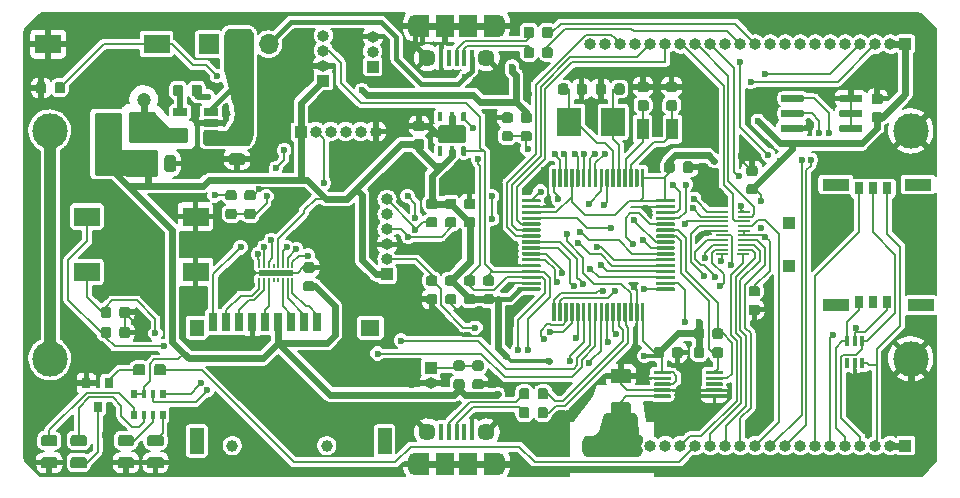
<source format=gbr>
G04 #@! TF.GenerationSoftware,KiCad,Pcbnew,5.99.0-unknown-df3fabf~86~ubuntu18.04.1*
G04 #@! TF.CreationDate,2019-10-30T18:29:10-04:00*
G04 #@! TF.ProjectId,node_base,6e6f6465-5f62-4617-9365-2e6b69636164,rev?*
G04 #@! TF.SameCoordinates,Original*
G04 #@! TF.FileFunction,Copper,L1,Top*
G04 #@! TF.FilePolarity,Positive*
%FSLAX46Y46*%
G04 Gerber Fmt 4.6, Leading zero omitted, Abs format (unit mm)*
G04 Created by KiCad (PCBNEW 5.99.0-unknown-df3fabf~86~ubuntu18.04.1) date 2019-10-30 18:29:10*
%MOMM*%
%LPD*%
G04 APERTURE LIST*
%ADD10R,0.250000X0.400000*%
%ADD11R,3.000000X0.500000*%
%ADD12C,1.200000*%
%ADD13R,1.300000X1.300000*%
%ADD14R,2.000000X2.400000*%
%ADD15C,3.000000*%
%ADD16O,1.700000X1.700000*%
%ADD17R,1.700000X1.700000*%
%ADD18O,1.000000X1.000000*%
%ADD19R,1.000000X1.000000*%
%ADD20R,0.500000X0.800000*%
%ADD21R,0.400000X0.800000*%
%ADD22R,1.000000X0.200000*%
%ADD23R,1.100000X0.200000*%
%ADD24R,2.180000X1.600000*%
%ADD25R,0.800000X0.900000*%
%ADD26R,1.200000X1.900000*%
%ADD27O,1.200000X1.900000*%
%ADD28R,1.500000X1.900000*%
%ADD29C,1.450000*%
%ADD30R,0.400000X1.350000*%
%ADD31R,0.700000X1.600000*%
%ADD32R,1.600000X1.400000*%
%ADD33R,1.200000X2.200000*%
%ADD34C,1.000000*%
%ADD35R,1.200000X1.400000*%
%ADD36R,1.000000X1.800000*%
%ADD37R,1.220000X0.650000*%
%ADD38R,0.400000X0.850000*%
%ADD39R,0.800000X1.000000*%
%ADD40R,1.000000X1.100000*%
%ADD41R,2.300000X1.000000*%
%ADD42C,0.600000*%
%ADD43C,0.200000*%
%ADD44C,0.600000*%
%ADD45C,0.300000*%
%ADD46C,0.400000*%
%ADD47C,0.500000*%
%ADD48C,0.800000*%
%ADD49C,1.000000*%
%ADD50C,0.254000*%
G04 APERTURE END LIST*
D10*
X101300000Y-91825000D03*
X101700000Y-91825000D03*
X102100000Y-91825000D03*
X102500000Y-91825000D03*
X102900000Y-91825000D03*
X103300000Y-91825000D03*
X103700000Y-91825000D03*
X104100000Y-91825000D03*
X104100000Y-92975000D03*
X103700000Y-92975000D03*
X103300000Y-92975000D03*
X102900000Y-92975000D03*
X102500000Y-92975000D03*
X102100000Y-92975000D03*
X101700000Y-92975000D03*
X101300000Y-92975000D03*
D11*
X102700000Y-92400000D03*
D12*
X88100000Y-83200000D03*
X91500000Y-77700000D03*
G04 #@! TA.AperFunction,SMDPad,CuDef*
G36*
X94714962Y-76441651D02*
G01*
X94785930Y-76489070D01*
X94833349Y-76560038D01*
X94850000Y-76643750D01*
X94850000Y-77156250D01*
X94833349Y-77239962D01*
X94785930Y-77310930D01*
X94714962Y-77358349D01*
X94631250Y-77375000D01*
X94193750Y-77375000D01*
X94110038Y-77358349D01*
X94039070Y-77310930D01*
X93991651Y-77239962D01*
X93975000Y-77156250D01*
X93975000Y-76643750D01*
X93991651Y-76560038D01*
X94039070Y-76489070D01*
X94110038Y-76441651D01*
X94193750Y-76425000D01*
X94631250Y-76425000D01*
X94714962Y-76441651D01*
G37*
G04 #@! TD.AperFunction*
G04 #@! TA.AperFunction,SMDPad,CuDef*
G36*
X96289962Y-76441651D02*
G01*
X96360930Y-76489070D01*
X96408349Y-76560038D01*
X96425000Y-76643750D01*
X96425000Y-77156250D01*
X96408349Y-77239962D01*
X96360930Y-77310930D01*
X96289962Y-77358349D01*
X96206250Y-77375000D01*
X95768750Y-77375000D01*
X95685038Y-77358349D01*
X95614070Y-77310930D01*
X95566651Y-77239962D01*
X95550000Y-77156250D01*
X95550000Y-76643750D01*
X95566651Y-76560038D01*
X95614070Y-76489070D01*
X95685038Y-76441651D01*
X95768750Y-76425000D01*
X96206250Y-76425000D01*
X96289962Y-76441651D01*
G37*
G04 #@! TD.AperFunction*
D13*
X91500000Y-80200000D03*
X88500000Y-80200000D03*
G04 #@! TA.AperFunction,SMDPad,CuDef*
G36*
X94074529Y-82418554D02*
G01*
X94153607Y-82471393D01*
X94206446Y-82550471D01*
X94225000Y-82643750D01*
X94225000Y-83556250D01*
X94206446Y-83649529D01*
X94153607Y-83728607D01*
X94074529Y-83781446D01*
X93981250Y-83800000D01*
X93493750Y-83800000D01*
X93400471Y-83781446D01*
X93321393Y-83728607D01*
X93268554Y-83649529D01*
X93250000Y-83556250D01*
X93250000Y-82643750D01*
X93268554Y-82550471D01*
X93321393Y-82471393D01*
X93400471Y-82418554D01*
X93493750Y-82400000D01*
X93981250Y-82400000D01*
X94074529Y-82418554D01*
G37*
G04 #@! TD.AperFunction*
G04 #@! TA.AperFunction,SMDPad,CuDef*
G36*
X92199529Y-82418554D02*
G01*
X92278607Y-82471393D01*
X92331446Y-82550471D01*
X92350000Y-82643750D01*
X92350000Y-83556250D01*
X92331446Y-83649529D01*
X92278607Y-83728607D01*
X92199529Y-83781446D01*
X92106250Y-83800000D01*
X91618750Y-83800000D01*
X91525471Y-83781446D01*
X91446393Y-83728607D01*
X91393554Y-83649529D01*
X91375000Y-83556250D01*
X91375000Y-82643750D01*
X91393554Y-82550471D01*
X91446393Y-82471393D01*
X91525471Y-82418554D01*
X91618750Y-82400000D01*
X92106250Y-82400000D01*
X92199529Y-82418554D01*
G37*
G04 #@! TD.AperFunction*
G04 #@! TA.AperFunction,SMDPad,CuDef*
G36*
X99949529Y-82268554D02*
G01*
X100028607Y-82321393D01*
X100081446Y-82400471D01*
X100100000Y-82493750D01*
X100100000Y-82981250D01*
X100081446Y-83074529D01*
X100028607Y-83153607D01*
X99949529Y-83206446D01*
X99856250Y-83225000D01*
X98943750Y-83225000D01*
X98850471Y-83206446D01*
X98771393Y-83153607D01*
X98718554Y-83074529D01*
X98700000Y-82981250D01*
X98700000Y-82493750D01*
X98718554Y-82400471D01*
X98771393Y-82321393D01*
X98850471Y-82268554D01*
X98943750Y-82250000D01*
X99856250Y-82250000D01*
X99949529Y-82268554D01*
G37*
G04 #@! TD.AperFunction*
G04 #@! TA.AperFunction,SMDPad,CuDef*
G36*
X99949529Y-80393554D02*
G01*
X100028607Y-80446393D01*
X100081446Y-80525471D01*
X100100000Y-80618750D01*
X100100000Y-81106250D01*
X100081446Y-81199529D01*
X100028607Y-81278607D01*
X99949529Y-81331446D01*
X99856250Y-81350000D01*
X98943750Y-81350000D01*
X98850471Y-81331446D01*
X98771393Y-81278607D01*
X98718554Y-81199529D01*
X98700000Y-81106250D01*
X98700000Y-80618750D01*
X98718554Y-80525471D01*
X98771393Y-80446393D01*
X98850471Y-80393554D01*
X98943750Y-80375000D01*
X99856250Y-80375000D01*
X99949529Y-80393554D01*
G37*
G04 #@! TD.AperFunction*
G04 #@! TA.AperFunction,SMDPad,CuDef*
G36*
X105839962Y-91479151D02*
G01*
X105910930Y-91526570D01*
X105958349Y-91597538D01*
X105975000Y-91681250D01*
X105975000Y-92118750D01*
X105958349Y-92202462D01*
X105910930Y-92273430D01*
X105839962Y-92320849D01*
X105756250Y-92337500D01*
X105243750Y-92337500D01*
X105160038Y-92320849D01*
X105089070Y-92273430D01*
X105041651Y-92202462D01*
X105025000Y-92118750D01*
X105025000Y-91681250D01*
X105041651Y-91597538D01*
X105089070Y-91526570D01*
X105160038Y-91479151D01*
X105243750Y-91462500D01*
X105756250Y-91462500D01*
X105839962Y-91479151D01*
G37*
G04 #@! TD.AperFunction*
G04 #@! TA.AperFunction,SMDPad,CuDef*
G36*
X105839962Y-93054151D02*
G01*
X105910930Y-93101570D01*
X105958349Y-93172538D01*
X105975000Y-93256250D01*
X105975000Y-93693750D01*
X105958349Y-93777462D01*
X105910930Y-93848430D01*
X105839962Y-93895849D01*
X105756250Y-93912500D01*
X105243750Y-93912500D01*
X105160038Y-93895849D01*
X105089070Y-93848430D01*
X105041651Y-93777462D01*
X105025000Y-93693750D01*
X105025000Y-93256250D01*
X105041651Y-93172538D01*
X105089070Y-93101570D01*
X105160038Y-93054151D01*
X105243750Y-93037500D01*
X105756250Y-93037500D01*
X105839962Y-93054151D01*
G37*
G04 #@! TD.AperFunction*
D14*
X131250000Y-79600000D03*
X127550000Y-79600000D03*
D15*
X156450000Y-80352000D03*
X156450000Y-99650000D03*
X83550000Y-99650000D03*
X83550000Y-80350000D03*
G04 #@! TA.AperFunction,SMDPad,CuDef*
G36*
X86549529Y-106093554D02*
G01*
X86628607Y-106146393D01*
X86681446Y-106225471D01*
X86700000Y-106318750D01*
X86700000Y-106806250D01*
X86681446Y-106899529D01*
X86628607Y-106978607D01*
X86549529Y-107031446D01*
X86456250Y-107050000D01*
X85543750Y-107050000D01*
X85450471Y-107031446D01*
X85371393Y-106978607D01*
X85318554Y-106899529D01*
X85300000Y-106806250D01*
X85300000Y-106318750D01*
X85318554Y-106225471D01*
X85371393Y-106146393D01*
X85450471Y-106093554D01*
X85543750Y-106075000D01*
X86456250Y-106075000D01*
X86549529Y-106093554D01*
G37*
G04 #@! TD.AperFunction*
G04 #@! TA.AperFunction,SMDPad,CuDef*
G36*
X86549529Y-107968554D02*
G01*
X86628607Y-108021393D01*
X86681446Y-108100471D01*
X86700000Y-108193750D01*
X86700000Y-108681250D01*
X86681446Y-108774529D01*
X86628607Y-108853607D01*
X86549529Y-108906446D01*
X86456250Y-108925000D01*
X85543750Y-108925000D01*
X85450471Y-108906446D01*
X85371393Y-108853607D01*
X85318554Y-108774529D01*
X85300000Y-108681250D01*
X85300000Y-108193750D01*
X85318554Y-108100471D01*
X85371393Y-108021393D01*
X85450471Y-107968554D01*
X85543750Y-107950000D01*
X86456250Y-107950000D01*
X86549529Y-107968554D01*
G37*
G04 #@! TD.AperFunction*
D16*
X102080000Y-73000000D03*
X99540000Y-73000000D03*
D17*
X97000000Y-73000000D03*
D18*
X106700000Y-72290000D03*
X106700000Y-73560000D03*
X106700000Y-74830000D03*
D19*
X106700000Y-76100000D03*
G04 #@! TA.AperFunction,SMDPad,CuDef*
G36*
X119439962Y-92591651D02*
G01*
X119510930Y-92639070D01*
X119558349Y-92710038D01*
X119575000Y-92793750D01*
X119575000Y-93231250D01*
X119558349Y-93314962D01*
X119510930Y-93385930D01*
X119439962Y-93433349D01*
X119356250Y-93450000D01*
X118843750Y-93450000D01*
X118760038Y-93433349D01*
X118689070Y-93385930D01*
X118641651Y-93314962D01*
X118625000Y-93231250D01*
X118625000Y-92793750D01*
X118641651Y-92710038D01*
X118689070Y-92639070D01*
X118760038Y-92591651D01*
X118843750Y-92575000D01*
X119356250Y-92575000D01*
X119439962Y-92591651D01*
G37*
G04 #@! TD.AperFunction*
G04 #@! TA.AperFunction,SMDPad,CuDef*
G36*
X119439962Y-94166651D02*
G01*
X119510930Y-94214070D01*
X119558349Y-94285038D01*
X119575000Y-94368750D01*
X119575000Y-94806250D01*
X119558349Y-94889962D01*
X119510930Y-94960930D01*
X119439962Y-95008349D01*
X119356250Y-95025000D01*
X118843750Y-95025000D01*
X118760038Y-95008349D01*
X118689070Y-94960930D01*
X118641651Y-94889962D01*
X118625000Y-94806250D01*
X118625000Y-94368750D01*
X118641651Y-94285038D01*
X118689070Y-94214070D01*
X118760038Y-94166651D01*
X118843750Y-94150000D01*
X119356250Y-94150000D01*
X119439962Y-94166651D01*
G37*
G04 #@! TD.AperFunction*
G04 #@! TA.AperFunction,SMDPad,CuDef*
G36*
X121039962Y-92591651D02*
G01*
X121110930Y-92639070D01*
X121158349Y-92710038D01*
X121175000Y-92793750D01*
X121175000Y-93231250D01*
X121158349Y-93314962D01*
X121110930Y-93385930D01*
X121039962Y-93433349D01*
X120956250Y-93450000D01*
X120443750Y-93450000D01*
X120360038Y-93433349D01*
X120289070Y-93385930D01*
X120241651Y-93314962D01*
X120225000Y-93231250D01*
X120225000Y-92793750D01*
X120241651Y-92710038D01*
X120289070Y-92639070D01*
X120360038Y-92591651D01*
X120443750Y-92575000D01*
X120956250Y-92575000D01*
X121039962Y-92591651D01*
G37*
G04 #@! TD.AperFunction*
G04 #@! TA.AperFunction,SMDPad,CuDef*
G36*
X121039962Y-94166651D02*
G01*
X121110930Y-94214070D01*
X121158349Y-94285038D01*
X121175000Y-94368750D01*
X121175000Y-94806250D01*
X121158349Y-94889962D01*
X121110930Y-94960930D01*
X121039962Y-95008349D01*
X120956250Y-95025000D01*
X120443750Y-95025000D01*
X120360038Y-95008349D01*
X120289070Y-94960930D01*
X120241651Y-94889962D01*
X120225000Y-94806250D01*
X120225000Y-94368750D01*
X120241651Y-94285038D01*
X120289070Y-94214070D01*
X120360038Y-94166651D01*
X120443750Y-94150000D01*
X120956250Y-94150000D01*
X121039962Y-94166651D01*
G37*
G04 #@! TD.AperFunction*
G04 #@! TA.AperFunction,SMDPad,CuDef*
G36*
X140389962Y-97041651D02*
G01*
X140460930Y-97089070D01*
X140508349Y-97160038D01*
X140525000Y-97243750D01*
X140525000Y-97756250D01*
X140508349Y-97839962D01*
X140460930Y-97910930D01*
X140389962Y-97958349D01*
X140306250Y-97975000D01*
X139868750Y-97975000D01*
X139785038Y-97958349D01*
X139714070Y-97910930D01*
X139666651Y-97839962D01*
X139650000Y-97756250D01*
X139650000Y-97243750D01*
X139666651Y-97160038D01*
X139714070Y-97089070D01*
X139785038Y-97041651D01*
X139868750Y-97025000D01*
X140306250Y-97025000D01*
X140389962Y-97041651D01*
G37*
G04 #@! TD.AperFunction*
G04 #@! TA.AperFunction,SMDPad,CuDef*
G36*
X138814962Y-97041651D02*
G01*
X138885930Y-97089070D01*
X138933349Y-97160038D01*
X138950000Y-97243750D01*
X138950000Y-97756250D01*
X138933349Y-97839962D01*
X138885930Y-97910930D01*
X138814962Y-97958349D01*
X138731250Y-97975000D01*
X138293750Y-97975000D01*
X138210038Y-97958349D01*
X138139070Y-97910930D01*
X138091651Y-97839962D01*
X138075000Y-97756250D01*
X138075000Y-97243750D01*
X138091651Y-97160038D01*
X138139070Y-97089070D01*
X138210038Y-97041651D01*
X138293750Y-97025000D01*
X138731250Y-97025000D01*
X138814962Y-97041651D01*
G37*
G04 #@! TD.AperFunction*
G04 #@! TA.AperFunction,SMDPad,CuDef*
G36*
X140389962Y-98641651D02*
G01*
X140460930Y-98689070D01*
X140508349Y-98760038D01*
X140525000Y-98843750D01*
X140525000Y-99356250D01*
X140508349Y-99439962D01*
X140460930Y-99510930D01*
X140389962Y-99558349D01*
X140306250Y-99575000D01*
X139868750Y-99575000D01*
X139785038Y-99558349D01*
X139714070Y-99510930D01*
X139666651Y-99439962D01*
X139650000Y-99356250D01*
X139650000Y-98843750D01*
X139666651Y-98760038D01*
X139714070Y-98689070D01*
X139785038Y-98641651D01*
X139868750Y-98625000D01*
X140306250Y-98625000D01*
X140389962Y-98641651D01*
G37*
G04 #@! TD.AperFunction*
G04 #@! TA.AperFunction,SMDPad,CuDef*
G36*
X138814962Y-98641651D02*
G01*
X138885930Y-98689070D01*
X138933349Y-98760038D01*
X138950000Y-98843750D01*
X138950000Y-99356250D01*
X138933349Y-99439962D01*
X138885930Y-99510930D01*
X138814962Y-99558349D01*
X138731250Y-99575000D01*
X138293750Y-99575000D01*
X138210038Y-99558349D01*
X138139070Y-99510930D01*
X138091651Y-99439962D01*
X138075000Y-99356250D01*
X138075000Y-98843750D01*
X138091651Y-98760038D01*
X138139070Y-98689070D01*
X138210038Y-98641651D01*
X138293750Y-98625000D01*
X138731250Y-98625000D01*
X138814962Y-98641651D01*
G37*
G04 #@! TD.AperFunction*
D20*
X90700000Y-104400000D03*
D21*
X91500000Y-104400000D03*
D20*
X93100000Y-104400000D03*
D21*
X92300000Y-104400000D03*
D20*
X90700000Y-102600000D03*
D21*
X92300000Y-102600000D03*
X91500000Y-102600000D03*
D20*
X93100000Y-102600000D03*
D22*
X140500000Y-90800000D03*
X140500000Y-90400000D03*
X140500000Y-90000000D03*
X140500000Y-89600000D03*
X140500000Y-89200000D03*
X140500000Y-88800000D03*
X140500000Y-88400000D03*
X140500000Y-88000000D03*
X140500000Y-87600000D03*
X140500000Y-87200000D03*
X142300000Y-87200000D03*
X142300000Y-87600000D03*
X142300000Y-88000000D03*
X142300000Y-88400000D03*
X142300000Y-88800000D03*
X142300000Y-89200000D03*
X142300000Y-89600000D03*
X142300000Y-90000000D03*
X142300000Y-90400000D03*
D23*
X142250000Y-90800000D03*
D24*
X86710000Y-92300000D03*
X95890000Y-92300000D03*
G04 #@! TA.AperFunction,SMDPad,CuDef*
G36*
X93253387Y-100118079D02*
G01*
X93330438Y-100169562D01*
X93381921Y-100246613D01*
X93400000Y-100337500D01*
X93400000Y-100812500D01*
X93381921Y-100903387D01*
X93330438Y-100980438D01*
X93253387Y-101031921D01*
X93162500Y-101050000D01*
X92587500Y-101050000D01*
X92496613Y-101031921D01*
X92419562Y-100980438D01*
X92368079Y-100903387D01*
X92350000Y-100812500D01*
X92350000Y-100337500D01*
X92368079Y-100246613D01*
X92419562Y-100169562D01*
X92496613Y-100118079D01*
X92587500Y-100100000D01*
X93162500Y-100100000D01*
X93253387Y-100118079D01*
G37*
G04 #@! TD.AperFunction*
G04 #@! TA.AperFunction,SMDPad,CuDef*
G36*
X91503387Y-100118079D02*
G01*
X91580438Y-100169562D01*
X91631921Y-100246613D01*
X91650000Y-100337500D01*
X91650000Y-100812500D01*
X91631921Y-100903387D01*
X91580438Y-100980438D01*
X91503387Y-101031921D01*
X91412500Y-101050000D01*
X90837500Y-101050000D01*
X90746613Y-101031921D01*
X90669562Y-100980438D01*
X90618079Y-100903387D01*
X90600000Y-100812500D01*
X90600000Y-100337500D01*
X90618079Y-100246613D01*
X90669562Y-100169562D01*
X90746613Y-100118079D01*
X90837500Y-100100000D01*
X91412500Y-100100000D01*
X91503387Y-100118079D01*
G37*
G04 #@! TD.AperFunction*
G04 #@! TA.AperFunction,SMDPad,CuDef*
G36*
X124027462Y-102141651D02*
G01*
X124098430Y-102189070D01*
X124145849Y-102260038D01*
X124162500Y-102343750D01*
X124162500Y-102856250D01*
X124145849Y-102939962D01*
X124098430Y-103010930D01*
X124027462Y-103058349D01*
X123943750Y-103075000D01*
X123506250Y-103075000D01*
X123422538Y-103058349D01*
X123351570Y-103010930D01*
X123304151Y-102939962D01*
X123287500Y-102856250D01*
X123287500Y-102343750D01*
X123304151Y-102260038D01*
X123351570Y-102189070D01*
X123422538Y-102141651D01*
X123506250Y-102125000D01*
X123943750Y-102125000D01*
X124027462Y-102141651D01*
G37*
G04 #@! TD.AperFunction*
G04 #@! TA.AperFunction,SMDPad,CuDef*
G36*
X125602462Y-102141651D02*
G01*
X125673430Y-102189070D01*
X125720849Y-102260038D01*
X125737500Y-102343750D01*
X125737500Y-102856250D01*
X125720849Y-102939962D01*
X125673430Y-103010930D01*
X125602462Y-103058349D01*
X125518750Y-103075000D01*
X125081250Y-103075000D01*
X124997538Y-103058349D01*
X124926570Y-103010930D01*
X124879151Y-102939962D01*
X124862500Y-102856250D01*
X124862500Y-102343750D01*
X124879151Y-102260038D01*
X124926570Y-102189070D01*
X124997538Y-102141651D01*
X125081250Y-102125000D01*
X125518750Y-102125000D01*
X125602462Y-102141651D01*
G37*
G04 #@! TD.AperFunction*
G04 #@! TA.AperFunction,SMDPad,CuDef*
G36*
X124027462Y-103741651D02*
G01*
X124098430Y-103789070D01*
X124145849Y-103860038D01*
X124162500Y-103943750D01*
X124162500Y-104456250D01*
X124145849Y-104539962D01*
X124098430Y-104610930D01*
X124027462Y-104658349D01*
X123943750Y-104675000D01*
X123506250Y-104675000D01*
X123422538Y-104658349D01*
X123351570Y-104610930D01*
X123304151Y-104539962D01*
X123287500Y-104456250D01*
X123287500Y-103943750D01*
X123304151Y-103860038D01*
X123351570Y-103789070D01*
X123422538Y-103741651D01*
X123506250Y-103725000D01*
X123943750Y-103725000D01*
X124027462Y-103741651D01*
G37*
G04 #@! TD.AperFunction*
G04 #@! TA.AperFunction,SMDPad,CuDef*
G36*
X125602462Y-103741651D02*
G01*
X125673430Y-103789070D01*
X125720849Y-103860038D01*
X125737500Y-103943750D01*
X125737500Y-104456250D01*
X125720849Y-104539962D01*
X125673430Y-104610930D01*
X125602462Y-104658349D01*
X125518750Y-104675000D01*
X125081250Y-104675000D01*
X124997538Y-104658349D01*
X124926570Y-104610930D01*
X124879151Y-104539962D01*
X124862500Y-104456250D01*
X124862500Y-103943750D01*
X124879151Y-103860038D01*
X124926570Y-103789070D01*
X124997538Y-103741651D01*
X125081250Y-103725000D01*
X125518750Y-103725000D01*
X125602462Y-103741651D01*
G37*
G04 #@! TD.AperFunction*
G04 #@! TA.AperFunction,SMDPad,CuDef*
G36*
X124414962Y-73241651D02*
G01*
X124485930Y-73289070D01*
X124533349Y-73360038D01*
X124550000Y-73443750D01*
X124550000Y-73956250D01*
X124533349Y-74039962D01*
X124485930Y-74110930D01*
X124414962Y-74158349D01*
X124331250Y-74175000D01*
X123893750Y-74175000D01*
X123810038Y-74158349D01*
X123739070Y-74110930D01*
X123691651Y-74039962D01*
X123675000Y-73956250D01*
X123675000Y-73443750D01*
X123691651Y-73360038D01*
X123739070Y-73289070D01*
X123810038Y-73241651D01*
X123893750Y-73225000D01*
X124331250Y-73225000D01*
X124414962Y-73241651D01*
G37*
G04 #@! TD.AperFunction*
G04 #@! TA.AperFunction,SMDPad,CuDef*
G36*
X125989962Y-73241651D02*
G01*
X126060930Y-73289070D01*
X126108349Y-73360038D01*
X126125000Y-73443750D01*
X126125000Y-73956250D01*
X126108349Y-74039962D01*
X126060930Y-74110930D01*
X125989962Y-74158349D01*
X125906250Y-74175000D01*
X125468750Y-74175000D01*
X125385038Y-74158349D01*
X125314070Y-74110930D01*
X125266651Y-74039962D01*
X125250000Y-73956250D01*
X125250000Y-73443750D01*
X125266651Y-73360038D01*
X125314070Y-73289070D01*
X125385038Y-73241651D01*
X125468750Y-73225000D01*
X125906250Y-73225000D01*
X125989962Y-73241651D01*
G37*
G04 #@! TD.AperFunction*
G04 #@! TA.AperFunction,SMDPad,CuDef*
G36*
X124414962Y-71541651D02*
G01*
X124485930Y-71589070D01*
X124533349Y-71660038D01*
X124550000Y-71743750D01*
X124550000Y-72256250D01*
X124533349Y-72339962D01*
X124485930Y-72410930D01*
X124414962Y-72458349D01*
X124331250Y-72475000D01*
X123893750Y-72475000D01*
X123810038Y-72458349D01*
X123739070Y-72410930D01*
X123691651Y-72339962D01*
X123675000Y-72256250D01*
X123675000Y-71743750D01*
X123691651Y-71660038D01*
X123739070Y-71589070D01*
X123810038Y-71541651D01*
X123893750Y-71525000D01*
X124331250Y-71525000D01*
X124414962Y-71541651D01*
G37*
G04 #@! TD.AperFunction*
G04 #@! TA.AperFunction,SMDPad,CuDef*
G36*
X125989962Y-71541651D02*
G01*
X126060930Y-71589070D01*
X126108349Y-71660038D01*
X126125000Y-71743750D01*
X126125000Y-72256250D01*
X126108349Y-72339962D01*
X126060930Y-72410930D01*
X125989962Y-72458349D01*
X125906250Y-72475000D01*
X125468750Y-72475000D01*
X125385038Y-72458349D01*
X125314070Y-72410930D01*
X125266651Y-72339962D01*
X125250000Y-72256250D01*
X125250000Y-71743750D01*
X125266651Y-71660038D01*
X125314070Y-71589070D01*
X125385038Y-71541651D01*
X125468750Y-71525000D01*
X125906250Y-71525000D01*
X125989962Y-71541651D01*
G37*
G04 #@! TD.AperFunction*
G04 #@! TA.AperFunction,SMDPad,CuDef*
G36*
X116239962Y-94166651D02*
G01*
X116310930Y-94214070D01*
X116358349Y-94285038D01*
X116375000Y-94368750D01*
X116375000Y-94806250D01*
X116358349Y-94889962D01*
X116310930Y-94960930D01*
X116239962Y-95008349D01*
X116156250Y-95025000D01*
X115643750Y-95025000D01*
X115560038Y-95008349D01*
X115489070Y-94960930D01*
X115441651Y-94889962D01*
X115425000Y-94806250D01*
X115425000Y-94368750D01*
X115441651Y-94285038D01*
X115489070Y-94214070D01*
X115560038Y-94166651D01*
X115643750Y-94150000D01*
X116156250Y-94150000D01*
X116239962Y-94166651D01*
G37*
G04 #@! TD.AperFunction*
G04 #@! TA.AperFunction,SMDPad,CuDef*
G36*
X116239962Y-92591651D02*
G01*
X116310930Y-92639070D01*
X116358349Y-92710038D01*
X116375000Y-92793750D01*
X116375000Y-93231250D01*
X116358349Y-93314962D01*
X116310930Y-93385930D01*
X116239962Y-93433349D01*
X116156250Y-93450000D01*
X115643750Y-93450000D01*
X115560038Y-93433349D01*
X115489070Y-93385930D01*
X115441651Y-93314962D01*
X115425000Y-93231250D01*
X115425000Y-92793750D01*
X115441651Y-92710038D01*
X115489070Y-92639070D01*
X115560038Y-92591651D01*
X115643750Y-92575000D01*
X116156250Y-92575000D01*
X116239962Y-92591651D01*
G37*
G04 #@! TD.AperFunction*
G04 #@! TA.AperFunction,SMDPad,CuDef*
G36*
X117839962Y-87666651D02*
G01*
X117910930Y-87714070D01*
X117958349Y-87785038D01*
X117975000Y-87868750D01*
X117975000Y-88306250D01*
X117958349Y-88389962D01*
X117910930Y-88460930D01*
X117839962Y-88508349D01*
X117756250Y-88525000D01*
X117243750Y-88525000D01*
X117160038Y-88508349D01*
X117089070Y-88460930D01*
X117041651Y-88389962D01*
X117025000Y-88306250D01*
X117025000Y-87868750D01*
X117041651Y-87785038D01*
X117089070Y-87714070D01*
X117160038Y-87666651D01*
X117243750Y-87650000D01*
X117756250Y-87650000D01*
X117839962Y-87666651D01*
G37*
G04 #@! TD.AperFunction*
G04 #@! TA.AperFunction,SMDPad,CuDef*
G36*
X117839962Y-86091651D02*
G01*
X117910930Y-86139070D01*
X117958349Y-86210038D01*
X117975000Y-86293750D01*
X117975000Y-86731250D01*
X117958349Y-86814962D01*
X117910930Y-86885930D01*
X117839962Y-86933349D01*
X117756250Y-86950000D01*
X117243750Y-86950000D01*
X117160038Y-86933349D01*
X117089070Y-86885930D01*
X117041651Y-86814962D01*
X117025000Y-86731250D01*
X117025000Y-86293750D01*
X117041651Y-86210038D01*
X117089070Y-86139070D01*
X117160038Y-86091651D01*
X117243750Y-86075000D01*
X117756250Y-86075000D01*
X117839962Y-86091651D01*
G37*
G04 #@! TD.AperFunction*
G04 #@! TA.AperFunction,SMDPad,CuDef*
G36*
X116239962Y-87666651D02*
G01*
X116310930Y-87714070D01*
X116358349Y-87785038D01*
X116375000Y-87868750D01*
X116375000Y-88306250D01*
X116358349Y-88389962D01*
X116310930Y-88460930D01*
X116239962Y-88508349D01*
X116156250Y-88525000D01*
X115643750Y-88525000D01*
X115560038Y-88508349D01*
X115489070Y-88460930D01*
X115441651Y-88389962D01*
X115425000Y-88306250D01*
X115425000Y-87868750D01*
X115441651Y-87785038D01*
X115489070Y-87714070D01*
X115560038Y-87666651D01*
X115643750Y-87650000D01*
X116156250Y-87650000D01*
X116239962Y-87666651D01*
G37*
G04 #@! TD.AperFunction*
G04 #@! TA.AperFunction,SMDPad,CuDef*
G36*
X116239962Y-86091651D02*
G01*
X116310930Y-86139070D01*
X116358349Y-86210038D01*
X116375000Y-86293750D01*
X116375000Y-86731250D01*
X116358349Y-86814962D01*
X116310930Y-86885930D01*
X116239962Y-86933349D01*
X116156250Y-86950000D01*
X115643750Y-86950000D01*
X115560038Y-86933349D01*
X115489070Y-86885930D01*
X115441651Y-86814962D01*
X115425000Y-86731250D01*
X115425000Y-86293750D01*
X115441651Y-86210038D01*
X115489070Y-86139070D01*
X115560038Y-86091651D01*
X115643750Y-86075000D01*
X116156250Y-86075000D01*
X116239962Y-86091651D01*
G37*
G04 #@! TD.AperFunction*
G04 #@! TA.AperFunction,SMDPad,CuDef*
G36*
X118539962Y-101366651D02*
G01*
X118610930Y-101414070D01*
X118658349Y-101485038D01*
X118675000Y-101568750D01*
X118675000Y-102006250D01*
X118658349Y-102089962D01*
X118610930Y-102160930D01*
X118539962Y-102208349D01*
X118456250Y-102225000D01*
X117943750Y-102225000D01*
X117860038Y-102208349D01*
X117789070Y-102160930D01*
X117741651Y-102089962D01*
X117725000Y-102006250D01*
X117725000Y-101568750D01*
X117741651Y-101485038D01*
X117789070Y-101414070D01*
X117860038Y-101366651D01*
X117943750Y-101350000D01*
X118456250Y-101350000D01*
X118539962Y-101366651D01*
G37*
G04 #@! TD.AperFunction*
G04 #@! TA.AperFunction,SMDPad,CuDef*
G36*
X118539962Y-99791651D02*
G01*
X118610930Y-99839070D01*
X118658349Y-99910038D01*
X118675000Y-99993750D01*
X118675000Y-100431250D01*
X118658349Y-100514962D01*
X118610930Y-100585930D01*
X118539962Y-100633349D01*
X118456250Y-100650000D01*
X117943750Y-100650000D01*
X117860038Y-100633349D01*
X117789070Y-100585930D01*
X117741651Y-100514962D01*
X117725000Y-100431250D01*
X117725000Y-99993750D01*
X117741651Y-99910038D01*
X117789070Y-99839070D01*
X117860038Y-99791651D01*
X117943750Y-99775000D01*
X118456250Y-99775000D01*
X118539962Y-99791651D01*
G37*
G04 #@! TD.AperFunction*
G04 #@! TA.AperFunction,SMDPad,CuDef*
G36*
X100839962Y-85379151D02*
G01*
X100910930Y-85426570D01*
X100958349Y-85497538D01*
X100975000Y-85581250D01*
X100975000Y-86018750D01*
X100958349Y-86102462D01*
X100910930Y-86173430D01*
X100839962Y-86220849D01*
X100756250Y-86237500D01*
X100243750Y-86237500D01*
X100160038Y-86220849D01*
X100089070Y-86173430D01*
X100041651Y-86102462D01*
X100025000Y-86018750D01*
X100025000Y-85581250D01*
X100041651Y-85497538D01*
X100089070Y-85426570D01*
X100160038Y-85379151D01*
X100243750Y-85362500D01*
X100756250Y-85362500D01*
X100839962Y-85379151D01*
G37*
G04 #@! TD.AperFunction*
G04 #@! TA.AperFunction,SMDPad,CuDef*
G36*
X100839962Y-86954151D02*
G01*
X100910930Y-87001570D01*
X100958349Y-87072538D01*
X100975000Y-87156250D01*
X100975000Y-87593750D01*
X100958349Y-87677462D01*
X100910930Y-87748430D01*
X100839962Y-87795849D01*
X100756250Y-87812500D01*
X100243750Y-87812500D01*
X100160038Y-87795849D01*
X100089070Y-87748430D01*
X100041651Y-87677462D01*
X100025000Y-87593750D01*
X100025000Y-87156250D01*
X100041651Y-87072538D01*
X100089070Y-87001570D01*
X100160038Y-86954151D01*
X100243750Y-86937500D01*
X100756250Y-86937500D01*
X100839962Y-86954151D01*
G37*
G04 #@! TD.AperFunction*
G04 #@! TA.AperFunction,SMDPad,CuDef*
G36*
X99239962Y-86954151D02*
G01*
X99310930Y-87001570D01*
X99358349Y-87072538D01*
X99375000Y-87156250D01*
X99375000Y-87593750D01*
X99358349Y-87677462D01*
X99310930Y-87748430D01*
X99239962Y-87795849D01*
X99156250Y-87812500D01*
X98643750Y-87812500D01*
X98560038Y-87795849D01*
X98489070Y-87748430D01*
X98441651Y-87677462D01*
X98425000Y-87593750D01*
X98425000Y-87156250D01*
X98441651Y-87072538D01*
X98489070Y-87001570D01*
X98560038Y-86954151D01*
X98643750Y-86937500D01*
X99156250Y-86937500D01*
X99239962Y-86954151D01*
G37*
G04 #@! TD.AperFunction*
G04 #@! TA.AperFunction,SMDPad,CuDef*
G36*
X99239962Y-85379151D02*
G01*
X99310930Y-85426570D01*
X99358349Y-85497538D01*
X99375000Y-85581250D01*
X99375000Y-86018750D01*
X99358349Y-86102462D01*
X99310930Y-86173430D01*
X99239962Y-86220849D01*
X99156250Y-86237500D01*
X98643750Y-86237500D01*
X98560038Y-86220849D01*
X98489070Y-86173430D01*
X98441651Y-86102462D01*
X98425000Y-86018750D01*
X98425000Y-85581250D01*
X98441651Y-85497538D01*
X98489070Y-85426570D01*
X98560038Y-85379151D01*
X98643750Y-85362500D01*
X99156250Y-85362500D01*
X99239962Y-85379151D01*
G37*
G04 #@! TD.AperFunction*
D25*
X87600000Y-103700000D03*
X86650000Y-101700000D03*
X88550000Y-101700000D03*
D26*
X115100000Y-108537500D03*
X120900000Y-108537500D03*
D27*
X121500000Y-108537500D03*
X114500000Y-108537500D03*
D28*
X117000000Y-108537500D03*
D29*
X120500000Y-105837500D03*
D30*
X118000000Y-105837500D03*
X118650000Y-105837500D03*
X119300000Y-105837500D03*
X116700000Y-105837500D03*
X117350000Y-105837500D03*
D29*
X115500000Y-105837500D03*
D28*
X119000000Y-108537500D03*
D18*
X110900000Y-72360000D03*
X110900000Y-73630000D03*
D19*
X110900000Y-74900000D03*
D18*
X111150000Y-80400000D03*
X109880000Y-80400000D03*
X108610000Y-80400000D03*
X107340000Y-80400000D03*
X106070000Y-80400000D03*
D19*
X104800000Y-80400000D03*
D18*
X112100000Y-86150000D03*
X112100000Y-87420000D03*
X112100000Y-88690000D03*
X112100000Y-89960000D03*
X112100000Y-91230000D03*
D19*
X112100000Y-92500000D03*
D31*
X97400000Y-96500000D03*
X98500000Y-96500000D03*
X99600000Y-96500000D03*
X100700000Y-96500000D03*
X101800000Y-96500000D03*
X102900000Y-96500000D03*
X104000000Y-96500000D03*
X105100000Y-96500000D03*
X106200000Y-96500000D03*
D32*
X110700000Y-97000000D03*
D33*
X96000000Y-106600000D03*
X111900000Y-106600000D03*
D34*
X107000000Y-107000000D03*
X99000000Y-107000000D03*
D35*
X96000000Y-97000000D03*
G04 #@! TA.AperFunction,SMDPad,CuDef*
G36*
X84049529Y-106093554D02*
G01*
X84128607Y-106146393D01*
X84181446Y-106225471D01*
X84200000Y-106318750D01*
X84200000Y-106806250D01*
X84181446Y-106899529D01*
X84128607Y-106978607D01*
X84049529Y-107031446D01*
X83956250Y-107050000D01*
X83043750Y-107050000D01*
X82950471Y-107031446D01*
X82871393Y-106978607D01*
X82818554Y-106899529D01*
X82800000Y-106806250D01*
X82800000Y-106318750D01*
X82818554Y-106225471D01*
X82871393Y-106146393D01*
X82950471Y-106093554D01*
X83043750Y-106075000D01*
X83956250Y-106075000D01*
X84049529Y-106093554D01*
G37*
G04 #@! TD.AperFunction*
G04 #@! TA.AperFunction,SMDPad,CuDef*
G36*
X84049529Y-107968554D02*
G01*
X84128607Y-108021393D01*
X84181446Y-108100471D01*
X84200000Y-108193750D01*
X84200000Y-108681250D01*
X84181446Y-108774529D01*
X84128607Y-108853607D01*
X84049529Y-108906446D01*
X83956250Y-108925000D01*
X83043750Y-108925000D01*
X82950471Y-108906446D01*
X82871393Y-108853607D01*
X82818554Y-108774529D01*
X82800000Y-108681250D01*
X82800000Y-108193750D01*
X82818554Y-108100471D01*
X82871393Y-108021393D01*
X82950471Y-107968554D01*
X83043750Y-107950000D01*
X83956250Y-107950000D01*
X84049529Y-107968554D01*
G37*
G04 #@! TD.AperFunction*
G04 #@! TA.AperFunction,SMDPad,CuDef*
G36*
X90549529Y-106093554D02*
G01*
X90628607Y-106146393D01*
X90681446Y-106225471D01*
X90700000Y-106318750D01*
X90700000Y-106806250D01*
X90681446Y-106899529D01*
X90628607Y-106978607D01*
X90549529Y-107031446D01*
X90456250Y-107050000D01*
X89543750Y-107050000D01*
X89450471Y-107031446D01*
X89371393Y-106978607D01*
X89318554Y-106899529D01*
X89300000Y-106806250D01*
X89300000Y-106318750D01*
X89318554Y-106225471D01*
X89371393Y-106146393D01*
X89450471Y-106093554D01*
X89543750Y-106075000D01*
X90456250Y-106075000D01*
X90549529Y-106093554D01*
G37*
G04 #@! TD.AperFunction*
G04 #@! TA.AperFunction,SMDPad,CuDef*
G36*
X90549529Y-107968554D02*
G01*
X90628607Y-108021393D01*
X90681446Y-108100471D01*
X90700000Y-108193750D01*
X90700000Y-108681250D01*
X90681446Y-108774529D01*
X90628607Y-108853607D01*
X90549529Y-108906446D01*
X90456250Y-108925000D01*
X89543750Y-108925000D01*
X89450471Y-108906446D01*
X89371393Y-108853607D01*
X89318554Y-108774529D01*
X89300000Y-108681250D01*
X89300000Y-108193750D01*
X89318554Y-108100471D01*
X89371393Y-108021393D01*
X89450471Y-107968554D01*
X89543750Y-107950000D01*
X90456250Y-107950000D01*
X90549529Y-107968554D01*
G37*
G04 #@! TD.AperFunction*
G04 #@! TA.AperFunction,SMDPad,CuDef*
G36*
X93049529Y-106093554D02*
G01*
X93128607Y-106146393D01*
X93181446Y-106225471D01*
X93200000Y-106318750D01*
X93200000Y-106806250D01*
X93181446Y-106899529D01*
X93128607Y-106978607D01*
X93049529Y-107031446D01*
X92956250Y-107050000D01*
X92043750Y-107050000D01*
X91950471Y-107031446D01*
X91871393Y-106978607D01*
X91818554Y-106899529D01*
X91800000Y-106806250D01*
X91800000Y-106318750D01*
X91818554Y-106225471D01*
X91871393Y-106146393D01*
X91950471Y-106093554D01*
X92043750Y-106075000D01*
X92956250Y-106075000D01*
X93049529Y-106093554D01*
G37*
G04 #@! TD.AperFunction*
G04 #@! TA.AperFunction,SMDPad,CuDef*
G36*
X93049529Y-107968554D02*
G01*
X93128607Y-108021393D01*
X93181446Y-108100471D01*
X93200000Y-108193750D01*
X93200000Y-108681250D01*
X93181446Y-108774529D01*
X93128607Y-108853607D01*
X93049529Y-108906446D01*
X92956250Y-108925000D01*
X92043750Y-108925000D01*
X91950471Y-108906446D01*
X91871393Y-108853607D01*
X91818554Y-108774529D01*
X91800000Y-108681250D01*
X91800000Y-108193750D01*
X91818554Y-108100471D01*
X91871393Y-108021393D01*
X91950471Y-107968554D01*
X92043750Y-107950000D01*
X92956250Y-107950000D01*
X93049529Y-107968554D01*
G37*
G04 #@! TD.AperFunction*
G04 #@! TA.AperFunction,SMDPad,CuDef*
G36*
X143339962Y-84866651D02*
G01*
X143410930Y-84914070D01*
X143458349Y-84985038D01*
X143475000Y-85068750D01*
X143475000Y-85506250D01*
X143458349Y-85589962D01*
X143410930Y-85660930D01*
X143339962Y-85708349D01*
X143256250Y-85725000D01*
X142743750Y-85725000D01*
X142660038Y-85708349D01*
X142589070Y-85660930D01*
X142541651Y-85589962D01*
X142525000Y-85506250D01*
X142525000Y-85068750D01*
X142541651Y-84985038D01*
X142589070Y-84914070D01*
X142660038Y-84866651D01*
X142743750Y-84850000D01*
X143256250Y-84850000D01*
X143339962Y-84866651D01*
G37*
G04 #@! TD.AperFunction*
G04 #@! TA.AperFunction,SMDPad,CuDef*
G36*
X143339962Y-83291651D02*
G01*
X143410930Y-83339070D01*
X143458349Y-83410038D01*
X143475000Y-83493750D01*
X143475000Y-83931250D01*
X143458349Y-84014962D01*
X143410930Y-84085930D01*
X143339962Y-84133349D01*
X143256250Y-84150000D01*
X142743750Y-84150000D01*
X142660038Y-84133349D01*
X142589070Y-84085930D01*
X142541651Y-84014962D01*
X142525000Y-83931250D01*
X142525000Y-83493750D01*
X142541651Y-83410038D01*
X142589070Y-83339070D01*
X142660038Y-83291651D01*
X142743750Y-83275000D01*
X143256250Y-83275000D01*
X143339962Y-83291651D01*
G37*
G04 #@! TD.AperFunction*
G04 #@! TA.AperFunction,SMDPad,CuDef*
G36*
X143539962Y-95066651D02*
G01*
X143610930Y-95114070D01*
X143658349Y-95185038D01*
X143675000Y-95268750D01*
X143675000Y-95706250D01*
X143658349Y-95789962D01*
X143610930Y-95860930D01*
X143539962Y-95908349D01*
X143456250Y-95925000D01*
X142943750Y-95925000D01*
X142860038Y-95908349D01*
X142789070Y-95860930D01*
X142741651Y-95789962D01*
X142725000Y-95706250D01*
X142725000Y-95268750D01*
X142741651Y-95185038D01*
X142789070Y-95114070D01*
X142860038Y-95066651D01*
X142943750Y-95050000D01*
X143456250Y-95050000D01*
X143539962Y-95066651D01*
G37*
G04 #@! TD.AperFunction*
G04 #@! TA.AperFunction,SMDPad,CuDef*
G36*
X143539962Y-93491651D02*
G01*
X143610930Y-93539070D01*
X143658349Y-93610038D01*
X143675000Y-93693750D01*
X143675000Y-94131250D01*
X143658349Y-94214962D01*
X143610930Y-94285930D01*
X143539962Y-94333349D01*
X143456250Y-94350000D01*
X142943750Y-94350000D01*
X142860038Y-94333349D01*
X142789070Y-94285930D01*
X142741651Y-94214962D01*
X142725000Y-94131250D01*
X142725000Y-93693750D01*
X142741651Y-93610038D01*
X142789070Y-93539070D01*
X142860038Y-93491651D01*
X142943750Y-93475000D01*
X143456250Y-93475000D01*
X143539962Y-93491651D01*
G37*
G04 #@! TD.AperFunction*
G04 #@! TA.AperFunction,SMDPad,CuDef*
G36*
X153939962Y-78766651D02*
G01*
X154010930Y-78814070D01*
X154058349Y-78885038D01*
X154075000Y-78968750D01*
X154075000Y-79406250D01*
X154058349Y-79489962D01*
X154010930Y-79560930D01*
X153939962Y-79608349D01*
X153856250Y-79625000D01*
X153343750Y-79625000D01*
X153260038Y-79608349D01*
X153189070Y-79560930D01*
X153141651Y-79489962D01*
X153125000Y-79406250D01*
X153125000Y-78968750D01*
X153141651Y-78885038D01*
X153189070Y-78814070D01*
X153260038Y-78766651D01*
X153343750Y-78750000D01*
X153856250Y-78750000D01*
X153939962Y-78766651D01*
G37*
G04 #@! TD.AperFunction*
G04 #@! TA.AperFunction,SMDPad,CuDef*
G36*
X153939962Y-77191651D02*
G01*
X154010930Y-77239070D01*
X154058349Y-77310038D01*
X154075000Y-77393750D01*
X154075000Y-77831250D01*
X154058349Y-77914962D01*
X154010930Y-77985930D01*
X153939962Y-78033349D01*
X153856250Y-78050000D01*
X153343750Y-78050000D01*
X153260038Y-78033349D01*
X153189070Y-77985930D01*
X153141651Y-77914962D01*
X153125000Y-77831250D01*
X153125000Y-77393750D01*
X153141651Y-77310038D01*
X153189070Y-77239070D01*
X153260038Y-77191651D01*
X153343750Y-77175000D01*
X153856250Y-77175000D01*
X153939962Y-77191651D01*
G37*
G04 #@! TD.AperFunction*
G04 #@! TA.AperFunction,SMDPad,CuDef*
G36*
X136989962Y-98641651D02*
G01*
X137060930Y-98689070D01*
X137108349Y-98760038D01*
X137125000Y-98843750D01*
X137125000Y-99356250D01*
X137108349Y-99439962D01*
X137060930Y-99510930D01*
X136989962Y-99558349D01*
X136906250Y-99575000D01*
X136468750Y-99575000D01*
X136385038Y-99558349D01*
X136314070Y-99510930D01*
X136266651Y-99439962D01*
X136250000Y-99356250D01*
X136250000Y-98843750D01*
X136266651Y-98760038D01*
X136314070Y-98689070D01*
X136385038Y-98641651D01*
X136468750Y-98625000D01*
X136906250Y-98625000D01*
X136989962Y-98641651D01*
G37*
G04 #@! TD.AperFunction*
G04 #@! TA.AperFunction,SMDPad,CuDef*
G36*
X135414962Y-98641651D02*
G01*
X135485930Y-98689070D01*
X135533349Y-98760038D01*
X135550000Y-98843750D01*
X135550000Y-99356250D01*
X135533349Y-99439962D01*
X135485930Y-99510930D01*
X135414962Y-99558349D01*
X135331250Y-99575000D01*
X134893750Y-99575000D01*
X134810038Y-99558349D01*
X134739070Y-99510930D01*
X134691651Y-99439962D01*
X134675000Y-99356250D01*
X134675000Y-98843750D01*
X134691651Y-98760038D01*
X134739070Y-98689070D01*
X134810038Y-98641651D01*
X134893750Y-98625000D01*
X135331250Y-98625000D01*
X135414962Y-98641651D01*
G37*
G04 #@! TD.AperFunction*
G04 #@! TA.AperFunction,SMDPad,CuDef*
G36*
X90189962Y-95241651D02*
G01*
X90260930Y-95289070D01*
X90308349Y-95360038D01*
X90325000Y-95443750D01*
X90325000Y-95956250D01*
X90308349Y-96039962D01*
X90260930Y-96110930D01*
X90189962Y-96158349D01*
X90106250Y-96175000D01*
X89668750Y-96175000D01*
X89585038Y-96158349D01*
X89514070Y-96110930D01*
X89466651Y-96039962D01*
X89450000Y-95956250D01*
X89450000Y-95443750D01*
X89466651Y-95360038D01*
X89514070Y-95289070D01*
X89585038Y-95241651D01*
X89668750Y-95225000D01*
X90106250Y-95225000D01*
X90189962Y-95241651D01*
G37*
G04 #@! TD.AperFunction*
G04 #@! TA.AperFunction,SMDPad,CuDef*
G36*
X88614962Y-95241651D02*
G01*
X88685930Y-95289070D01*
X88733349Y-95360038D01*
X88750000Y-95443750D01*
X88750000Y-95956250D01*
X88733349Y-96039962D01*
X88685930Y-96110930D01*
X88614962Y-96158349D01*
X88531250Y-96175000D01*
X88093750Y-96175000D01*
X88010038Y-96158349D01*
X87939070Y-96110930D01*
X87891651Y-96039962D01*
X87875000Y-95956250D01*
X87875000Y-95443750D01*
X87891651Y-95360038D01*
X87939070Y-95289070D01*
X88010038Y-95241651D01*
X88093750Y-95225000D01*
X88531250Y-95225000D01*
X88614962Y-95241651D01*
G37*
G04 #@! TD.AperFunction*
G04 #@! TA.AperFunction,SMDPad,CuDef*
G36*
X90189962Y-96941651D02*
G01*
X90260930Y-96989070D01*
X90308349Y-97060038D01*
X90325000Y-97143750D01*
X90325000Y-97656250D01*
X90308349Y-97739962D01*
X90260930Y-97810930D01*
X90189962Y-97858349D01*
X90106250Y-97875000D01*
X89668750Y-97875000D01*
X89585038Y-97858349D01*
X89514070Y-97810930D01*
X89466651Y-97739962D01*
X89450000Y-97656250D01*
X89450000Y-97143750D01*
X89466651Y-97060038D01*
X89514070Y-96989070D01*
X89585038Y-96941651D01*
X89668750Y-96925000D01*
X90106250Y-96925000D01*
X90189962Y-96941651D01*
G37*
G04 #@! TD.AperFunction*
G04 #@! TA.AperFunction,SMDPad,CuDef*
G36*
X88614962Y-96941651D02*
G01*
X88685930Y-96989070D01*
X88733349Y-97060038D01*
X88750000Y-97143750D01*
X88750000Y-97656250D01*
X88733349Y-97739962D01*
X88685930Y-97810930D01*
X88614962Y-97858349D01*
X88531250Y-97875000D01*
X88093750Y-97875000D01*
X88010038Y-97858349D01*
X87939070Y-97810930D01*
X87891651Y-97739962D01*
X87875000Y-97656250D01*
X87875000Y-97143750D01*
X87891651Y-97060038D01*
X87939070Y-96989070D01*
X88010038Y-96941651D01*
X88093750Y-96925000D01*
X88531250Y-96925000D01*
X88614962Y-96941651D01*
G37*
G04 #@! TD.AperFunction*
G04 #@! TA.AperFunction,SMDPad,CuDef*
G36*
X119439962Y-86091651D02*
G01*
X119510930Y-86139070D01*
X119558349Y-86210038D01*
X119575000Y-86293750D01*
X119575000Y-86731250D01*
X119558349Y-86814962D01*
X119510930Y-86885930D01*
X119439962Y-86933349D01*
X119356250Y-86950000D01*
X118843750Y-86950000D01*
X118760038Y-86933349D01*
X118689070Y-86885930D01*
X118641651Y-86814962D01*
X118625000Y-86731250D01*
X118625000Y-86293750D01*
X118641651Y-86210038D01*
X118689070Y-86139070D01*
X118760038Y-86091651D01*
X118843750Y-86075000D01*
X119356250Y-86075000D01*
X119439962Y-86091651D01*
G37*
G04 #@! TD.AperFunction*
G04 #@! TA.AperFunction,SMDPad,CuDef*
G36*
X119439962Y-87666651D02*
G01*
X119510930Y-87714070D01*
X119558349Y-87785038D01*
X119575000Y-87868750D01*
X119575000Y-88306250D01*
X119558349Y-88389962D01*
X119510930Y-88460930D01*
X119439962Y-88508349D01*
X119356250Y-88525000D01*
X118843750Y-88525000D01*
X118760038Y-88508349D01*
X118689070Y-88460930D01*
X118641651Y-88389962D01*
X118625000Y-88306250D01*
X118625000Y-87868750D01*
X118641651Y-87785038D01*
X118689070Y-87714070D01*
X118760038Y-87666651D01*
X118843750Y-87650000D01*
X119356250Y-87650000D01*
X119439962Y-87666651D01*
G37*
G04 #@! TD.AperFunction*
G04 #@! TA.AperFunction,SMDPad,CuDef*
G36*
X115139962Y-79491651D02*
G01*
X115210930Y-79539070D01*
X115258349Y-79610038D01*
X115275000Y-79693750D01*
X115275000Y-80131250D01*
X115258349Y-80214962D01*
X115210930Y-80285930D01*
X115139962Y-80333349D01*
X115056250Y-80350000D01*
X114543750Y-80350000D01*
X114460038Y-80333349D01*
X114389070Y-80285930D01*
X114341651Y-80214962D01*
X114325000Y-80131250D01*
X114325000Y-79693750D01*
X114341651Y-79610038D01*
X114389070Y-79539070D01*
X114460038Y-79491651D01*
X114543750Y-79475000D01*
X115056250Y-79475000D01*
X115139962Y-79491651D01*
G37*
G04 #@! TD.AperFunction*
G04 #@! TA.AperFunction,SMDPad,CuDef*
G36*
X115139962Y-81066651D02*
G01*
X115210930Y-81114070D01*
X115258349Y-81185038D01*
X115275000Y-81268750D01*
X115275000Y-81706250D01*
X115258349Y-81789962D01*
X115210930Y-81860930D01*
X115139962Y-81908349D01*
X115056250Y-81925000D01*
X114543750Y-81925000D01*
X114460038Y-81908349D01*
X114389070Y-81860930D01*
X114341651Y-81789962D01*
X114325000Y-81706250D01*
X114325000Y-81268750D01*
X114341651Y-81185038D01*
X114389070Y-81114070D01*
X114460038Y-81066651D01*
X114543750Y-81050000D01*
X115056250Y-81050000D01*
X115139962Y-81066651D01*
G37*
G04 #@! TD.AperFunction*
G04 #@! TA.AperFunction,SMDPad,CuDef*
G36*
X117839962Y-94166651D02*
G01*
X117910930Y-94214070D01*
X117958349Y-94285038D01*
X117975000Y-94368750D01*
X117975000Y-94806250D01*
X117958349Y-94889962D01*
X117910930Y-94960930D01*
X117839962Y-95008349D01*
X117756250Y-95025000D01*
X117243750Y-95025000D01*
X117160038Y-95008349D01*
X117089070Y-94960930D01*
X117041651Y-94889962D01*
X117025000Y-94806250D01*
X117025000Y-94368750D01*
X117041651Y-94285038D01*
X117089070Y-94214070D01*
X117160038Y-94166651D01*
X117243750Y-94150000D01*
X117756250Y-94150000D01*
X117839962Y-94166651D01*
G37*
G04 #@! TD.AperFunction*
G04 #@! TA.AperFunction,SMDPad,CuDef*
G36*
X117839962Y-92591651D02*
G01*
X117910930Y-92639070D01*
X117958349Y-92710038D01*
X117975000Y-92793750D01*
X117975000Y-93231250D01*
X117958349Y-93314962D01*
X117910930Y-93385930D01*
X117839962Y-93433349D01*
X117756250Y-93450000D01*
X117243750Y-93450000D01*
X117160038Y-93433349D01*
X117089070Y-93385930D01*
X117041651Y-93314962D01*
X117025000Y-93231250D01*
X117025000Y-92793750D01*
X117041651Y-92710038D01*
X117089070Y-92639070D01*
X117160038Y-92591651D01*
X117243750Y-92575000D01*
X117756250Y-92575000D01*
X117839962Y-92591651D01*
G37*
G04 #@! TD.AperFunction*
G04 #@! TA.AperFunction,SMDPad,CuDef*
G36*
X137889962Y-82941651D02*
G01*
X137960930Y-82989070D01*
X138008349Y-83060038D01*
X138025000Y-83143750D01*
X138025000Y-83656250D01*
X138008349Y-83739962D01*
X137960930Y-83810930D01*
X137889962Y-83858349D01*
X137806250Y-83875000D01*
X137368750Y-83875000D01*
X137285038Y-83858349D01*
X137214070Y-83810930D01*
X137166651Y-83739962D01*
X137150000Y-83656250D01*
X137150000Y-83143750D01*
X137166651Y-83060038D01*
X137214070Y-82989070D01*
X137285038Y-82941651D01*
X137368750Y-82925000D01*
X137806250Y-82925000D01*
X137889962Y-82941651D01*
G37*
G04 #@! TD.AperFunction*
G04 #@! TA.AperFunction,SMDPad,CuDef*
G36*
X136314962Y-82941651D02*
G01*
X136385930Y-82989070D01*
X136433349Y-83060038D01*
X136450000Y-83143750D01*
X136450000Y-83656250D01*
X136433349Y-83739962D01*
X136385930Y-83810930D01*
X136314962Y-83858349D01*
X136231250Y-83875000D01*
X135793750Y-83875000D01*
X135710038Y-83858349D01*
X135639070Y-83810930D01*
X135591651Y-83739962D01*
X135575000Y-83656250D01*
X135575000Y-83143750D01*
X135591651Y-83060038D01*
X135639070Y-82989070D01*
X135710038Y-82941651D01*
X135793750Y-82925000D01*
X136231250Y-82925000D01*
X136314962Y-82941651D01*
G37*
G04 #@! TD.AperFunction*
G04 #@! TA.AperFunction,SMDPad,CuDef*
G36*
X124239962Y-80366651D02*
G01*
X124310930Y-80414070D01*
X124358349Y-80485038D01*
X124375000Y-80568750D01*
X124375000Y-81006250D01*
X124358349Y-81089962D01*
X124310930Y-81160930D01*
X124239962Y-81208349D01*
X124156250Y-81225000D01*
X123643750Y-81225000D01*
X123560038Y-81208349D01*
X123489070Y-81160930D01*
X123441651Y-81089962D01*
X123425000Y-81006250D01*
X123425000Y-80568750D01*
X123441651Y-80485038D01*
X123489070Y-80414070D01*
X123560038Y-80366651D01*
X123643750Y-80350000D01*
X124156250Y-80350000D01*
X124239962Y-80366651D01*
G37*
G04 #@! TD.AperFunction*
G04 #@! TA.AperFunction,SMDPad,CuDef*
G36*
X124239962Y-78791651D02*
G01*
X124310930Y-78839070D01*
X124358349Y-78910038D01*
X124375000Y-78993750D01*
X124375000Y-79431250D01*
X124358349Y-79514962D01*
X124310930Y-79585930D01*
X124239962Y-79633349D01*
X124156250Y-79650000D01*
X123643750Y-79650000D01*
X123560038Y-79633349D01*
X123489070Y-79585930D01*
X123441651Y-79514962D01*
X123425000Y-79431250D01*
X123425000Y-78993750D01*
X123441651Y-78910038D01*
X123489070Y-78839070D01*
X123560038Y-78791651D01*
X123643750Y-78775000D01*
X124156250Y-78775000D01*
X124239962Y-78791651D01*
G37*
G04 #@! TD.AperFunction*
G04 #@! TA.AperFunction,SMDPad,CuDef*
G36*
X120139962Y-99791651D02*
G01*
X120210930Y-99839070D01*
X120258349Y-99910038D01*
X120275000Y-99993750D01*
X120275000Y-100431250D01*
X120258349Y-100514962D01*
X120210930Y-100585930D01*
X120139962Y-100633349D01*
X120056250Y-100650000D01*
X119543750Y-100650000D01*
X119460038Y-100633349D01*
X119389070Y-100585930D01*
X119341651Y-100514962D01*
X119325000Y-100431250D01*
X119325000Y-99993750D01*
X119341651Y-99910038D01*
X119389070Y-99839070D01*
X119460038Y-99791651D01*
X119543750Y-99775000D01*
X120056250Y-99775000D01*
X120139962Y-99791651D01*
G37*
G04 #@! TD.AperFunction*
G04 #@! TA.AperFunction,SMDPad,CuDef*
G36*
X120139962Y-101366651D02*
G01*
X120210930Y-101414070D01*
X120258349Y-101485038D01*
X120275000Y-101568750D01*
X120275000Y-102006250D01*
X120258349Y-102089962D01*
X120210930Y-102160930D01*
X120139962Y-102208349D01*
X120056250Y-102225000D01*
X119543750Y-102225000D01*
X119460038Y-102208349D01*
X119389070Y-102160930D01*
X119341651Y-102089962D01*
X119325000Y-102006250D01*
X119325000Y-101568750D01*
X119341651Y-101485038D01*
X119389070Y-101414070D01*
X119460038Y-101366651D01*
X119543750Y-101350000D01*
X120056250Y-101350000D01*
X120139962Y-101366651D01*
G37*
G04 #@! TD.AperFunction*
G04 #@! TA.AperFunction,SMDPad,CuDef*
G36*
X134139962Y-76191651D02*
G01*
X134210930Y-76239070D01*
X134258349Y-76310038D01*
X134275000Y-76393750D01*
X134275000Y-76831250D01*
X134258349Y-76914962D01*
X134210930Y-76985930D01*
X134139962Y-77033349D01*
X134056250Y-77050000D01*
X133543750Y-77050000D01*
X133460038Y-77033349D01*
X133389070Y-76985930D01*
X133341651Y-76914962D01*
X133325000Y-76831250D01*
X133325000Y-76393750D01*
X133341651Y-76310038D01*
X133389070Y-76239070D01*
X133460038Y-76191651D01*
X133543750Y-76175000D01*
X134056250Y-76175000D01*
X134139962Y-76191651D01*
G37*
G04 #@! TD.AperFunction*
G04 #@! TA.AperFunction,SMDPad,CuDef*
G36*
X134139962Y-77766651D02*
G01*
X134210930Y-77814070D01*
X134258349Y-77885038D01*
X134275000Y-77968750D01*
X134275000Y-78406250D01*
X134258349Y-78489962D01*
X134210930Y-78560930D01*
X134139962Y-78608349D01*
X134056250Y-78625000D01*
X133543750Y-78625000D01*
X133460038Y-78608349D01*
X133389070Y-78560930D01*
X133341651Y-78489962D01*
X133325000Y-78406250D01*
X133325000Y-77968750D01*
X133341651Y-77885038D01*
X133389070Y-77814070D01*
X133460038Y-77766651D01*
X133543750Y-77750000D01*
X134056250Y-77750000D01*
X134139962Y-77766651D01*
G37*
G04 #@! TD.AperFunction*
G04 #@! TA.AperFunction,SMDPad,CuDef*
G36*
X136539962Y-76191651D02*
G01*
X136610930Y-76239070D01*
X136658349Y-76310038D01*
X136675000Y-76393750D01*
X136675000Y-76831250D01*
X136658349Y-76914962D01*
X136610930Y-76985930D01*
X136539962Y-77033349D01*
X136456250Y-77050000D01*
X135943750Y-77050000D01*
X135860038Y-77033349D01*
X135789070Y-76985930D01*
X135741651Y-76914962D01*
X135725000Y-76831250D01*
X135725000Y-76393750D01*
X135741651Y-76310038D01*
X135789070Y-76239070D01*
X135860038Y-76191651D01*
X135943750Y-76175000D01*
X136456250Y-76175000D01*
X136539962Y-76191651D01*
G37*
G04 #@! TD.AperFunction*
G04 #@! TA.AperFunction,SMDPad,CuDef*
G36*
X136539962Y-77766651D02*
G01*
X136610930Y-77814070D01*
X136658349Y-77885038D01*
X136675000Y-77968750D01*
X136675000Y-78406250D01*
X136658349Y-78489962D01*
X136610930Y-78560930D01*
X136539962Y-78608349D01*
X136456250Y-78625000D01*
X135943750Y-78625000D01*
X135860038Y-78608349D01*
X135789070Y-78560930D01*
X135741651Y-78489962D01*
X135725000Y-78406250D01*
X135725000Y-77968750D01*
X135741651Y-77885038D01*
X135789070Y-77814070D01*
X135860038Y-77766651D01*
X135943750Y-77750000D01*
X136456250Y-77750000D01*
X136539962Y-77766651D01*
G37*
G04 #@! TD.AperFunction*
G04 #@! TA.AperFunction,SMDPad,CuDef*
G36*
X128889962Y-76341651D02*
G01*
X128960930Y-76389070D01*
X129008349Y-76460038D01*
X129025000Y-76543750D01*
X129025000Y-77056250D01*
X129008349Y-77139962D01*
X128960930Y-77210930D01*
X128889962Y-77258349D01*
X128806250Y-77275000D01*
X128368750Y-77275000D01*
X128285038Y-77258349D01*
X128214070Y-77210930D01*
X128166651Y-77139962D01*
X128150000Y-77056250D01*
X128150000Y-76543750D01*
X128166651Y-76460038D01*
X128214070Y-76389070D01*
X128285038Y-76341651D01*
X128368750Y-76325000D01*
X128806250Y-76325000D01*
X128889962Y-76341651D01*
G37*
G04 #@! TD.AperFunction*
G04 #@! TA.AperFunction,SMDPad,CuDef*
G36*
X127314962Y-76341651D02*
G01*
X127385930Y-76389070D01*
X127433349Y-76460038D01*
X127450000Y-76543750D01*
X127450000Y-77056250D01*
X127433349Y-77139962D01*
X127385930Y-77210930D01*
X127314962Y-77258349D01*
X127231250Y-77275000D01*
X126793750Y-77275000D01*
X126710038Y-77258349D01*
X126639070Y-77210930D01*
X126591651Y-77139962D01*
X126575000Y-77056250D01*
X126575000Y-76543750D01*
X126591651Y-76460038D01*
X126639070Y-76389070D01*
X126710038Y-76341651D01*
X126793750Y-76325000D01*
X127231250Y-76325000D01*
X127314962Y-76341651D01*
G37*
G04 #@! TD.AperFunction*
G04 #@! TA.AperFunction,SMDPad,CuDef*
G36*
X130514962Y-76341651D02*
G01*
X130585930Y-76389070D01*
X130633349Y-76460038D01*
X130650000Y-76543750D01*
X130650000Y-77056250D01*
X130633349Y-77139962D01*
X130585930Y-77210930D01*
X130514962Y-77258349D01*
X130431250Y-77275000D01*
X129993750Y-77275000D01*
X129910038Y-77258349D01*
X129839070Y-77210930D01*
X129791651Y-77139962D01*
X129775000Y-77056250D01*
X129775000Y-76543750D01*
X129791651Y-76460038D01*
X129839070Y-76389070D01*
X129910038Y-76341651D01*
X129993750Y-76325000D01*
X130431250Y-76325000D01*
X130514962Y-76341651D01*
G37*
G04 #@! TD.AperFunction*
G04 #@! TA.AperFunction,SMDPad,CuDef*
G36*
X132089962Y-76341651D02*
G01*
X132160930Y-76389070D01*
X132208349Y-76460038D01*
X132225000Y-76543750D01*
X132225000Y-77056250D01*
X132208349Y-77139962D01*
X132160930Y-77210930D01*
X132089962Y-77258349D01*
X132006250Y-77275000D01*
X131568750Y-77275000D01*
X131485038Y-77258349D01*
X131414070Y-77210930D01*
X131366651Y-77139962D01*
X131350000Y-77056250D01*
X131350000Y-76543750D01*
X131366651Y-76460038D01*
X131414070Y-76389070D01*
X131485038Y-76341651D01*
X131568750Y-76325000D01*
X132006250Y-76325000D01*
X132089962Y-76341651D01*
G37*
G04 #@! TD.AperFunction*
G04 #@! TA.AperFunction,SMDPad,CuDef*
G36*
X83114962Y-76241651D02*
G01*
X83185930Y-76289070D01*
X83233349Y-76360038D01*
X83250000Y-76443750D01*
X83250000Y-76956250D01*
X83233349Y-77039962D01*
X83185930Y-77110930D01*
X83114962Y-77158349D01*
X83031250Y-77175000D01*
X82593750Y-77175000D01*
X82510038Y-77158349D01*
X82439070Y-77110930D01*
X82391651Y-77039962D01*
X82375000Y-76956250D01*
X82375000Y-76443750D01*
X82391651Y-76360038D01*
X82439070Y-76289070D01*
X82510038Y-76241651D01*
X82593750Y-76225000D01*
X83031250Y-76225000D01*
X83114962Y-76241651D01*
G37*
G04 #@! TD.AperFunction*
G04 #@! TA.AperFunction,SMDPad,CuDef*
G36*
X84689962Y-76241651D02*
G01*
X84760930Y-76289070D01*
X84808349Y-76360038D01*
X84825000Y-76443750D01*
X84825000Y-76956250D01*
X84808349Y-77039962D01*
X84760930Y-77110930D01*
X84689962Y-77158349D01*
X84606250Y-77175000D01*
X84168750Y-77175000D01*
X84085038Y-77158349D01*
X84014070Y-77110930D01*
X83966651Y-77039962D01*
X83950000Y-76956250D01*
X83950000Y-76443750D01*
X83966651Y-76360038D01*
X84014070Y-76289070D01*
X84085038Y-76241651D01*
X84168750Y-76225000D01*
X84606250Y-76225000D01*
X84689962Y-76241651D01*
G37*
G04 #@! TD.AperFunction*
D36*
X136250000Y-80200000D03*
X133750000Y-80200000D03*
G04 #@! TA.AperFunction,SMDPad,CuDef*
G36*
X118738268Y-81657612D02*
G01*
X118770711Y-81679289D01*
X118792388Y-81711732D01*
X118800000Y-81750000D01*
X118800000Y-82350000D01*
X118792388Y-82388268D01*
X118770711Y-82420711D01*
X118738268Y-82442388D01*
X118700000Y-82450000D01*
X118500000Y-82450000D01*
X118461732Y-82442388D01*
X118429289Y-82420711D01*
X118407612Y-82388268D01*
X118400000Y-82350000D01*
X118400000Y-81750000D01*
X118407612Y-81711732D01*
X118429289Y-81679289D01*
X118461732Y-81657612D01*
X118500000Y-81650000D01*
X118700000Y-81650000D01*
X118738268Y-81657612D01*
G37*
G04 #@! TD.AperFunction*
G04 #@! TA.AperFunction,SMDPad,CuDef*
G36*
X117738268Y-81657612D02*
G01*
X117770711Y-81679289D01*
X117792388Y-81711732D01*
X117800000Y-81750000D01*
X117800000Y-82350000D01*
X117792388Y-82388268D01*
X117770711Y-82420711D01*
X117738268Y-82442388D01*
X117700000Y-82450000D01*
X117500000Y-82450000D01*
X117461732Y-82442388D01*
X117429289Y-82420711D01*
X117407612Y-82388268D01*
X117400000Y-82350000D01*
X117400000Y-81750000D01*
X117407612Y-81711732D01*
X117429289Y-81679289D01*
X117461732Y-81657612D01*
X117500000Y-81650000D01*
X117700000Y-81650000D01*
X117738268Y-81657612D01*
G37*
G04 #@! TD.AperFunction*
G04 #@! TA.AperFunction,SMDPad,CuDef*
G36*
X116738268Y-81657612D02*
G01*
X116770711Y-81679289D01*
X116792388Y-81711732D01*
X116800000Y-81750000D01*
X116800000Y-82350000D01*
X116792388Y-82388268D01*
X116770711Y-82420711D01*
X116738268Y-82442388D01*
X116700000Y-82450000D01*
X116500000Y-82450000D01*
X116461732Y-82442388D01*
X116429289Y-82420711D01*
X116407612Y-82388268D01*
X116400000Y-82350000D01*
X116400000Y-81750000D01*
X116407612Y-81711732D01*
X116429289Y-81679289D01*
X116461732Y-81657612D01*
X116500000Y-81650000D01*
X116700000Y-81650000D01*
X116738268Y-81657612D01*
G37*
G04 #@! TD.AperFunction*
G04 #@! TA.AperFunction,SMDPad,CuDef*
G36*
X116738268Y-78757612D02*
G01*
X116770711Y-78779289D01*
X116792388Y-78811732D01*
X116800000Y-78850000D01*
X116800000Y-79450000D01*
X116792388Y-79488268D01*
X116770711Y-79520711D01*
X116738268Y-79542388D01*
X116700000Y-79550000D01*
X116500000Y-79550000D01*
X116461732Y-79542388D01*
X116429289Y-79520711D01*
X116407612Y-79488268D01*
X116400000Y-79450000D01*
X116400000Y-78850000D01*
X116407612Y-78811732D01*
X116429289Y-78779289D01*
X116461732Y-78757612D01*
X116500000Y-78750000D01*
X116700000Y-78750000D01*
X116738268Y-78757612D01*
G37*
G04 #@! TD.AperFunction*
G04 #@! TA.AperFunction,SMDPad,CuDef*
G36*
X117738268Y-78757612D02*
G01*
X117770711Y-78779289D01*
X117792388Y-78811732D01*
X117800000Y-78850000D01*
X117800000Y-79450000D01*
X117792388Y-79488268D01*
X117770711Y-79520711D01*
X117738268Y-79542388D01*
X117700000Y-79550000D01*
X117500000Y-79550000D01*
X117461732Y-79542388D01*
X117429289Y-79520711D01*
X117407612Y-79488268D01*
X117400000Y-79450000D01*
X117400000Y-78850000D01*
X117407612Y-78811732D01*
X117429289Y-78779289D01*
X117461732Y-78757612D01*
X117500000Y-78750000D01*
X117700000Y-78750000D01*
X117738268Y-78757612D01*
G37*
G04 #@! TD.AperFunction*
G04 #@! TA.AperFunction,SMDPad,CuDef*
G36*
X118738268Y-78757612D02*
G01*
X118770711Y-78779289D01*
X118792388Y-78811732D01*
X118800000Y-78850000D01*
X118800000Y-79450000D01*
X118792388Y-79488268D01*
X118770711Y-79520711D01*
X118738268Y-79542388D01*
X118700000Y-79550000D01*
X118500000Y-79550000D01*
X118461732Y-79542388D01*
X118429289Y-79520711D01*
X118407612Y-79488268D01*
X118400000Y-79450000D01*
X118400000Y-78850000D01*
X118407612Y-78811732D01*
X118429289Y-78779289D01*
X118461732Y-78757612D01*
X118500000Y-78750000D01*
X118700000Y-78750000D01*
X118738268Y-78757612D01*
G37*
G04 #@! TD.AperFunction*
G04 #@! TA.AperFunction,SMDPad,CuDef*
G36*
X118645671Y-79869030D02*
G01*
X118726777Y-79923223D01*
X118780970Y-80004329D01*
X118800000Y-80100000D01*
X118800000Y-81100000D01*
X118780970Y-81195671D01*
X118726777Y-81276777D01*
X118645671Y-81330970D01*
X118550000Y-81350000D01*
X116650000Y-81350000D01*
X116554329Y-81330970D01*
X116473223Y-81276777D01*
X116419030Y-81195671D01*
X116400000Y-81100000D01*
X116400000Y-80100000D01*
X116419030Y-80004329D01*
X116473223Y-79923223D01*
X116554329Y-79869030D01*
X116650000Y-79850000D01*
X118550000Y-79850000D01*
X118645671Y-79869030D01*
G37*
G04 #@! TD.AperFunction*
G04 #@! TA.AperFunction,SMDPad,CuDef*
G36*
X140478701Y-102655709D02*
G01*
X140503033Y-102671967D01*
X140519291Y-102696299D01*
X140525000Y-102725000D01*
X140525000Y-102875000D01*
X140519291Y-102903701D01*
X140503033Y-102928033D01*
X140478701Y-102944291D01*
X140450000Y-102950000D01*
X139150000Y-102950000D01*
X139121299Y-102944291D01*
X139096967Y-102928033D01*
X139080709Y-102903701D01*
X139075000Y-102875000D01*
X139075000Y-102725000D01*
X139080709Y-102696299D01*
X139096967Y-102671967D01*
X139121299Y-102655709D01*
X139150000Y-102650000D01*
X140450000Y-102650000D01*
X140478701Y-102655709D01*
G37*
G04 #@! TD.AperFunction*
G04 #@! TA.AperFunction,SMDPad,CuDef*
G36*
X140478701Y-102155709D02*
G01*
X140503033Y-102171967D01*
X140519291Y-102196299D01*
X140525000Y-102225000D01*
X140525000Y-102375000D01*
X140519291Y-102403701D01*
X140503033Y-102428033D01*
X140478701Y-102444291D01*
X140450000Y-102450000D01*
X139150000Y-102450000D01*
X139121299Y-102444291D01*
X139096967Y-102428033D01*
X139080709Y-102403701D01*
X139075000Y-102375000D01*
X139075000Y-102225000D01*
X139080709Y-102196299D01*
X139096967Y-102171967D01*
X139121299Y-102155709D01*
X139150000Y-102150000D01*
X140450000Y-102150000D01*
X140478701Y-102155709D01*
G37*
G04 #@! TD.AperFunction*
G04 #@! TA.AperFunction,SMDPad,CuDef*
G36*
X140478701Y-101655709D02*
G01*
X140503033Y-101671967D01*
X140519291Y-101696299D01*
X140525000Y-101725000D01*
X140525000Y-101875000D01*
X140519291Y-101903701D01*
X140503033Y-101928033D01*
X140478701Y-101944291D01*
X140450000Y-101950000D01*
X139150000Y-101950000D01*
X139121299Y-101944291D01*
X139096967Y-101928033D01*
X139080709Y-101903701D01*
X139075000Y-101875000D01*
X139075000Y-101725000D01*
X139080709Y-101696299D01*
X139096967Y-101671967D01*
X139121299Y-101655709D01*
X139150000Y-101650000D01*
X140450000Y-101650000D01*
X140478701Y-101655709D01*
G37*
G04 #@! TD.AperFunction*
G04 #@! TA.AperFunction,SMDPad,CuDef*
G36*
X140478701Y-101155709D02*
G01*
X140503033Y-101171967D01*
X140519291Y-101196299D01*
X140525000Y-101225000D01*
X140525000Y-101375000D01*
X140519291Y-101403701D01*
X140503033Y-101428033D01*
X140478701Y-101444291D01*
X140450000Y-101450000D01*
X139150000Y-101450000D01*
X139121299Y-101444291D01*
X139096967Y-101428033D01*
X139080709Y-101403701D01*
X139075000Y-101375000D01*
X139075000Y-101225000D01*
X139080709Y-101196299D01*
X139096967Y-101171967D01*
X139121299Y-101155709D01*
X139150000Y-101150000D01*
X140450000Y-101150000D01*
X140478701Y-101155709D01*
G37*
G04 #@! TD.AperFunction*
G04 #@! TA.AperFunction,SMDPad,CuDef*
G36*
X140478701Y-100655709D02*
G01*
X140503033Y-100671967D01*
X140519291Y-100696299D01*
X140525000Y-100725000D01*
X140525000Y-100875000D01*
X140519291Y-100903701D01*
X140503033Y-100928033D01*
X140478701Y-100944291D01*
X140450000Y-100950000D01*
X139150000Y-100950000D01*
X139121299Y-100944291D01*
X139096967Y-100928033D01*
X139080709Y-100903701D01*
X139075000Y-100875000D01*
X139075000Y-100725000D01*
X139080709Y-100696299D01*
X139096967Y-100671967D01*
X139121299Y-100655709D01*
X139150000Y-100650000D01*
X140450000Y-100650000D01*
X140478701Y-100655709D01*
G37*
G04 #@! TD.AperFunction*
G04 #@! TA.AperFunction,SMDPad,CuDef*
G36*
X136078701Y-100655709D02*
G01*
X136103033Y-100671967D01*
X136119291Y-100696299D01*
X136125000Y-100725000D01*
X136125000Y-100875000D01*
X136119291Y-100903701D01*
X136103033Y-100928033D01*
X136078701Y-100944291D01*
X136050000Y-100950000D01*
X134750000Y-100950000D01*
X134721299Y-100944291D01*
X134696967Y-100928033D01*
X134680709Y-100903701D01*
X134675000Y-100875000D01*
X134675000Y-100725000D01*
X134680709Y-100696299D01*
X134696967Y-100671967D01*
X134721299Y-100655709D01*
X134750000Y-100650000D01*
X136050000Y-100650000D01*
X136078701Y-100655709D01*
G37*
G04 #@! TD.AperFunction*
G04 #@! TA.AperFunction,SMDPad,CuDef*
G36*
X136078701Y-101155709D02*
G01*
X136103033Y-101171967D01*
X136119291Y-101196299D01*
X136125000Y-101225000D01*
X136125000Y-101375000D01*
X136119291Y-101403701D01*
X136103033Y-101428033D01*
X136078701Y-101444291D01*
X136050000Y-101450000D01*
X134750000Y-101450000D01*
X134721299Y-101444291D01*
X134696967Y-101428033D01*
X134680709Y-101403701D01*
X134675000Y-101375000D01*
X134675000Y-101225000D01*
X134680709Y-101196299D01*
X134696967Y-101171967D01*
X134721299Y-101155709D01*
X134750000Y-101150000D01*
X136050000Y-101150000D01*
X136078701Y-101155709D01*
G37*
G04 #@! TD.AperFunction*
G04 #@! TA.AperFunction,SMDPad,CuDef*
G36*
X136078701Y-101655709D02*
G01*
X136103033Y-101671967D01*
X136119291Y-101696299D01*
X136125000Y-101725000D01*
X136125000Y-101875000D01*
X136119291Y-101903701D01*
X136103033Y-101928033D01*
X136078701Y-101944291D01*
X136050000Y-101950000D01*
X134750000Y-101950000D01*
X134721299Y-101944291D01*
X134696967Y-101928033D01*
X134680709Y-101903701D01*
X134675000Y-101875000D01*
X134675000Y-101725000D01*
X134680709Y-101696299D01*
X134696967Y-101671967D01*
X134721299Y-101655709D01*
X134750000Y-101650000D01*
X136050000Y-101650000D01*
X136078701Y-101655709D01*
G37*
G04 #@! TD.AperFunction*
G04 #@! TA.AperFunction,SMDPad,CuDef*
G36*
X136078701Y-102155709D02*
G01*
X136103033Y-102171967D01*
X136119291Y-102196299D01*
X136125000Y-102225000D01*
X136125000Y-102375000D01*
X136119291Y-102403701D01*
X136103033Y-102428033D01*
X136078701Y-102444291D01*
X136050000Y-102450000D01*
X134750000Y-102450000D01*
X134721299Y-102444291D01*
X134696967Y-102428033D01*
X134680709Y-102403701D01*
X134675000Y-102375000D01*
X134675000Y-102225000D01*
X134680709Y-102196299D01*
X134696967Y-102171967D01*
X134721299Y-102155709D01*
X134750000Y-102150000D01*
X136050000Y-102150000D01*
X136078701Y-102155709D01*
G37*
G04 #@! TD.AperFunction*
G04 #@! TA.AperFunction,SMDPad,CuDef*
G36*
X136078701Y-102655709D02*
G01*
X136103033Y-102671967D01*
X136119291Y-102696299D01*
X136125000Y-102725000D01*
X136125000Y-102875000D01*
X136119291Y-102903701D01*
X136103033Y-102928033D01*
X136078701Y-102944291D01*
X136050000Y-102950000D01*
X134750000Y-102950000D01*
X134721299Y-102944291D01*
X134696967Y-102928033D01*
X134680709Y-102903701D01*
X134675000Y-102875000D01*
X134675000Y-102725000D01*
X134680709Y-102696299D01*
X134696967Y-102671967D01*
X134721299Y-102655709D01*
X134750000Y-102650000D01*
X136050000Y-102650000D01*
X136078701Y-102655709D01*
G37*
G04 #@! TD.AperFunction*
D37*
X94590000Y-80650000D03*
X94590000Y-78750000D03*
X97210000Y-78750000D03*
X97210000Y-79700000D03*
X97210000Y-80650000D03*
G04 #@! TA.AperFunction,SMDPad,CuDef*
G36*
X147307403Y-81116418D02*
G01*
X147356066Y-81148934D01*
X147388582Y-81197597D01*
X147400000Y-81255000D01*
X147400000Y-81555000D01*
X147388582Y-81612403D01*
X147356066Y-81661066D01*
X147307403Y-81693582D01*
X147250000Y-81705000D01*
X145600000Y-81705000D01*
X145542597Y-81693582D01*
X145493934Y-81661066D01*
X145461418Y-81612403D01*
X145450000Y-81555000D01*
X145450000Y-81255000D01*
X145461418Y-81197597D01*
X145493934Y-81148934D01*
X145542597Y-81116418D01*
X145600000Y-81105000D01*
X147250000Y-81105000D01*
X147307403Y-81116418D01*
G37*
G04 #@! TD.AperFunction*
G04 #@! TA.AperFunction,SMDPad,CuDef*
G36*
X147307403Y-79846418D02*
G01*
X147356066Y-79878934D01*
X147388582Y-79927597D01*
X147400000Y-79985000D01*
X147400000Y-80285000D01*
X147388582Y-80342403D01*
X147356066Y-80391066D01*
X147307403Y-80423582D01*
X147250000Y-80435000D01*
X145600000Y-80435000D01*
X145542597Y-80423582D01*
X145493934Y-80391066D01*
X145461418Y-80342403D01*
X145450000Y-80285000D01*
X145450000Y-79985000D01*
X145461418Y-79927597D01*
X145493934Y-79878934D01*
X145542597Y-79846418D01*
X145600000Y-79835000D01*
X147250000Y-79835000D01*
X147307403Y-79846418D01*
G37*
G04 #@! TD.AperFunction*
G04 #@! TA.AperFunction,SMDPad,CuDef*
G36*
X147307403Y-78576418D02*
G01*
X147356066Y-78608934D01*
X147388582Y-78657597D01*
X147400000Y-78715000D01*
X147400000Y-79015000D01*
X147388582Y-79072403D01*
X147356066Y-79121066D01*
X147307403Y-79153582D01*
X147250000Y-79165000D01*
X145600000Y-79165000D01*
X145542597Y-79153582D01*
X145493934Y-79121066D01*
X145461418Y-79072403D01*
X145450000Y-79015000D01*
X145450000Y-78715000D01*
X145461418Y-78657597D01*
X145493934Y-78608934D01*
X145542597Y-78576418D01*
X145600000Y-78565000D01*
X147250000Y-78565000D01*
X147307403Y-78576418D01*
G37*
G04 #@! TD.AperFunction*
G04 #@! TA.AperFunction,SMDPad,CuDef*
G36*
X147307403Y-77306418D02*
G01*
X147356066Y-77338934D01*
X147388582Y-77387597D01*
X147400000Y-77445000D01*
X147400000Y-77745000D01*
X147388582Y-77802403D01*
X147356066Y-77851066D01*
X147307403Y-77883582D01*
X147250000Y-77895000D01*
X145600000Y-77895000D01*
X145542597Y-77883582D01*
X145493934Y-77851066D01*
X145461418Y-77802403D01*
X145450000Y-77745000D01*
X145450000Y-77445000D01*
X145461418Y-77387597D01*
X145493934Y-77338934D01*
X145542597Y-77306418D01*
X145600000Y-77295000D01*
X147250000Y-77295000D01*
X147307403Y-77306418D01*
G37*
G04 #@! TD.AperFunction*
G04 #@! TA.AperFunction,SMDPad,CuDef*
G36*
X152257403Y-77306418D02*
G01*
X152306066Y-77338934D01*
X152338582Y-77387597D01*
X152350000Y-77445000D01*
X152350000Y-77745000D01*
X152338582Y-77802403D01*
X152306066Y-77851066D01*
X152257403Y-77883582D01*
X152200000Y-77895000D01*
X150550000Y-77895000D01*
X150492597Y-77883582D01*
X150443934Y-77851066D01*
X150411418Y-77802403D01*
X150400000Y-77745000D01*
X150400000Y-77445000D01*
X150411418Y-77387597D01*
X150443934Y-77338934D01*
X150492597Y-77306418D01*
X150550000Y-77295000D01*
X152200000Y-77295000D01*
X152257403Y-77306418D01*
G37*
G04 #@! TD.AperFunction*
G04 #@! TA.AperFunction,SMDPad,CuDef*
G36*
X152257403Y-78576418D02*
G01*
X152306066Y-78608934D01*
X152338582Y-78657597D01*
X152350000Y-78715000D01*
X152350000Y-79015000D01*
X152338582Y-79072403D01*
X152306066Y-79121066D01*
X152257403Y-79153582D01*
X152200000Y-79165000D01*
X150550000Y-79165000D01*
X150492597Y-79153582D01*
X150443934Y-79121066D01*
X150411418Y-79072403D01*
X150400000Y-79015000D01*
X150400000Y-78715000D01*
X150411418Y-78657597D01*
X150443934Y-78608934D01*
X150492597Y-78576418D01*
X150550000Y-78565000D01*
X152200000Y-78565000D01*
X152257403Y-78576418D01*
G37*
G04 #@! TD.AperFunction*
G04 #@! TA.AperFunction,SMDPad,CuDef*
G36*
X152257403Y-79846418D02*
G01*
X152306066Y-79878934D01*
X152338582Y-79927597D01*
X152350000Y-79985000D01*
X152350000Y-80285000D01*
X152338582Y-80342403D01*
X152306066Y-80391066D01*
X152257403Y-80423582D01*
X152200000Y-80435000D01*
X150550000Y-80435000D01*
X150492597Y-80423582D01*
X150443934Y-80391066D01*
X150411418Y-80342403D01*
X150400000Y-80285000D01*
X150400000Y-79985000D01*
X150411418Y-79927597D01*
X150443934Y-79878934D01*
X150492597Y-79846418D01*
X150550000Y-79835000D01*
X152200000Y-79835000D01*
X152257403Y-79846418D01*
G37*
G04 #@! TD.AperFunction*
G04 #@! TA.AperFunction,SMDPad,CuDef*
G36*
X152257403Y-81116418D02*
G01*
X152306066Y-81148934D01*
X152338582Y-81197597D01*
X152350000Y-81255000D01*
X152350000Y-81555000D01*
X152338582Y-81612403D01*
X152306066Y-81661066D01*
X152257403Y-81693582D01*
X152200000Y-81705000D01*
X150550000Y-81705000D01*
X150492597Y-81693582D01*
X150443934Y-81661066D01*
X150411418Y-81612403D01*
X150400000Y-81555000D01*
X150400000Y-81255000D01*
X150411418Y-81197597D01*
X150443934Y-81148934D01*
X150492597Y-81116418D01*
X150550000Y-81105000D01*
X152200000Y-81105000D01*
X152257403Y-81116418D01*
G37*
G04 #@! TD.AperFunction*
G04 #@! TA.AperFunction,SMDPad,CuDef*
G36*
X136403701Y-86105709D02*
G01*
X136428033Y-86121967D01*
X136444291Y-86146299D01*
X136450000Y-86175000D01*
X136450000Y-86325000D01*
X136444291Y-86353701D01*
X136428033Y-86378033D01*
X136403701Y-86394291D01*
X136375000Y-86400000D01*
X134975000Y-86400000D01*
X134946299Y-86394291D01*
X134921967Y-86378033D01*
X134905709Y-86353701D01*
X134900000Y-86325000D01*
X134900000Y-86175000D01*
X134905709Y-86146299D01*
X134921967Y-86121967D01*
X134946299Y-86105709D01*
X134975000Y-86100000D01*
X136375000Y-86100000D01*
X136403701Y-86105709D01*
G37*
G04 #@! TD.AperFunction*
G04 #@! TA.AperFunction,SMDPad,CuDef*
G36*
X136403701Y-86605709D02*
G01*
X136428033Y-86621967D01*
X136444291Y-86646299D01*
X136450000Y-86675000D01*
X136450000Y-86825000D01*
X136444291Y-86853701D01*
X136428033Y-86878033D01*
X136403701Y-86894291D01*
X136375000Y-86900000D01*
X134975000Y-86900000D01*
X134946299Y-86894291D01*
X134921967Y-86878033D01*
X134905709Y-86853701D01*
X134900000Y-86825000D01*
X134900000Y-86675000D01*
X134905709Y-86646299D01*
X134921967Y-86621967D01*
X134946299Y-86605709D01*
X134975000Y-86600000D01*
X136375000Y-86600000D01*
X136403701Y-86605709D01*
G37*
G04 #@! TD.AperFunction*
G04 #@! TA.AperFunction,SMDPad,CuDef*
G36*
X136403701Y-87105709D02*
G01*
X136428033Y-87121967D01*
X136444291Y-87146299D01*
X136450000Y-87175000D01*
X136450000Y-87325000D01*
X136444291Y-87353701D01*
X136428033Y-87378033D01*
X136403701Y-87394291D01*
X136375000Y-87400000D01*
X134975000Y-87400000D01*
X134946299Y-87394291D01*
X134921967Y-87378033D01*
X134905709Y-87353701D01*
X134900000Y-87325000D01*
X134900000Y-87175000D01*
X134905709Y-87146299D01*
X134921967Y-87121967D01*
X134946299Y-87105709D01*
X134975000Y-87100000D01*
X136375000Y-87100000D01*
X136403701Y-87105709D01*
G37*
G04 #@! TD.AperFunction*
G04 #@! TA.AperFunction,SMDPad,CuDef*
G36*
X136403701Y-87605709D02*
G01*
X136428033Y-87621967D01*
X136444291Y-87646299D01*
X136450000Y-87675000D01*
X136450000Y-87825000D01*
X136444291Y-87853701D01*
X136428033Y-87878033D01*
X136403701Y-87894291D01*
X136375000Y-87900000D01*
X134975000Y-87900000D01*
X134946299Y-87894291D01*
X134921967Y-87878033D01*
X134905709Y-87853701D01*
X134900000Y-87825000D01*
X134900000Y-87675000D01*
X134905709Y-87646299D01*
X134921967Y-87621967D01*
X134946299Y-87605709D01*
X134975000Y-87600000D01*
X136375000Y-87600000D01*
X136403701Y-87605709D01*
G37*
G04 #@! TD.AperFunction*
G04 #@! TA.AperFunction,SMDPad,CuDef*
G36*
X136403701Y-88105709D02*
G01*
X136428033Y-88121967D01*
X136444291Y-88146299D01*
X136450000Y-88175000D01*
X136450000Y-88325000D01*
X136444291Y-88353701D01*
X136428033Y-88378033D01*
X136403701Y-88394291D01*
X136375000Y-88400000D01*
X134975000Y-88400000D01*
X134946299Y-88394291D01*
X134921967Y-88378033D01*
X134905709Y-88353701D01*
X134900000Y-88325000D01*
X134900000Y-88175000D01*
X134905709Y-88146299D01*
X134921967Y-88121967D01*
X134946299Y-88105709D01*
X134975000Y-88100000D01*
X136375000Y-88100000D01*
X136403701Y-88105709D01*
G37*
G04 #@! TD.AperFunction*
G04 #@! TA.AperFunction,SMDPad,CuDef*
G36*
X136403701Y-88605709D02*
G01*
X136428033Y-88621967D01*
X136444291Y-88646299D01*
X136450000Y-88675000D01*
X136450000Y-88825000D01*
X136444291Y-88853701D01*
X136428033Y-88878033D01*
X136403701Y-88894291D01*
X136375000Y-88900000D01*
X134975000Y-88900000D01*
X134946299Y-88894291D01*
X134921967Y-88878033D01*
X134905709Y-88853701D01*
X134900000Y-88825000D01*
X134900000Y-88675000D01*
X134905709Y-88646299D01*
X134921967Y-88621967D01*
X134946299Y-88605709D01*
X134975000Y-88600000D01*
X136375000Y-88600000D01*
X136403701Y-88605709D01*
G37*
G04 #@! TD.AperFunction*
G04 #@! TA.AperFunction,SMDPad,CuDef*
G36*
X136403701Y-89105709D02*
G01*
X136428033Y-89121967D01*
X136444291Y-89146299D01*
X136450000Y-89175000D01*
X136450000Y-89325000D01*
X136444291Y-89353701D01*
X136428033Y-89378033D01*
X136403701Y-89394291D01*
X136375000Y-89400000D01*
X134975000Y-89400000D01*
X134946299Y-89394291D01*
X134921967Y-89378033D01*
X134905709Y-89353701D01*
X134900000Y-89325000D01*
X134900000Y-89175000D01*
X134905709Y-89146299D01*
X134921967Y-89121967D01*
X134946299Y-89105709D01*
X134975000Y-89100000D01*
X136375000Y-89100000D01*
X136403701Y-89105709D01*
G37*
G04 #@! TD.AperFunction*
G04 #@! TA.AperFunction,SMDPad,CuDef*
G36*
X136403701Y-89605709D02*
G01*
X136428033Y-89621967D01*
X136444291Y-89646299D01*
X136450000Y-89675000D01*
X136450000Y-89825000D01*
X136444291Y-89853701D01*
X136428033Y-89878033D01*
X136403701Y-89894291D01*
X136375000Y-89900000D01*
X134975000Y-89900000D01*
X134946299Y-89894291D01*
X134921967Y-89878033D01*
X134905709Y-89853701D01*
X134900000Y-89825000D01*
X134900000Y-89675000D01*
X134905709Y-89646299D01*
X134921967Y-89621967D01*
X134946299Y-89605709D01*
X134975000Y-89600000D01*
X136375000Y-89600000D01*
X136403701Y-89605709D01*
G37*
G04 #@! TD.AperFunction*
G04 #@! TA.AperFunction,SMDPad,CuDef*
G36*
X136403701Y-90105709D02*
G01*
X136428033Y-90121967D01*
X136444291Y-90146299D01*
X136450000Y-90175000D01*
X136450000Y-90325000D01*
X136444291Y-90353701D01*
X136428033Y-90378033D01*
X136403701Y-90394291D01*
X136375000Y-90400000D01*
X134975000Y-90400000D01*
X134946299Y-90394291D01*
X134921967Y-90378033D01*
X134905709Y-90353701D01*
X134900000Y-90325000D01*
X134900000Y-90175000D01*
X134905709Y-90146299D01*
X134921967Y-90121967D01*
X134946299Y-90105709D01*
X134975000Y-90100000D01*
X136375000Y-90100000D01*
X136403701Y-90105709D01*
G37*
G04 #@! TD.AperFunction*
G04 #@! TA.AperFunction,SMDPad,CuDef*
G36*
X136403701Y-90605709D02*
G01*
X136428033Y-90621967D01*
X136444291Y-90646299D01*
X136450000Y-90675000D01*
X136450000Y-90825000D01*
X136444291Y-90853701D01*
X136428033Y-90878033D01*
X136403701Y-90894291D01*
X136375000Y-90900000D01*
X134975000Y-90900000D01*
X134946299Y-90894291D01*
X134921967Y-90878033D01*
X134905709Y-90853701D01*
X134900000Y-90825000D01*
X134900000Y-90675000D01*
X134905709Y-90646299D01*
X134921967Y-90621967D01*
X134946299Y-90605709D01*
X134975000Y-90600000D01*
X136375000Y-90600000D01*
X136403701Y-90605709D01*
G37*
G04 #@! TD.AperFunction*
G04 #@! TA.AperFunction,SMDPad,CuDef*
G36*
X136403701Y-91105709D02*
G01*
X136428033Y-91121967D01*
X136444291Y-91146299D01*
X136450000Y-91175000D01*
X136450000Y-91325000D01*
X136444291Y-91353701D01*
X136428033Y-91378033D01*
X136403701Y-91394291D01*
X136375000Y-91400000D01*
X134975000Y-91400000D01*
X134946299Y-91394291D01*
X134921967Y-91378033D01*
X134905709Y-91353701D01*
X134900000Y-91325000D01*
X134900000Y-91175000D01*
X134905709Y-91146299D01*
X134921967Y-91121967D01*
X134946299Y-91105709D01*
X134975000Y-91100000D01*
X136375000Y-91100000D01*
X136403701Y-91105709D01*
G37*
G04 #@! TD.AperFunction*
G04 #@! TA.AperFunction,SMDPad,CuDef*
G36*
X136403701Y-91605709D02*
G01*
X136428033Y-91621967D01*
X136444291Y-91646299D01*
X136450000Y-91675000D01*
X136450000Y-91825000D01*
X136444291Y-91853701D01*
X136428033Y-91878033D01*
X136403701Y-91894291D01*
X136375000Y-91900000D01*
X134975000Y-91900000D01*
X134946299Y-91894291D01*
X134921967Y-91878033D01*
X134905709Y-91853701D01*
X134900000Y-91825000D01*
X134900000Y-91675000D01*
X134905709Y-91646299D01*
X134921967Y-91621967D01*
X134946299Y-91605709D01*
X134975000Y-91600000D01*
X136375000Y-91600000D01*
X136403701Y-91605709D01*
G37*
G04 #@! TD.AperFunction*
G04 #@! TA.AperFunction,SMDPad,CuDef*
G36*
X136403701Y-92105709D02*
G01*
X136428033Y-92121967D01*
X136444291Y-92146299D01*
X136450000Y-92175000D01*
X136450000Y-92325000D01*
X136444291Y-92353701D01*
X136428033Y-92378033D01*
X136403701Y-92394291D01*
X136375000Y-92400000D01*
X134975000Y-92400000D01*
X134946299Y-92394291D01*
X134921967Y-92378033D01*
X134905709Y-92353701D01*
X134900000Y-92325000D01*
X134900000Y-92175000D01*
X134905709Y-92146299D01*
X134921967Y-92121967D01*
X134946299Y-92105709D01*
X134975000Y-92100000D01*
X136375000Y-92100000D01*
X136403701Y-92105709D01*
G37*
G04 #@! TD.AperFunction*
G04 #@! TA.AperFunction,SMDPad,CuDef*
G36*
X136403701Y-92605709D02*
G01*
X136428033Y-92621967D01*
X136444291Y-92646299D01*
X136450000Y-92675000D01*
X136450000Y-92825000D01*
X136444291Y-92853701D01*
X136428033Y-92878033D01*
X136403701Y-92894291D01*
X136375000Y-92900000D01*
X134975000Y-92900000D01*
X134946299Y-92894291D01*
X134921967Y-92878033D01*
X134905709Y-92853701D01*
X134900000Y-92825000D01*
X134900000Y-92675000D01*
X134905709Y-92646299D01*
X134921967Y-92621967D01*
X134946299Y-92605709D01*
X134975000Y-92600000D01*
X136375000Y-92600000D01*
X136403701Y-92605709D01*
G37*
G04 #@! TD.AperFunction*
G04 #@! TA.AperFunction,SMDPad,CuDef*
G36*
X136403701Y-93105709D02*
G01*
X136428033Y-93121967D01*
X136444291Y-93146299D01*
X136450000Y-93175000D01*
X136450000Y-93325000D01*
X136444291Y-93353701D01*
X136428033Y-93378033D01*
X136403701Y-93394291D01*
X136375000Y-93400000D01*
X134975000Y-93400000D01*
X134946299Y-93394291D01*
X134921967Y-93378033D01*
X134905709Y-93353701D01*
X134900000Y-93325000D01*
X134900000Y-93175000D01*
X134905709Y-93146299D01*
X134921967Y-93121967D01*
X134946299Y-93105709D01*
X134975000Y-93100000D01*
X136375000Y-93100000D01*
X136403701Y-93105709D01*
G37*
G04 #@! TD.AperFunction*
G04 #@! TA.AperFunction,SMDPad,CuDef*
G36*
X136403701Y-93605709D02*
G01*
X136428033Y-93621967D01*
X136444291Y-93646299D01*
X136450000Y-93675000D01*
X136450000Y-93825000D01*
X136444291Y-93853701D01*
X136428033Y-93878033D01*
X136403701Y-93894291D01*
X136375000Y-93900000D01*
X134975000Y-93900000D01*
X134946299Y-93894291D01*
X134921967Y-93878033D01*
X134905709Y-93853701D01*
X134900000Y-93825000D01*
X134900000Y-93675000D01*
X134905709Y-93646299D01*
X134921967Y-93621967D01*
X134946299Y-93605709D01*
X134975000Y-93600000D01*
X136375000Y-93600000D01*
X136403701Y-93605709D01*
G37*
G04 #@! TD.AperFunction*
G04 #@! TA.AperFunction,SMDPad,CuDef*
G36*
X133853701Y-94905709D02*
G01*
X133878033Y-94921967D01*
X133894291Y-94946299D01*
X133900000Y-94975000D01*
X133900000Y-96375000D01*
X133894291Y-96403701D01*
X133878033Y-96428033D01*
X133853701Y-96444291D01*
X133825000Y-96450000D01*
X133675000Y-96450000D01*
X133646299Y-96444291D01*
X133621967Y-96428033D01*
X133605709Y-96403701D01*
X133600000Y-96375000D01*
X133600000Y-94975000D01*
X133605709Y-94946299D01*
X133621967Y-94921967D01*
X133646299Y-94905709D01*
X133675000Y-94900000D01*
X133825000Y-94900000D01*
X133853701Y-94905709D01*
G37*
G04 #@! TD.AperFunction*
G04 #@! TA.AperFunction,SMDPad,CuDef*
G36*
X133353701Y-94905709D02*
G01*
X133378033Y-94921967D01*
X133394291Y-94946299D01*
X133400000Y-94975000D01*
X133400000Y-96375000D01*
X133394291Y-96403701D01*
X133378033Y-96428033D01*
X133353701Y-96444291D01*
X133325000Y-96450000D01*
X133175000Y-96450000D01*
X133146299Y-96444291D01*
X133121967Y-96428033D01*
X133105709Y-96403701D01*
X133100000Y-96375000D01*
X133100000Y-94975000D01*
X133105709Y-94946299D01*
X133121967Y-94921967D01*
X133146299Y-94905709D01*
X133175000Y-94900000D01*
X133325000Y-94900000D01*
X133353701Y-94905709D01*
G37*
G04 #@! TD.AperFunction*
G04 #@! TA.AperFunction,SMDPad,CuDef*
G36*
X132853701Y-94905709D02*
G01*
X132878033Y-94921967D01*
X132894291Y-94946299D01*
X132900000Y-94975000D01*
X132900000Y-96375000D01*
X132894291Y-96403701D01*
X132878033Y-96428033D01*
X132853701Y-96444291D01*
X132825000Y-96450000D01*
X132675000Y-96450000D01*
X132646299Y-96444291D01*
X132621967Y-96428033D01*
X132605709Y-96403701D01*
X132600000Y-96375000D01*
X132600000Y-94975000D01*
X132605709Y-94946299D01*
X132621967Y-94921967D01*
X132646299Y-94905709D01*
X132675000Y-94900000D01*
X132825000Y-94900000D01*
X132853701Y-94905709D01*
G37*
G04 #@! TD.AperFunction*
G04 #@! TA.AperFunction,SMDPad,CuDef*
G36*
X132353701Y-94905709D02*
G01*
X132378033Y-94921967D01*
X132394291Y-94946299D01*
X132400000Y-94975000D01*
X132400000Y-96375000D01*
X132394291Y-96403701D01*
X132378033Y-96428033D01*
X132353701Y-96444291D01*
X132325000Y-96450000D01*
X132175000Y-96450000D01*
X132146299Y-96444291D01*
X132121967Y-96428033D01*
X132105709Y-96403701D01*
X132100000Y-96375000D01*
X132100000Y-94975000D01*
X132105709Y-94946299D01*
X132121967Y-94921967D01*
X132146299Y-94905709D01*
X132175000Y-94900000D01*
X132325000Y-94900000D01*
X132353701Y-94905709D01*
G37*
G04 #@! TD.AperFunction*
G04 #@! TA.AperFunction,SMDPad,CuDef*
G36*
X131853701Y-94905709D02*
G01*
X131878033Y-94921967D01*
X131894291Y-94946299D01*
X131900000Y-94975000D01*
X131900000Y-96375000D01*
X131894291Y-96403701D01*
X131878033Y-96428033D01*
X131853701Y-96444291D01*
X131825000Y-96450000D01*
X131675000Y-96450000D01*
X131646299Y-96444291D01*
X131621967Y-96428033D01*
X131605709Y-96403701D01*
X131600000Y-96375000D01*
X131600000Y-94975000D01*
X131605709Y-94946299D01*
X131621967Y-94921967D01*
X131646299Y-94905709D01*
X131675000Y-94900000D01*
X131825000Y-94900000D01*
X131853701Y-94905709D01*
G37*
G04 #@! TD.AperFunction*
G04 #@! TA.AperFunction,SMDPad,CuDef*
G36*
X131353701Y-94905709D02*
G01*
X131378033Y-94921967D01*
X131394291Y-94946299D01*
X131400000Y-94975000D01*
X131400000Y-96375000D01*
X131394291Y-96403701D01*
X131378033Y-96428033D01*
X131353701Y-96444291D01*
X131325000Y-96450000D01*
X131175000Y-96450000D01*
X131146299Y-96444291D01*
X131121967Y-96428033D01*
X131105709Y-96403701D01*
X131100000Y-96375000D01*
X131100000Y-94975000D01*
X131105709Y-94946299D01*
X131121967Y-94921967D01*
X131146299Y-94905709D01*
X131175000Y-94900000D01*
X131325000Y-94900000D01*
X131353701Y-94905709D01*
G37*
G04 #@! TD.AperFunction*
G04 #@! TA.AperFunction,SMDPad,CuDef*
G36*
X130853701Y-94905709D02*
G01*
X130878033Y-94921967D01*
X130894291Y-94946299D01*
X130900000Y-94975000D01*
X130900000Y-96375000D01*
X130894291Y-96403701D01*
X130878033Y-96428033D01*
X130853701Y-96444291D01*
X130825000Y-96450000D01*
X130675000Y-96450000D01*
X130646299Y-96444291D01*
X130621967Y-96428033D01*
X130605709Y-96403701D01*
X130600000Y-96375000D01*
X130600000Y-94975000D01*
X130605709Y-94946299D01*
X130621967Y-94921967D01*
X130646299Y-94905709D01*
X130675000Y-94900000D01*
X130825000Y-94900000D01*
X130853701Y-94905709D01*
G37*
G04 #@! TD.AperFunction*
G04 #@! TA.AperFunction,SMDPad,CuDef*
G36*
X130353701Y-94905709D02*
G01*
X130378033Y-94921967D01*
X130394291Y-94946299D01*
X130400000Y-94975000D01*
X130400000Y-96375000D01*
X130394291Y-96403701D01*
X130378033Y-96428033D01*
X130353701Y-96444291D01*
X130325000Y-96450000D01*
X130175000Y-96450000D01*
X130146299Y-96444291D01*
X130121967Y-96428033D01*
X130105709Y-96403701D01*
X130100000Y-96375000D01*
X130100000Y-94975000D01*
X130105709Y-94946299D01*
X130121967Y-94921967D01*
X130146299Y-94905709D01*
X130175000Y-94900000D01*
X130325000Y-94900000D01*
X130353701Y-94905709D01*
G37*
G04 #@! TD.AperFunction*
G04 #@! TA.AperFunction,SMDPad,CuDef*
G36*
X129853701Y-94905709D02*
G01*
X129878033Y-94921967D01*
X129894291Y-94946299D01*
X129900000Y-94975000D01*
X129900000Y-96375000D01*
X129894291Y-96403701D01*
X129878033Y-96428033D01*
X129853701Y-96444291D01*
X129825000Y-96450000D01*
X129675000Y-96450000D01*
X129646299Y-96444291D01*
X129621967Y-96428033D01*
X129605709Y-96403701D01*
X129600000Y-96375000D01*
X129600000Y-94975000D01*
X129605709Y-94946299D01*
X129621967Y-94921967D01*
X129646299Y-94905709D01*
X129675000Y-94900000D01*
X129825000Y-94900000D01*
X129853701Y-94905709D01*
G37*
G04 #@! TD.AperFunction*
G04 #@! TA.AperFunction,SMDPad,CuDef*
G36*
X129353701Y-94905709D02*
G01*
X129378033Y-94921967D01*
X129394291Y-94946299D01*
X129400000Y-94975000D01*
X129400000Y-96375000D01*
X129394291Y-96403701D01*
X129378033Y-96428033D01*
X129353701Y-96444291D01*
X129325000Y-96450000D01*
X129175000Y-96450000D01*
X129146299Y-96444291D01*
X129121967Y-96428033D01*
X129105709Y-96403701D01*
X129100000Y-96375000D01*
X129100000Y-94975000D01*
X129105709Y-94946299D01*
X129121967Y-94921967D01*
X129146299Y-94905709D01*
X129175000Y-94900000D01*
X129325000Y-94900000D01*
X129353701Y-94905709D01*
G37*
G04 #@! TD.AperFunction*
G04 #@! TA.AperFunction,SMDPad,CuDef*
G36*
X128853701Y-94905709D02*
G01*
X128878033Y-94921967D01*
X128894291Y-94946299D01*
X128900000Y-94975000D01*
X128900000Y-96375000D01*
X128894291Y-96403701D01*
X128878033Y-96428033D01*
X128853701Y-96444291D01*
X128825000Y-96450000D01*
X128675000Y-96450000D01*
X128646299Y-96444291D01*
X128621967Y-96428033D01*
X128605709Y-96403701D01*
X128600000Y-96375000D01*
X128600000Y-94975000D01*
X128605709Y-94946299D01*
X128621967Y-94921967D01*
X128646299Y-94905709D01*
X128675000Y-94900000D01*
X128825000Y-94900000D01*
X128853701Y-94905709D01*
G37*
G04 #@! TD.AperFunction*
G04 #@! TA.AperFunction,SMDPad,CuDef*
G36*
X128353701Y-94905709D02*
G01*
X128378033Y-94921967D01*
X128394291Y-94946299D01*
X128400000Y-94975000D01*
X128400000Y-96375000D01*
X128394291Y-96403701D01*
X128378033Y-96428033D01*
X128353701Y-96444291D01*
X128325000Y-96450000D01*
X128175000Y-96450000D01*
X128146299Y-96444291D01*
X128121967Y-96428033D01*
X128105709Y-96403701D01*
X128100000Y-96375000D01*
X128100000Y-94975000D01*
X128105709Y-94946299D01*
X128121967Y-94921967D01*
X128146299Y-94905709D01*
X128175000Y-94900000D01*
X128325000Y-94900000D01*
X128353701Y-94905709D01*
G37*
G04 #@! TD.AperFunction*
G04 #@! TA.AperFunction,SMDPad,CuDef*
G36*
X127853701Y-94905709D02*
G01*
X127878033Y-94921967D01*
X127894291Y-94946299D01*
X127900000Y-94975000D01*
X127900000Y-96375000D01*
X127894291Y-96403701D01*
X127878033Y-96428033D01*
X127853701Y-96444291D01*
X127825000Y-96450000D01*
X127675000Y-96450000D01*
X127646299Y-96444291D01*
X127621967Y-96428033D01*
X127605709Y-96403701D01*
X127600000Y-96375000D01*
X127600000Y-94975000D01*
X127605709Y-94946299D01*
X127621967Y-94921967D01*
X127646299Y-94905709D01*
X127675000Y-94900000D01*
X127825000Y-94900000D01*
X127853701Y-94905709D01*
G37*
G04 #@! TD.AperFunction*
G04 #@! TA.AperFunction,SMDPad,CuDef*
G36*
X127353701Y-94905709D02*
G01*
X127378033Y-94921967D01*
X127394291Y-94946299D01*
X127400000Y-94975000D01*
X127400000Y-96375000D01*
X127394291Y-96403701D01*
X127378033Y-96428033D01*
X127353701Y-96444291D01*
X127325000Y-96450000D01*
X127175000Y-96450000D01*
X127146299Y-96444291D01*
X127121967Y-96428033D01*
X127105709Y-96403701D01*
X127100000Y-96375000D01*
X127100000Y-94975000D01*
X127105709Y-94946299D01*
X127121967Y-94921967D01*
X127146299Y-94905709D01*
X127175000Y-94900000D01*
X127325000Y-94900000D01*
X127353701Y-94905709D01*
G37*
G04 #@! TD.AperFunction*
G04 #@! TA.AperFunction,SMDPad,CuDef*
G36*
X126853701Y-94905709D02*
G01*
X126878033Y-94921967D01*
X126894291Y-94946299D01*
X126900000Y-94975000D01*
X126900000Y-96375000D01*
X126894291Y-96403701D01*
X126878033Y-96428033D01*
X126853701Y-96444291D01*
X126825000Y-96450000D01*
X126675000Y-96450000D01*
X126646299Y-96444291D01*
X126621967Y-96428033D01*
X126605709Y-96403701D01*
X126600000Y-96375000D01*
X126600000Y-94975000D01*
X126605709Y-94946299D01*
X126621967Y-94921967D01*
X126646299Y-94905709D01*
X126675000Y-94900000D01*
X126825000Y-94900000D01*
X126853701Y-94905709D01*
G37*
G04 #@! TD.AperFunction*
G04 #@! TA.AperFunction,SMDPad,CuDef*
G36*
X126353701Y-94905709D02*
G01*
X126378033Y-94921967D01*
X126394291Y-94946299D01*
X126400000Y-94975000D01*
X126400000Y-96375000D01*
X126394291Y-96403701D01*
X126378033Y-96428033D01*
X126353701Y-96444291D01*
X126325000Y-96450000D01*
X126175000Y-96450000D01*
X126146299Y-96444291D01*
X126121967Y-96428033D01*
X126105709Y-96403701D01*
X126100000Y-96375000D01*
X126100000Y-94975000D01*
X126105709Y-94946299D01*
X126121967Y-94921967D01*
X126146299Y-94905709D01*
X126175000Y-94900000D01*
X126325000Y-94900000D01*
X126353701Y-94905709D01*
G37*
G04 #@! TD.AperFunction*
G04 #@! TA.AperFunction,SMDPad,CuDef*
G36*
X125053701Y-93605709D02*
G01*
X125078033Y-93621967D01*
X125094291Y-93646299D01*
X125100000Y-93675000D01*
X125100000Y-93825000D01*
X125094291Y-93853701D01*
X125078033Y-93878033D01*
X125053701Y-93894291D01*
X125025000Y-93900000D01*
X123625000Y-93900000D01*
X123596299Y-93894291D01*
X123571967Y-93878033D01*
X123555709Y-93853701D01*
X123550000Y-93825000D01*
X123550000Y-93675000D01*
X123555709Y-93646299D01*
X123571967Y-93621967D01*
X123596299Y-93605709D01*
X123625000Y-93600000D01*
X125025000Y-93600000D01*
X125053701Y-93605709D01*
G37*
G04 #@! TD.AperFunction*
G04 #@! TA.AperFunction,SMDPad,CuDef*
G36*
X125053701Y-93105709D02*
G01*
X125078033Y-93121967D01*
X125094291Y-93146299D01*
X125100000Y-93175000D01*
X125100000Y-93325000D01*
X125094291Y-93353701D01*
X125078033Y-93378033D01*
X125053701Y-93394291D01*
X125025000Y-93400000D01*
X123625000Y-93400000D01*
X123596299Y-93394291D01*
X123571967Y-93378033D01*
X123555709Y-93353701D01*
X123550000Y-93325000D01*
X123550000Y-93175000D01*
X123555709Y-93146299D01*
X123571967Y-93121967D01*
X123596299Y-93105709D01*
X123625000Y-93100000D01*
X125025000Y-93100000D01*
X125053701Y-93105709D01*
G37*
G04 #@! TD.AperFunction*
G04 #@! TA.AperFunction,SMDPad,CuDef*
G36*
X125053701Y-92605709D02*
G01*
X125078033Y-92621967D01*
X125094291Y-92646299D01*
X125100000Y-92675000D01*
X125100000Y-92825000D01*
X125094291Y-92853701D01*
X125078033Y-92878033D01*
X125053701Y-92894291D01*
X125025000Y-92900000D01*
X123625000Y-92900000D01*
X123596299Y-92894291D01*
X123571967Y-92878033D01*
X123555709Y-92853701D01*
X123550000Y-92825000D01*
X123550000Y-92675000D01*
X123555709Y-92646299D01*
X123571967Y-92621967D01*
X123596299Y-92605709D01*
X123625000Y-92600000D01*
X125025000Y-92600000D01*
X125053701Y-92605709D01*
G37*
G04 #@! TD.AperFunction*
G04 #@! TA.AperFunction,SMDPad,CuDef*
G36*
X125053701Y-92105709D02*
G01*
X125078033Y-92121967D01*
X125094291Y-92146299D01*
X125100000Y-92175000D01*
X125100000Y-92325000D01*
X125094291Y-92353701D01*
X125078033Y-92378033D01*
X125053701Y-92394291D01*
X125025000Y-92400000D01*
X123625000Y-92400000D01*
X123596299Y-92394291D01*
X123571967Y-92378033D01*
X123555709Y-92353701D01*
X123550000Y-92325000D01*
X123550000Y-92175000D01*
X123555709Y-92146299D01*
X123571967Y-92121967D01*
X123596299Y-92105709D01*
X123625000Y-92100000D01*
X125025000Y-92100000D01*
X125053701Y-92105709D01*
G37*
G04 #@! TD.AperFunction*
G04 #@! TA.AperFunction,SMDPad,CuDef*
G36*
X125053701Y-91605709D02*
G01*
X125078033Y-91621967D01*
X125094291Y-91646299D01*
X125100000Y-91675000D01*
X125100000Y-91825000D01*
X125094291Y-91853701D01*
X125078033Y-91878033D01*
X125053701Y-91894291D01*
X125025000Y-91900000D01*
X123625000Y-91900000D01*
X123596299Y-91894291D01*
X123571967Y-91878033D01*
X123555709Y-91853701D01*
X123550000Y-91825000D01*
X123550000Y-91675000D01*
X123555709Y-91646299D01*
X123571967Y-91621967D01*
X123596299Y-91605709D01*
X123625000Y-91600000D01*
X125025000Y-91600000D01*
X125053701Y-91605709D01*
G37*
G04 #@! TD.AperFunction*
G04 #@! TA.AperFunction,SMDPad,CuDef*
G36*
X125053701Y-91105709D02*
G01*
X125078033Y-91121967D01*
X125094291Y-91146299D01*
X125100000Y-91175000D01*
X125100000Y-91325000D01*
X125094291Y-91353701D01*
X125078033Y-91378033D01*
X125053701Y-91394291D01*
X125025000Y-91400000D01*
X123625000Y-91400000D01*
X123596299Y-91394291D01*
X123571967Y-91378033D01*
X123555709Y-91353701D01*
X123550000Y-91325000D01*
X123550000Y-91175000D01*
X123555709Y-91146299D01*
X123571967Y-91121967D01*
X123596299Y-91105709D01*
X123625000Y-91100000D01*
X125025000Y-91100000D01*
X125053701Y-91105709D01*
G37*
G04 #@! TD.AperFunction*
G04 #@! TA.AperFunction,SMDPad,CuDef*
G36*
X125053701Y-90605709D02*
G01*
X125078033Y-90621967D01*
X125094291Y-90646299D01*
X125100000Y-90675000D01*
X125100000Y-90825000D01*
X125094291Y-90853701D01*
X125078033Y-90878033D01*
X125053701Y-90894291D01*
X125025000Y-90900000D01*
X123625000Y-90900000D01*
X123596299Y-90894291D01*
X123571967Y-90878033D01*
X123555709Y-90853701D01*
X123550000Y-90825000D01*
X123550000Y-90675000D01*
X123555709Y-90646299D01*
X123571967Y-90621967D01*
X123596299Y-90605709D01*
X123625000Y-90600000D01*
X125025000Y-90600000D01*
X125053701Y-90605709D01*
G37*
G04 #@! TD.AperFunction*
G04 #@! TA.AperFunction,SMDPad,CuDef*
G36*
X125053701Y-90105709D02*
G01*
X125078033Y-90121967D01*
X125094291Y-90146299D01*
X125100000Y-90175000D01*
X125100000Y-90325000D01*
X125094291Y-90353701D01*
X125078033Y-90378033D01*
X125053701Y-90394291D01*
X125025000Y-90400000D01*
X123625000Y-90400000D01*
X123596299Y-90394291D01*
X123571967Y-90378033D01*
X123555709Y-90353701D01*
X123550000Y-90325000D01*
X123550000Y-90175000D01*
X123555709Y-90146299D01*
X123571967Y-90121967D01*
X123596299Y-90105709D01*
X123625000Y-90100000D01*
X125025000Y-90100000D01*
X125053701Y-90105709D01*
G37*
G04 #@! TD.AperFunction*
G04 #@! TA.AperFunction,SMDPad,CuDef*
G36*
X125053701Y-89605709D02*
G01*
X125078033Y-89621967D01*
X125094291Y-89646299D01*
X125100000Y-89675000D01*
X125100000Y-89825000D01*
X125094291Y-89853701D01*
X125078033Y-89878033D01*
X125053701Y-89894291D01*
X125025000Y-89900000D01*
X123625000Y-89900000D01*
X123596299Y-89894291D01*
X123571967Y-89878033D01*
X123555709Y-89853701D01*
X123550000Y-89825000D01*
X123550000Y-89675000D01*
X123555709Y-89646299D01*
X123571967Y-89621967D01*
X123596299Y-89605709D01*
X123625000Y-89600000D01*
X125025000Y-89600000D01*
X125053701Y-89605709D01*
G37*
G04 #@! TD.AperFunction*
G04 #@! TA.AperFunction,SMDPad,CuDef*
G36*
X125053701Y-89105709D02*
G01*
X125078033Y-89121967D01*
X125094291Y-89146299D01*
X125100000Y-89175000D01*
X125100000Y-89325000D01*
X125094291Y-89353701D01*
X125078033Y-89378033D01*
X125053701Y-89394291D01*
X125025000Y-89400000D01*
X123625000Y-89400000D01*
X123596299Y-89394291D01*
X123571967Y-89378033D01*
X123555709Y-89353701D01*
X123550000Y-89325000D01*
X123550000Y-89175000D01*
X123555709Y-89146299D01*
X123571967Y-89121967D01*
X123596299Y-89105709D01*
X123625000Y-89100000D01*
X125025000Y-89100000D01*
X125053701Y-89105709D01*
G37*
G04 #@! TD.AperFunction*
G04 #@! TA.AperFunction,SMDPad,CuDef*
G36*
X125053701Y-88605709D02*
G01*
X125078033Y-88621967D01*
X125094291Y-88646299D01*
X125100000Y-88675000D01*
X125100000Y-88825000D01*
X125094291Y-88853701D01*
X125078033Y-88878033D01*
X125053701Y-88894291D01*
X125025000Y-88900000D01*
X123625000Y-88900000D01*
X123596299Y-88894291D01*
X123571967Y-88878033D01*
X123555709Y-88853701D01*
X123550000Y-88825000D01*
X123550000Y-88675000D01*
X123555709Y-88646299D01*
X123571967Y-88621967D01*
X123596299Y-88605709D01*
X123625000Y-88600000D01*
X125025000Y-88600000D01*
X125053701Y-88605709D01*
G37*
G04 #@! TD.AperFunction*
G04 #@! TA.AperFunction,SMDPad,CuDef*
G36*
X125053701Y-88105709D02*
G01*
X125078033Y-88121967D01*
X125094291Y-88146299D01*
X125100000Y-88175000D01*
X125100000Y-88325000D01*
X125094291Y-88353701D01*
X125078033Y-88378033D01*
X125053701Y-88394291D01*
X125025000Y-88400000D01*
X123625000Y-88400000D01*
X123596299Y-88394291D01*
X123571967Y-88378033D01*
X123555709Y-88353701D01*
X123550000Y-88325000D01*
X123550000Y-88175000D01*
X123555709Y-88146299D01*
X123571967Y-88121967D01*
X123596299Y-88105709D01*
X123625000Y-88100000D01*
X125025000Y-88100000D01*
X125053701Y-88105709D01*
G37*
G04 #@! TD.AperFunction*
G04 #@! TA.AperFunction,SMDPad,CuDef*
G36*
X125053701Y-87605709D02*
G01*
X125078033Y-87621967D01*
X125094291Y-87646299D01*
X125100000Y-87675000D01*
X125100000Y-87825000D01*
X125094291Y-87853701D01*
X125078033Y-87878033D01*
X125053701Y-87894291D01*
X125025000Y-87900000D01*
X123625000Y-87900000D01*
X123596299Y-87894291D01*
X123571967Y-87878033D01*
X123555709Y-87853701D01*
X123550000Y-87825000D01*
X123550000Y-87675000D01*
X123555709Y-87646299D01*
X123571967Y-87621967D01*
X123596299Y-87605709D01*
X123625000Y-87600000D01*
X125025000Y-87600000D01*
X125053701Y-87605709D01*
G37*
G04 #@! TD.AperFunction*
G04 #@! TA.AperFunction,SMDPad,CuDef*
G36*
X125053701Y-87105709D02*
G01*
X125078033Y-87121967D01*
X125094291Y-87146299D01*
X125100000Y-87175000D01*
X125100000Y-87325000D01*
X125094291Y-87353701D01*
X125078033Y-87378033D01*
X125053701Y-87394291D01*
X125025000Y-87400000D01*
X123625000Y-87400000D01*
X123596299Y-87394291D01*
X123571967Y-87378033D01*
X123555709Y-87353701D01*
X123550000Y-87325000D01*
X123550000Y-87175000D01*
X123555709Y-87146299D01*
X123571967Y-87121967D01*
X123596299Y-87105709D01*
X123625000Y-87100000D01*
X125025000Y-87100000D01*
X125053701Y-87105709D01*
G37*
G04 #@! TD.AperFunction*
G04 #@! TA.AperFunction,SMDPad,CuDef*
G36*
X125053701Y-86605709D02*
G01*
X125078033Y-86621967D01*
X125094291Y-86646299D01*
X125100000Y-86675000D01*
X125100000Y-86825000D01*
X125094291Y-86853701D01*
X125078033Y-86878033D01*
X125053701Y-86894291D01*
X125025000Y-86900000D01*
X123625000Y-86900000D01*
X123596299Y-86894291D01*
X123571967Y-86878033D01*
X123555709Y-86853701D01*
X123550000Y-86825000D01*
X123550000Y-86675000D01*
X123555709Y-86646299D01*
X123571967Y-86621967D01*
X123596299Y-86605709D01*
X123625000Y-86600000D01*
X125025000Y-86600000D01*
X125053701Y-86605709D01*
G37*
G04 #@! TD.AperFunction*
G04 #@! TA.AperFunction,SMDPad,CuDef*
G36*
X125053701Y-86105709D02*
G01*
X125078033Y-86121967D01*
X125094291Y-86146299D01*
X125100000Y-86175000D01*
X125100000Y-86325000D01*
X125094291Y-86353701D01*
X125078033Y-86378033D01*
X125053701Y-86394291D01*
X125025000Y-86400000D01*
X123625000Y-86400000D01*
X123596299Y-86394291D01*
X123571967Y-86378033D01*
X123555709Y-86353701D01*
X123550000Y-86325000D01*
X123550000Y-86175000D01*
X123555709Y-86146299D01*
X123571967Y-86121967D01*
X123596299Y-86105709D01*
X123625000Y-86100000D01*
X125025000Y-86100000D01*
X125053701Y-86105709D01*
G37*
G04 #@! TD.AperFunction*
G04 #@! TA.AperFunction,SMDPad,CuDef*
G36*
X126353701Y-83555709D02*
G01*
X126378033Y-83571967D01*
X126394291Y-83596299D01*
X126400000Y-83625000D01*
X126400000Y-85025000D01*
X126394291Y-85053701D01*
X126378033Y-85078033D01*
X126353701Y-85094291D01*
X126325000Y-85100000D01*
X126175000Y-85100000D01*
X126146299Y-85094291D01*
X126121967Y-85078033D01*
X126105709Y-85053701D01*
X126100000Y-85025000D01*
X126100000Y-83625000D01*
X126105709Y-83596299D01*
X126121967Y-83571967D01*
X126146299Y-83555709D01*
X126175000Y-83550000D01*
X126325000Y-83550000D01*
X126353701Y-83555709D01*
G37*
G04 #@! TD.AperFunction*
G04 #@! TA.AperFunction,SMDPad,CuDef*
G36*
X126853701Y-83555709D02*
G01*
X126878033Y-83571967D01*
X126894291Y-83596299D01*
X126900000Y-83625000D01*
X126900000Y-85025000D01*
X126894291Y-85053701D01*
X126878033Y-85078033D01*
X126853701Y-85094291D01*
X126825000Y-85100000D01*
X126675000Y-85100000D01*
X126646299Y-85094291D01*
X126621967Y-85078033D01*
X126605709Y-85053701D01*
X126600000Y-85025000D01*
X126600000Y-83625000D01*
X126605709Y-83596299D01*
X126621967Y-83571967D01*
X126646299Y-83555709D01*
X126675000Y-83550000D01*
X126825000Y-83550000D01*
X126853701Y-83555709D01*
G37*
G04 #@! TD.AperFunction*
G04 #@! TA.AperFunction,SMDPad,CuDef*
G36*
X127353701Y-83555709D02*
G01*
X127378033Y-83571967D01*
X127394291Y-83596299D01*
X127400000Y-83625000D01*
X127400000Y-85025000D01*
X127394291Y-85053701D01*
X127378033Y-85078033D01*
X127353701Y-85094291D01*
X127325000Y-85100000D01*
X127175000Y-85100000D01*
X127146299Y-85094291D01*
X127121967Y-85078033D01*
X127105709Y-85053701D01*
X127100000Y-85025000D01*
X127100000Y-83625000D01*
X127105709Y-83596299D01*
X127121967Y-83571967D01*
X127146299Y-83555709D01*
X127175000Y-83550000D01*
X127325000Y-83550000D01*
X127353701Y-83555709D01*
G37*
G04 #@! TD.AperFunction*
G04 #@! TA.AperFunction,SMDPad,CuDef*
G36*
X127853701Y-83555709D02*
G01*
X127878033Y-83571967D01*
X127894291Y-83596299D01*
X127900000Y-83625000D01*
X127900000Y-85025000D01*
X127894291Y-85053701D01*
X127878033Y-85078033D01*
X127853701Y-85094291D01*
X127825000Y-85100000D01*
X127675000Y-85100000D01*
X127646299Y-85094291D01*
X127621967Y-85078033D01*
X127605709Y-85053701D01*
X127600000Y-85025000D01*
X127600000Y-83625000D01*
X127605709Y-83596299D01*
X127621967Y-83571967D01*
X127646299Y-83555709D01*
X127675000Y-83550000D01*
X127825000Y-83550000D01*
X127853701Y-83555709D01*
G37*
G04 #@! TD.AperFunction*
G04 #@! TA.AperFunction,SMDPad,CuDef*
G36*
X128353701Y-83555709D02*
G01*
X128378033Y-83571967D01*
X128394291Y-83596299D01*
X128400000Y-83625000D01*
X128400000Y-85025000D01*
X128394291Y-85053701D01*
X128378033Y-85078033D01*
X128353701Y-85094291D01*
X128325000Y-85100000D01*
X128175000Y-85100000D01*
X128146299Y-85094291D01*
X128121967Y-85078033D01*
X128105709Y-85053701D01*
X128100000Y-85025000D01*
X128100000Y-83625000D01*
X128105709Y-83596299D01*
X128121967Y-83571967D01*
X128146299Y-83555709D01*
X128175000Y-83550000D01*
X128325000Y-83550000D01*
X128353701Y-83555709D01*
G37*
G04 #@! TD.AperFunction*
G04 #@! TA.AperFunction,SMDPad,CuDef*
G36*
X128853701Y-83555709D02*
G01*
X128878033Y-83571967D01*
X128894291Y-83596299D01*
X128900000Y-83625000D01*
X128900000Y-85025000D01*
X128894291Y-85053701D01*
X128878033Y-85078033D01*
X128853701Y-85094291D01*
X128825000Y-85100000D01*
X128675000Y-85100000D01*
X128646299Y-85094291D01*
X128621967Y-85078033D01*
X128605709Y-85053701D01*
X128600000Y-85025000D01*
X128600000Y-83625000D01*
X128605709Y-83596299D01*
X128621967Y-83571967D01*
X128646299Y-83555709D01*
X128675000Y-83550000D01*
X128825000Y-83550000D01*
X128853701Y-83555709D01*
G37*
G04 #@! TD.AperFunction*
G04 #@! TA.AperFunction,SMDPad,CuDef*
G36*
X129353701Y-83555709D02*
G01*
X129378033Y-83571967D01*
X129394291Y-83596299D01*
X129400000Y-83625000D01*
X129400000Y-85025000D01*
X129394291Y-85053701D01*
X129378033Y-85078033D01*
X129353701Y-85094291D01*
X129325000Y-85100000D01*
X129175000Y-85100000D01*
X129146299Y-85094291D01*
X129121967Y-85078033D01*
X129105709Y-85053701D01*
X129100000Y-85025000D01*
X129100000Y-83625000D01*
X129105709Y-83596299D01*
X129121967Y-83571967D01*
X129146299Y-83555709D01*
X129175000Y-83550000D01*
X129325000Y-83550000D01*
X129353701Y-83555709D01*
G37*
G04 #@! TD.AperFunction*
G04 #@! TA.AperFunction,SMDPad,CuDef*
G36*
X129853701Y-83555709D02*
G01*
X129878033Y-83571967D01*
X129894291Y-83596299D01*
X129900000Y-83625000D01*
X129900000Y-85025000D01*
X129894291Y-85053701D01*
X129878033Y-85078033D01*
X129853701Y-85094291D01*
X129825000Y-85100000D01*
X129675000Y-85100000D01*
X129646299Y-85094291D01*
X129621967Y-85078033D01*
X129605709Y-85053701D01*
X129600000Y-85025000D01*
X129600000Y-83625000D01*
X129605709Y-83596299D01*
X129621967Y-83571967D01*
X129646299Y-83555709D01*
X129675000Y-83550000D01*
X129825000Y-83550000D01*
X129853701Y-83555709D01*
G37*
G04 #@! TD.AperFunction*
G04 #@! TA.AperFunction,SMDPad,CuDef*
G36*
X130353701Y-83555709D02*
G01*
X130378033Y-83571967D01*
X130394291Y-83596299D01*
X130400000Y-83625000D01*
X130400000Y-85025000D01*
X130394291Y-85053701D01*
X130378033Y-85078033D01*
X130353701Y-85094291D01*
X130325000Y-85100000D01*
X130175000Y-85100000D01*
X130146299Y-85094291D01*
X130121967Y-85078033D01*
X130105709Y-85053701D01*
X130100000Y-85025000D01*
X130100000Y-83625000D01*
X130105709Y-83596299D01*
X130121967Y-83571967D01*
X130146299Y-83555709D01*
X130175000Y-83550000D01*
X130325000Y-83550000D01*
X130353701Y-83555709D01*
G37*
G04 #@! TD.AperFunction*
G04 #@! TA.AperFunction,SMDPad,CuDef*
G36*
X130853701Y-83555709D02*
G01*
X130878033Y-83571967D01*
X130894291Y-83596299D01*
X130900000Y-83625000D01*
X130900000Y-85025000D01*
X130894291Y-85053701D01*
X130878033Y-85078033D01*
X130853701Y-85094291D01*
X130825000Y-85100000D01*
X130675000Y-85100000D01*
X130646299Y-85094291D01*
X130621967Y-85078033D01*
X130605709Y-85053701D01*
X130600000Y-85025000D01*
X130600000Y-83625000D01*
X130605709Y-83596299D01*
X130621967Y-83571967D01*
X130646299Y-83555709D01*
X130675000Y-83550000D01*
X130825000Y-83550000D01*
X130853701Y-83555709D01*
G37*
G04 #@! TD.AperFunction*
G04 #@! TA.AperFunction,SMDPad,CuDef*
G36*
X131353701Y-83555709D02*
G01*
X131378033Y-83571967D01*
X131394291Y-83596299D01*
X131400000Y-83625000D01*
X131400000Y-85025000D01*
X131394291Y-85053701D01*
X131378033Y-85078033D01*
X131353701Y-85094291D01*
X131325000Y-85100000D01*
X131175000Y-85100000D01*
X131146299Y-85094291D01*
X131121967Y-85078033D01*
X131105709Y-85053701D01*
X131100000Y-85025000D01*
X131100000Y-83625000D01*
X131105709Y-83596299D01*
X131121967Y-83571967D01*
X131146299Y-83555709D01*
X131175000Y-83550000D01*
X131325000Y-83550000D01*
X131353701Y-83555709D01*
G37*
G04 #@! TD.AperFunction*
G04 #@! TA.AperFunction,SMDPad,CuDef*
G36*
X131853701Y-83555709D02*
G01*
X131878033Y-83571967D01*
X131894291Y-83596299D01*
X131900000Y-83625000D01*
X131900000Y-85025000D01*
X131894291Y-85053701D01*
X131878033Y-85078033D01*
X131853701Y-85094291D01*
X131825000Y-85100000D01*
X131675000Y-85100000D01*
X131646299Y-85094291D01*
X131621967Y-85078033D01*
X131605709Y-85053701D01*
X131600000Y-85025000D01*
X131600000Y-83625000D01*
X131605709Y-83596299D01*
X131621967Y-83571967D01*
X131646299Y-83555709D01*
X131675000Y-83550000D01*
X131825000Y-83550000D01*
X131853701Y-83555709D01*
G37*
G04 #@! TD.AperFunction*
G04 #@! TA.AperFunction,SMDPad,CuDef*
G36*
X132353701Y-83555709D02*
G01*
X132378033Y-83571967D01*
X132394291Y-83596299D01*
X132400000Y-83625000D01*
X132400000Y-85025000D01*
X132394291Y-85053701D01*
X132378033Y-85078033D01*
X132353701Y-85094291D01*
X132325000Y-85100000D01*
X132175000Y-85100000D01*
X132146299Y-85094291D01*
X132121967Y-85078033D01*
X132105709Y-85053701D01*
X132100000Y-85025000D01*
X132100000Y-83625000D01*
X132105709Y-83596299D01*
X132121967Y-83571967D01*
X132146299Y-83555709D01*
X132175000Y-83550000D01*
X132325000Y-83550000D01*
X132353701Y-83555709D01*
G37*
G04 #@! TD.AperFunction*
G04 #@! TA.AperFunction,SMDPad,CuDef*
G36*
X132853701Y-83555709D02*
G01*
X132878033Y-83571967D01*
X132894291Y-83596299D01*
X132900000Y-83625000D01*
X132900000Y-85025000D01*
X132894291Y-85053701D01*
X132878033Y-85078033D01*
X132853701Y-85094291D01*
X132825000Y-85100000D01*
X132675000Y-85100000D01*
X132646299Y-85094291D01*
X132621967Y-85078033D01*
X132605709Y-85053701D01*
X132600000Y-85025000D01*
X132600000Y-83625000D01*
X132605709Y-83596299D01*
X132621967Y-83571967D01*
X132646299Y-83555709D01*
X132675000Y-83550000D01*
X132825000Y-83550000D01*
X132853701Y-83555709D01*
G37*
G04 #@! TD.AperFunction*
G04 #@! TA.AperFunction,SMDPad,CuDef*
G36*
X133353701Y-83555709D02*
G01*
X133378033Y-83571967D01*
X133394291Y-83596299D01*
X133400000Y-83625000D01*
X133400000Y-85025000D01*
X133394291Y-85053701D01*
X133378033Y-85078033D01*
X133353701Y-85094291D01*
X133325000Y-85100000D01*
X133175000Y-85100000D01*
X133146299Y-85094291D01*
X133121967Y-85078033D01*
X133105709Y-85053701D01*
X133100000Y-85025000D01*
X133100000Y-83625000D01*
X133105709Y-83596299D01*
X133121967Y-83571967D01*
X133146299Y-83555709D01*
X133175000Y-83550000D01*
X133325000Y-83550000D01*
X133353701Y-83555709D01*
G37*
G04 #@! TD.AperFunction*
G04 #@! TA.AperFunction,SMDPad,CuDef*
G36*
X133853701Y-83555709D02*
G01*
X133878033Y-83571967D01*
X133894291Y-83596299D01*
X133900000Y-83625000D01*
X133900000Y-85025000D01*
X133894291Y-85053701D01*
X133878033Y-85078033D01*
X133853701Y-85094291D01*
X133825000Y-85100000D01*
X133675000Y-85100000D01*
X133646299Y-85094291D01*
X133621967Y-85078033D01*
X133605709Y-85053701D01*
X133600000Y-85025000D01*
X133600000Y-83625000D01*
X133605709Y-83596299D01*
X133621967Y-83571967D01*
X133646299Y-83555709D01*
X133675000Y-83550000D01*
X133825000Y-83550000D01*
X133853701Y-83555709D01*
G37*
G04 #@! TD.AperFunction*
D38*
X151050000Y-98175000D03*
X151700000Y-98175000D03*
X152350000Y-98175000D03*
X152350000Y-100025000D03*
X151700000Y-100025000D03*
X151050000Y-100025000D03*
D24*
X86710000Y-87600000D03*
X95890000Y-87600000D03*
X92590000Y-73000000D03*
X83410000Y-73000000D03*
G04 #@! TA.AperFunction,SMDPad,CuDef*
G36*
X132620671Y-100494030D02*
G01*
X132701777Y-100548223D01*
X132755970Y-100629329D01*
X132775000Y-100725000D01*
X132775000Y-101475000D01*
X132755970Y-101570671D01*
X132701777Y-101651777D01*
X132620671Y-101705970D01*
X132525000Y-101725000D01*
X131275000Y-101725000D01*
X131179329Y-101705970D01*
X131098223Y-101651777D01*
X131044030Y-101570671D01*
X131025000Y-101475000D01*
X131025000Y-100725000D01*
X131044030Y-100629329D01*
X131098223Y-100548223D01*
X131179329Y-100494030D01*
X131275000Y-100475000D01*
X132525000Y-100475000D01*
X132620671Y-100494030D01*
G37*
G04 #@! TD.AperFunction*
G04 #@! TA.AperFunction,SMDPad,CuDef*
G36*
X132620671Y-103294030D02*
G01*
X132701777Y-103348223D01*
X132755970Y-103429329D01*
X132775000Y-103525000D01*
X132775000Y-104275000D01*
X132755970Y-104370671D01*
X132701777Y-104451777D01*
X132620671Y-104505970D01*
X132525000Y-104525000D01*
X131275000Y-104525000D01*
X131179329Y-104505970D01*
X131098223Y-104451777D01*
X131044030Y-104370671D01*
X131025000Y-104275000D01*
X131025000Y-103525000D01*
X131044030Y-103429329D01*
X131098223Y-103348223D01*
X131179329Y-103294030D01*
X131275000Y-103275000D01*
X132525000Y-103275000D01*
X132620671Y-103294030D01*
G37*
G04 #@! TD.AperFunction*
G04 #@! TA.AperFunction,SMDPad,CuDef*
G36*
X122639962Y-78791651D02*
G01*
X122710930Y-78839070D01*
X122758349Y-78910038D01*
X122775000Y-78993750D01*
X122775000Y-79431250D01*
X122758349Y-79514962D01*
X122710930Y-79585930D01*
X122639962Y-79633349D01*
X122556250Y-79650000D01*
X122043750Y-79650000D01*
X121960038Y-79633349D01*
X121889070Y-79585930D01*
X121841651Y-79514962D01*
X121825000Y-79431250D01*
X121825000Y-78993750D01*
X121841651Y-78910038D01*
X121889070Y-78839070D01*
X121960038Y-78791651D01*
X122043750Y-78775000D01*
X122556250Y-78775000D01*
X122639962Y-78791651D01*
G37*
G04 #@! TD.AperFunction*
G04 #@! TA.AperFunction,SMDPad,CuDef*
G36*
X122639962Y-80366651D02*
G01*
X122710930Y-80414070D01*
X122758349Y-80485038D01*
X122775000Y-80568750D01*
X122775000Y-81006250D01*
X122758349Y-81089962D01*
X122710930Y-81160930D01*
X122639962Y-81208349D01*
X122556250Y-81225000D01*
X122043750Y-81225000D01*
X121960038Y-81208349D01*
X121889070Y-81160930D01*
X121841651Y-81089962D01*
X121825000Y-81006250D01*
X121825000Y-80568750D01*
X121841651Y-80485038D01*
X121889070Y-80414070D01*
X121960038Y-80366651D01*
X122043750Y-80350000D01*
X122556250Y-80350000D01*
X122639962Y-80366651D01*
G37*
G04 #@! TD.AperFunction*
D18*
X129330000Y-107000000D03*
X130600000Y-107000000D03*
X131870000Y-107000000D03*
X133140000Y-107000000D03*
X134410000Y-107000000D03*
X135680000Y-107000000D03*
X136950000Y-107000000D03*
X138220000Y-107000000D03*
X139490000Y-107000000D03*
X140760000Y-107000000D03*
X142030000Y-107000000D03*
X143300000Y-107000000D03*
X144570000Y-107000000D03*
X145840000Y-107000000D03*
X147110000Y-107000000D03*
X148380000Y-107000000D03*
X149650000Y-107000000D03*
X150920000Y-107000000D03*
X152190000Y-107000000D03*
X153460000Y-107000000D03*
X154730000Y-107000000D03*
D19*
X156000000Y-107000000D03*
D18*
X129330000Y-73000000D03*
X130600000Y-73000000D03*
X131870000Y-73000000D03*
X133140000Y-73000000D03*
X134410000Y-73000000D03*
X135680000Y-73000000D03*
X136950000Y-73000000D03*
X138220000Y-73000000D03*
X139490000Y-73000000D03*
X140760000Y-73000000D03*
X142030000Y-73000000D03*
X143300000Y-73000000D03*
X144570000Y-73000000D03*
X145840000Y-73000000D03*
X147110000Y-73000000D03*
X148380000Y-73000000D03*
X149650000Y-73000000D03*
X150920000Y-73000000D03*
X152190000Y-73000000D03*
X153460000Y-73000000D03*
X154730000Y-73000000D03*
D19*
X156000000Y-73000000D03*
D26*
X120900000Y-71462500D03*
X115100000Y-71462500D03*
D27*
X114500000Y-71462500D03*
X121500000Y-71462500D03*
D28*
X119000000Y-71462500D03*
D29*
X115500000Y-74162500D03*
D30*
X118000000Y-74162500D03*
X117350000Y-74162500D03*
X116700000Y-74162500D03*
X119300000Y-74162500D03*
X118650000Y-74162500D03*
D29*
X120500000Y-74162500D03*
D28*
X117000000Y-71462500D03*
D18*
X115800000Y-101670000D03*
D19*
X115800000Y-100400000D03*
D39*
X152050000Y-85200000D03*
X153250000Y-85200000D03*
X154450000Y-85200000D03*
D40*
X146175000Y-88180000D03*
X146175000Y-91820000D03*
D39*
X154450000Y-94800000D03*
X153250000Y-94800000D03*
D41*
X157100000Y-84900000D03*
X150100000Y-84900000D03*
D39*
X152050000Y-94800000D03*
D41*
X150100000Y-95100000D03*
X157300000Y-95100000D03*
D42*
X127300000Y-89100000D03*
X106745694Y-84764308D03*
X102700000Y-83500000D03*
X114600000Y-97400000D03*
X101700000Y-90200000D03*
X102300000Y-89600000D03*
X104414224Y-90372416D03*
X130850000Y-98200000D03*
X131500000Y-97547396D03*
X127900000Y-93499979D03*
X126500021Y-93122126D03*
X120999999Y-85900001D03*
X121000000Y-87800000D03*
X154800000Y-82900000D03*
X136300000Y-104800000D03*
X87800000Y-71900000D03*
X107800000Y-99200000D03*
X97700000Y-98500000D03*
X142000000Y-74500000D03*
X121500000Y-83400000D03*
X113841116Y-85858584D03*
X114500000Y-87700000D03*
X114500000Y-88700000D03*
X113900000Y-89300000D03*
X125400000Y-83700000D03*
X129200000Y-86500009D03*
X136300000Y-84900010D03*
X124099979Y-77200000D03*
X125100000Y-85500000D03*
X139900000Y-84100000D03*
X139100000Y-86000000D03*
X141900000Y-84200000D03*
X142100033Y-82500000D03*
X139200000Y-89000000D03*
X137300000Y-88200000D03*
X137975723Y-86899990D03*
X143800021Y-86300000D03*
X143800010Y-88530264D03*
X122586962Y-93385802D03*
X126945326Y-92402820D03*
X128300000Y-89799990D03*
X105402862Y-90905553D03*
X101200000Y-90800000D03*
X113300000Y-98100000D03*
X111300000Y-99200000D03*
X103600000Y-90200000D03*
X125799999Y-99799999D03*
X129300000Y-92000000D03*
X128700000Y-93300000D03*
X130400000Y-93900000D03*
X131400000Y-93900000D03*
X114224272Y-101824272D03*
X129914886Y-90185114D03*
X130200000Y-91700000D03*
X137800000Y-100400000D03*
X133400000Y-100300000D03*
X147800000Y-79700000D03*
X149500013Y-80500000D03*
X148700000Y-80500000D03*
X121000000Y-101400000D03*
X134000000Y-86900000D03*
X139800021Y-82900000D03*
X118500000Y-83300000D03*
X114300000Y-92300000D03*
X120600002Y-97399998D03*
X119575734Y-97000000D03*
X151800000Y-97000000D03*
X149900000Y-97600000D03*
X142115405Y-86700000D03*
X118718750Y-75818750D03*
X119400000Y-80100000D03*
X133850000Y-93750000D03*
X144144265Y-75544265D03*
X124000000Y-81900000D03*
X126328332Y-82313204D03*
X127128292Y-82304078D03*
X128800000Y-82300000D03*
X127999995Y-82303422D03*
X129700000Y-82300000D03*
X142900000Y-76200000D03*
X144400000Y-82400000D03*
X137391294Y-84899988D03*
X130500000Y-86600032D03*
X140400000Y-91400000D03*
X147200000Y-82800000D03*
X148000000Y-82800000D03*
X144100000Y-89300000D03*
X119799990Y-82700000D03*
X131100000Y-88600000D03*
X126579255Y-86099990D03*
X125911834Y-97340094D03*
X139900000Y-92700000D03*
X140300000Y-93500000D03*
X137300000Y-96500000D03*
X96387845Y-101685414D03*
X96900000Y-102300000D03*
X133800000Y-89600000D03*
X132900000Y-89900001D03*
X128463014Y-88869211D03*
X110000000Y-76900000D03*
X122700000Y-74900000D03*
X121500000Y-102625020D03*
X138500000Y-96500000D03*
X145393750Y-82893750D03*
X130564140Y-82287316D03*
X138099990Y-86100000D03*
X143500000Y-79500000D03*
X133000000Y-87900000D03*
X124000000Y-98900000D03*
X125401097Y-97998850D03*
X123200000Y-98900000D03*
X122200000Y-99400000D03*
X128099681Y-97899990D03*
X133900000Y-99400000D03*
X143100000Y-104800000D03*
X138800000Y-104800000D03*
X129200000Y-100000000D03*
X127599978Y-99799982D03*
X122500000Y-96800000D03*
X113200000Y-79900000D03*
X120900000Y-79200000D03*
X138100000Y-80900000D03*
X152900000Y-101000000D03*
X154100000Y-76600000D03*
X90400000Y-82300000D03*
X98500000Y-79300000D03*
X98500000Y-78300000D03*
X96000000Y-79700000D03*
X95000000Y-82200000D03*
X97600000Y-82600000D03*
X96600000Y-83800000D03*
X95400000Y-84200000D03*
X101100000Y-83600000D03*
X93200010Y-98600000D03*
X92500000Y-97500000D03*
X97500000Y-85800000D03*
X97700000Y-75700000D03*
X92200000Y-91600000D03*
X96946017Y-77446017D03*
X101900000Y-85900000D03*
X103400000Y-82000000D03*
X101300000Y-85300000D03*
X90700000Y-96500000D03*
X138975728Y-92624272D03*
X141200000Y-91700000D03*
X139007122Y-91107122D03*
X133049262Y-93550738D03*
X116000000Y-96600000D03*
X99700000Y-90200000D03*
X88200000Y-106100000D03*
X96600000Y-90500000D03*
X104900000Y-74800000D03*
X87600000Y-90100000D03*
D43*
X133750000Y-86029486D02*
X133489743Y-86289743D01*
X133750000Y-84325000D02*
X133750000Y-86029486D01*
X133489743Y-86289743D02*
X132589743Y-86289743D01*
X131949994Y-93299999D02*
X129588001Y-93299999D01*
X128700000Y-92411998D02*
X128700000Y-91100000D01*
X129588001Y-93299999D02*
X128700000Y-92411998D01*
X128700000Y-91100000D02*
X127300000Y-89700000D01*
X127300000Y-89524264D02*
X127300000Y-89100000D01*
X127300000Y-89700000D02*
X127300000Y-89524264D01*
X132750000Y-94100005D02*
X131949994Y-93299999D01*
X132750000Y-95675000D02*
X132750000Y-94100005D01*
D44*
X106900000Y-86100000D02*
X106950000Y-86100000D01*
X105350000Y-84500000D02*
X106900000Y-86100000D01*
D43*
X106050000Y-86100000D02*
X106900000Y-86100000D01*
X106745694Y-84340044D02*
X106745694Y-84764308D01*
X106745694Y-81075694D02*
X106745694Y-84340044D01*
X106070000Y-80400000D02*
X106745694Y-81075694D01*
D44*
X108700000Y-86100000D02*
X109500000Y-85300000D01*
X104700000Y-84500000D02*
X105350000Y-84500000D01*
X106950000Y-86100000D02*
X108700000Y-86100000D01*
D43*
X103400000Y-82800000D02*
X102700000Y-83500000D01*
X103400000Y-82000000D02*
X103400000Y-82800000D01*
X105500000Y-91900000D02*
X105025000Y-91900000D01*
X105025000Y-91900000D02*
X104525000Y-92400000D01*
X104525000Y-92400000D02*
X104400000Y-92400000D01*
X104400000Y-92400000D02*
X102700000Y-92400000D01*
X102700000Y-92400000D02*
X100400000Y-92400000D01*
X101700000Y-91825000D02*
X101700000Y-90200000D01*
X102100000Y-91425000D02*
X102404523Y-91120477D01*
X102404523Y-89704523D02*
X102300000Y-89600000D01*
X102404523Y-91120477D02*
X102404523Y-89704523D01*
X102100000Y-91825000D02*
X102100000Y-91425000D01*
X104100000Y-91825000D02*
X104100000Y-91425000D01*
X104100000Y-91425000D02*
X104619447Y-90905553D01*
X104619447Y-90905553D02*
X104978598Y-90905553D01*
X104414224Y-90372416D02*
X103700000Y-91086640D01*
X103700000Y-91086640D02*
X103700000Y-91825000D01*
X103300000Y-91825000D02*
X103300000Y-90500000D01*
X103300000Y-90500000D02*
X103600000Y-90200000D01*
X105075001Y-87300000D02*
X105075001Y-87074999D01*
X105075001Y-87074999D02*
X106050000Y-86100000D01*
X102900000Y-91825000D02*
X102900000Y-89475001D01*
X102900000Y-89475001D02*
X105075001Y-87300000D01*
X103300000Y-95209998D02*
X104000000Y-95909998D01*
X103300000Y-92975000D02*
X103300000Y-95209998D01*
X104000000Y-95909998D02*
X104000000Y-96500000D01*
X103700000Y-94509998D02*
X105100000Y-95909998D01*
X103700000Y-92975000D02*
X103700000Y-94509998D01*
X105100000Y-95909998D02*
X105100000Y-96500000D01*
X104100000Y-94048542D02*
X105251458Y-95200000D01*
X104100000Y-92975000D02*
X104100000Y-94048542D01*
X105251458Y-95200000D02*
X105500000Y-95200000D01*
X106200000Y-95900000D02*
X106200000Y-96500000D01*
X105500000Y-95200000D02*
X106200000Y-95900000D01*
X102100000Y-95200000D02*
X101800000Y-95500000D01*
X102100000Y-92975000D02*
X102100000Y-95200000D01*
X101800000Y-95500000D02*
X101800000Y-96500000D01*
X101700000Y-93800000D02*
X100800000Y-94700000D01*
X101700000Y-92975000D02*
X101700000Y-93800000D01*
X100800000Y-94700000D02*
X100400000Y-94700000D01*
X100400000Y-94700000D02*
X99600000Y-95500000D01*
X99600000Y-95500000D02*
X99600000Y-96500000D01*
X101300000Y-93700000D02*
X100700000Y-94300000D01*
X101300000Y-92975000D02*
X101300000Y-93700000D01*
X98500000Y-95500000D02*
X98500000Y-96500000D01*
X100700000Y-94300000D02*
X99700000Y-94300000D01*
X99700000Y-94300000D02*
X98500000Y-95500000D01*
X101200000Y-91200000D02*
X101300000Y-91300000D01*
X101300000Y-91799999D02*
X101274999Y-91825000D01*
X101200000Y-90800000D02*
X101200000Y-91200000D01*
X101300000Y-91300000D02*
X101300000Y-91799999D01*
X143200000Y-86800000D02*
X143200000Y-87400000D01*
X140999990Y-84599990D02*
X143200000Y-86800000D01*
X140999990Y-75693992D02*
X140999990Y-84599990D01*
X143200000Y-87400000D02*
X143000000Y-87600000D01*
X138220000Y-73000000D02*
X138305998Y-73000000D01*
X138305998Y-73000000D02*
X140999990Y-75693992D01*
X143000000Y-87600000D02*
X142300000Y-87600000D01*
X114555000Y-91230000D02*
X115900000Y-92575000D01*
X112100000Y-91230000D02*
X114555000Y-91230000D01*
X115900000Y-92575000D02*
X115900000Y-93012500D01*
X115912500Y-93012500D02*
X116675010Y-93775010D01*
X115900000Y-93012500D02*
X115912500Y-93012500D01*
X119151470Y-97000000D02*
X119575734Y-97000000D01*
X116675010Y-93775010D02*
X116675010Y-95099265D01*
X116675010Y-95099265D02*
X118575745Y-97000000D01*
X118575745Y-97000000D02*
X119151470Y-97000000D01*
X130750000Y-98100000D02*
X130850000Y-98200000D01*
X130750000Y-97349966D02*
X130750000Y-98100000D01*
X131250000Y-97297396D02*
X131500000Y-97547396D01*
X131250000Y-96961962D02*
X131250000Y-97297396D01*
X127000000Y-103200000D02*
X126337500Y-103200000D01*
X132100000Y-98100000D02*
X127000000Y-103200000D01*
X132100000Y-97246262D02*
X132100000Y-98100000D01*
X126337500Y-103200000D02*
X125737500Y-102600000D01*
X131750000Y-95675000D02*
X131750000Y-96896262D01*
X131750000Y-96896262D02*
X132100000Y-97246262D01*
X125737500Y-102600000D02*
X125300000Y-102600000D01*
X132500000Y-97000000D02*
X132299990Y-96799990D01*
X132500000Y-98300000D02*
X132500000Y-97000000D01*
X126400000Y-103600000D02*
X127200000Y-103600000D01*
X127200000Y-103600000D02*
X132500000Y-98300000D01*
X125300000Y-104200000D02*
X125800000Y-104200000D01*
X132299990Y-96799990D02*
X132299990Y-96499990D01*
X125800000Y-104200000D02*
X126400000Y-103600000D01*
X132299990Y-96499990D02*
X132250000Y-96450000D01*
X132250000Y-96450000D02*
X132250000Y-95675000D01*
X109900000Y-78000000D02*
X118800000Y-78000000D01*
X107180000Y-73560000D02*
X108200000Y-74580000D01*
X108200000Y-76300000D02*
X109900000Y-78000000D01*
X106700000Y-73560000D02*
X107180000Y-73560000D01*
X120000000Y-79200000D02*
X120000000Y-81761263D01*
X108200000Y-74580000D02*
X108200000Y-76300000D01*
X118800000Y-78000000D02*
X120000000Y-79200000D01*
X120000000Y-81761263D02*
X120288737Y-82050000D01*
X141600000Y-71300000D02*
X126800000Y-71300000D01*
X143300000Y-73000000D02*
X141600000Y-71300000D01*
X126800000Y-71300000D02*
X126100000Y-72000000D01*
X126100000Y-72000000D02*
X125687500Y-72000000D01*
X140930000Y-71900000D02*
X133000000Y-71900000D01*
X142030000Y-73000000D02*
X140930000Y-71900000D01*
X133000000Y-71900000D02*
X132800000Y-71700000D01*
X127212500Y-71700000D02*
X125687500Y-73225000D01*
X132800000Y-71700000D02*
X127212500Y-71700000D01*
X125687500Y-73225000D02*
X125687500Y-73700000D01*
D44*
X157700000Y-107800000D02*
X156499990Y-109000010D01*
X156499990Y-109000010D02*
X123162510Y-109000010D01*
X123162510Y-109000010D02*
X122700000Y-108537500D01*
X122700000Y-108537500D02*
X121500000Y-108537500D01*
X157700000Y-103021320D02*
X157700000Y-107800000D01*
X156450000Y-99650000D02*
X156450000Y-101771320D01*
X156450000Y-101771320D02*
X157700000Y-103021320D01*
D43*
X91500000Y-102000000D02*
X92000000Y-101500000D01*
X92000000Y-101500000D02*
X92000000Y-100100000D01*
X92000000Y-100100000D02*
X92400000Y-99700000D01*
X91500000Y-102600000D02*
X91500000Y-102000000D01*
X92400000Y-99700000D02*
X94400000Y-99700000D01*
X94400000Y-99700000D02*
X94900000Y-99200000D01*
D44*
X120000000Y-77900000D02*
X119399999Y-77299999D01*
X119399999Y-77299999D02*
X110399999Y-77299999D01*
X123025000Y-77900000D02*
X120000000Y-77900000D01*
X110399999Y-77299999D02*
X110000000Y-76900000D01*
D43*
X136750000Y-93250000D02*
X137300000Y-93800000D01*
X135675000Y-93250000D02*
X136750000Y-93250000D01*
X137300000Y-93800000D02*
X137300000Y-96075736D01*
X137300000Y-96075736D02*
X137300000Y-96500000D01*
X136650000Y-87250000D02*
X136900000Y-87000000D01*
X135675000Y-87250000D02*
X136650000Y-87250000D01*
X136900000Y-87000000D02*
X136900000Y-85500010D01*
X136900000Y-85500010D02*
X136599999Y-85200009D01*
X136599999Y-85200009D02*
X136300000Y-84900010D01*
X136850000Y-87750000D02*
X137375721Y-87224279D01*
X135675000Y-87750000D02*
X136850000Y-87750000D01*
X137391294Y-85324252D02*
X137391294Y-84899988D01*
X137375721Y-87224279D02*
X137375721Y-85339825D01*
X137375721Y-85339825D02*
X137391294Y-85324252D01*
X132750000Y-83250000D02*
X134700000Y-81300000D01*
X132750000Y-84325000D02*
X132750000Y-83250000D01*
X134700000Y-81300000D02*
X135550000Y-81300000D01*
X136250000Y-80600000D02*
X136250000Y-80200000D01*
X135550000Y-81300000D02*
X136250000Y-80600000D01*
X136300000Y-101800000D02*
X136600000Y-101500000D01*
X135400000Y-101800000D02*
X136300000Y-101800000D01*
X136600000Y-101500000D02*
X136600000Y-101100000D01*
X136600000Y-101100000D02*
X136300000Y-100800000D01*
X136300000Y-100800000D02*
X136125000Y-100800000D01*
X136125000Y-100800000D02*
X135400000Y-100800000D01*
X122250000Y-92750000D02*
X121200000Y-93800000D01*
X124325000Y-92750000D02*
X122250000Y-92750000D01*
X121200000Y-93800000D02*
X119450000Y-93800000D01*
X119450000Y-93800000D02*
X119100000Y-93450000D01*
X119100000Y-93450000D02*
X119100000Y-93012500D01*
D44*
X156000000Y-77262500D02*
X156000000Y-75500000D01*
X156000000Y-73000000D02*
X156000000Y-75500000D01*
X153600000Y-79187500D02*
X154075000Y-79187500D01*
X154075000Y-79187500D02*
X156000000Y-77262500D01*
X153600000Y-80087500D02*
X152282500Y-81405000D01*
X153600000Y-79187500D02*
X153600000Y-80087500D01*
X152282500Y-81405000D02*
X151375000Y-81405000D01*
D43*
X128599999Y-99711999D02*
X129750000Y-98561998D01*
X128599999Y-100365701D02*
X128599999Y-99711999D01*
X127765700Y-101200000D02*
X128599999Y-100365701D01*
X122100000Y-101200000D02*
X127765700Y-101200000D01*
X111300000Y-99200000D02*
X120100000Y-99200000D01*
X120100000Y-99200000D02*
X122100000Y-101200000D01*
X129750000Y-98561998D02*
X129750000Y-95675000D01*
X129975736Y-93900000D02*
X130400000Y-93900000D01*
X130800000Y-94500000D02*
X131100001Y-94199999D01*
X124325000Y-90250000D02*
X126550000Y-90250000D01*
X127600001Y-91300001D02*
X127600001Y-93199980D01*
X127600001Y-93199980D02*
X127900000Y-93499979D01*
X126250000Y-95675000D02*
X126250000Y-94684300D01*
X126250000Y-94684300D02*
X126834311Y-94099989D01*
X126750000Y-94750000D02*
X127000000Y-94500000D01*
X126550000Y-90250000D02*
X127600001Y-91300001D01*
X129775747Y-94099989D02*
X129975736Y-93900000D01*
X126834311Y-94099989D02*
X129775747Y-94099989D01*
X126750000Y-95675000D02*
X126750000Y-94750000D01*
X127000000Y-94500000D02*
X130800000Y-94500000D01*
X131100001Y-94199999D02*
X131400000Y-93900000D01*
X125250000Y-92750000D02*
X125500000Y-93000000D01*
X124325000Y-92750000D02*
X125250000Y-92750000D01*
X125500000Y-93000000D02*
X125500000Y-94100000D01*
X123200000Y-96400000D02*
X123200000Y-98475736D01*
X125500000Y-94100000D02*
X123200000Y-96400000D01*
X123200000Y-98475736D02*
X123200000Y-98900000D01*
X126300022Y-92922127D02*
X126500021Y-93122126D01*
X125900011Y-94399989D02*
X124000000Y-96300000D01*
X122588012Y-92299990D02*
X125399990Y-92299990D01*
X125468000Y-91250000D02*
X126300022Y-92082022D01*
X126300022Y-92082022D02*
X126300022Y-92922127D01*
X124325000Y-91250000D02*
X125468000Y-91250000D01*
X125399990Y-92299990D02*
X125900011Y-92800011D01*
X125900011Y-92800011D02*
X125900011Y-94399989D01*
X124000000Y-96300000D02*
X124000000Y-98475736D01*
X124000000Y-98475736D02*
X124000000Y-98900000D01*
D44*
X145393750Y-82893750D02*
X143000000Y-85287500D01*
D43*
X142100033Y-82500000D02*
X142100033Y-82812533D01*
X142100033Y-82812533D02*
X143000000Y-83712500D01*
X141400000Y-87840002D02*
X141559998Y-88000000D01*
X141600000Y-88000000D02*
X142300000Y-88000000D01*
X141400000Y-85700000D02*
X141400000Y-87840002D01*
X140599980Y-76563982D02*
X140599980Y-84899980D01*
X136950000Y-73000000D02*
X137035998Y-73000000D01*
X140599980Y-84899980D02*
X141400000Y-85700000D01*
X137035998Y-73000000D02*
X140599980Y-76563982D01*
X141559998Y-88000000D02*
X141600000Y-88000000D01*
X125500000Y-76800000D02*
X127800000Y-74500000D01*
X123100000Y-85100000D02*
X125500000Y-82700000D01*
X125500000Y-82700000D02*
X125500000Y-76800000D01*
X124325000Y-88250000D02*
X123435258Y-88250000D01*
X123100000Y-87914742D02*
X123100000Y-85100000D01*
X123435258Y-88250000D02*
X123100000Y-87914742D01*
X127800000Y-74500000D02*
X135660000Y-74500000D01*
X135660000Y-74500000D02*
X135680000Y-74480000D01*
X135680000Y-74480000D02*
X135680000Y-73707106D01*
X135680000Y-73707106D02*
X135680000Y-73000000D01*
X122700000Y-84900000D02*
X122700000Y-88300000D01*
X125100000Y-82500000D02*
X122700000Y-84900000D01*
X133310000Y-74100000D02*
X127620337Y-74100000D01*
X134410000Y-73000000D02*
X133310000Y-74100000D01*
X125100000Y-76620337D02*
X125100000Y-82500000D01*
X127620337Y-74100000D02*
X125100000Y-76620337D01*
X123150000Y-88750000D02*
X123550000Y-88750000D01*
X122700000Y-88300000D02*
X123150000Y-88750000D01*
X123550000Y-88750000D02*
X124325000Y-88750000D01*
X124700000Y-76445998D02*
X128945999Y-72199999D01*
X128945999Y-72199999D02*
X131069999Y-72199999D01*
X122300000Y-84734300D02*
X124700000Y-82334300D01*
X122300000Y-88500000D02*
X122300000Y-84734300D01*
X124700000Y-82334300D02*
X124700000Y-76445998D01*
X124325000Y-89250000D02*
X123050000Y-89250000D01*
X123050000Y-89250000D02*
X122300000Y-88500000D01*
X131069999Y-72199999D02*
X131370001Y-72500001D01*
X131370001Y-72500001D02*
X131870000Y-73000000D01*
X120400000Y-86188004D02*
X120400000Y-91625000D01*
X120999999Y-87375735D02*
X120999999Y-86324265D01*
X120400000Y-85611998D02*
X120399998Y-85612000D01*
X120999999Y-86324265D02*
X120999999Y-85900001D01*
X121000000Y-87800000D02*
X120999999Y-87375735D01*
X120399998Y-86188002D02*
X120400000Y-86188004D01*
X120400000Y-82161263D02*
X120400000Y-85611998D01*
X120288737Y-82050000D02*
X120400000Y-82161263D01*
X120400000Y-91625000D02*
X121025000Y-92250000D01*
X120399998Y-85612000D02*
X120399998Y-86188002D01*
X118600000Y-82050000D02*
X120288737Y-82050000D01*
X125450001Y-86750000D02*
X125700001Y-86500000D01*
X124325000Y-86750000D02*
X125450001Y-86750000D01*
X125700001Y-86500000D02*
X125700001Y-84800001D01*
D44*
X111200000Y-92500000D02*
X110000010Y-91300010D01*
X112100000Y-92500000D02*
X111200000Y-92500000D01*
X110000010Y-85800010D02*
X109500000Y-85300000D01*
X110000010Y-91300010D02*
X110000010Y-85800010D01*
D43*
X135400000Y-102300000D02*
X139800000Y-102300000D01*
X142000000Y-80000000D02*
X142000000Y-74924264D01*
X142000000Y-74924264D02*
X142000000Y-74500000D01*
X144400000Y-82400000D02*
X142000000Y-80000000D01*
X124325000Y-91750000D02*
X123250000Y-91750000D01*
X114500000Y-86517468D02*
X113841116Y-85858584D01*
X114500000Y-87700000D02*
X114500000Y-86517468D01*
X115900000Y-88087500D02*
X115112500Y-88087500D01*
X112100000Y-86150000D02*
X114500000Y-88550000D01*
X115112500Y-88087500D02*
X114500000Y-88700000D01*
X114500000Y-88550000D02*
X114500000Y-88700000D01*
X116725000Y-89300000D02*
X114324264Y-89300000D01*
X112100000Y-88690000D02*
X113290000Y-88690000D01*
X113600001Y-89000001D02*
X113900000Y-89300000D01*
X117500000Y-88525000D02*
X116725000Y-89300000D01*
X114324264Y-89300000D02*
X113900000Y-89300000D01*
X117500000Y-88087500D02*
X117500000Y-88525000D01*
X113290000Y-88690000D02*
X113600001Y-89000001D01*
X130250000Y-84325000D02*
X130250000Y-85450009D01*
X130250000Y-85450009D02*
X129200000Y-86500009D01*
X125075000Y-85500000D02*
X125100000Y-85500000D01*
X124325000Y-86250000D02*
X125075000Y-85500000D01*
X139490000Y-73000000D02*
X141500033Y-75010033D01*
X141500033Y-75010033D02*
X141500033Y-83800033D01*
X141600001Y-83900001D02*
X141900000Y-84200000D01*
X141500033Y-83800033D02*
X141600001Y-83900001D01*
X139400000Y-88800000D02*
X139200000Y-89000000D01*
X140500000Y-88800000D02*
X139400000Y-88800000D01*
X142250000Y-91515700D02*
X141199982Y-92565718D01*
X142250000Y-90800000D02*
X142250000Y-91515700D01*
X141199982Y-92565718D02*
X141199982Y-97609284D01*
X141199982Y-97609284D02*
X141700000Y-98109302D01*
X141700000Y-98109302D02*
X141700000Y-103200000D01*
X137750001Y-106199999D02*
X137449999Y-106500001D01*
X141700000Y-103200000D02*
X138700001Y-106199999D01*
X137449999Y-106500001D02*
X136950000Y-107000000D01*
X138700001Y-106199999D02*
X137750001Y-106199999D01*
X141624970Y-97424970D02*
X142100000Y-97900000D01*
X141624970Y-92743634D02*
X141624970Y-97424970D01*
X143300000Y-91068604D02*
X141624970Y-92743634D01*
X142300000Y-90400000D02*
X143000000Y-90400000D01*
X143300000Y-90700000D02*
X143300000Y-91068604D01*
X143000000Y-90400000D02*
X143300000Y-90700000D01*
X142100000Y-97900000D02*
X142100000Y-103400000D01*
X139490000Y-106010000D02*
X139490000Y-106292894D01*
X142100000Y-103400000D02*
X139490000Y-106010000D01*
X139490000Y-106292894D02*
X139490000Y-107000000D01*
X140500000Y-88000000D02*
X137500000Y-88000000D01*
X137500000Y-88000000D02*
X137300000Y-88200000D01*
X140500000Y-87600000D02*
X138675733Y-87600000D01*
X138675733Y-87600000D02*
X137975723Y-86899990D01*
X142900000Y-85387500D02*
X143375000Y-85387500D01*
X143375000Y-85387500D02*
X143800021Y-85812521D01*
X143800021Y-85812521D02*
X143800021Y-86300000D01*
X133250000Y-95675000D02*
X133250000Y-97750000D01*
D44*
X117600000Y-79150000D02*
X117600000Y-80600000D01*
D43*
X122722764Y-93250000D02*
X122586962Y-93385802D01*
X124325000Y-93250000D02*
X122722764Y-93250000D01*
X125533698Y-90750000D02*
X126945326Y-92161628D01*
X124325000Y-90750000D02*
X125533698Y-90750000D01*
X126945326Y-92161628D02*
X126945326Y-92402820D01*
X126750000Y-89750000D02*
X128200000Y-91200000D01*
X124325000Y-89750000D02*
X126750000Y-89750000D01*
X128200000Y-91200000D02*
X128200000Y-92800000D01*
X128200000Y-92800000D02*
X128400001Y-93000001D01*
X128400001Y-93000001D02*
X128700000Y-93300000D01*
X129285134Y-90785124D02*
X128599999Y-90099989D01*
X135675000Y-91750000D02*
X131167756Y-91750000D01*
X131167756Y-91750000D02*
X130202880Y-90785124D01*
X128599999Y-90099989D02*
X128300000Y-89799990D01*
X130202880Y-90785124D02*
X129285134Y-90785124D01*
X105402862Y-90897138D02*
X105402862Y-90905553D01*
X104978598Y-90905553D02*
X105402862Y-90905553D01*
X129250000Y-98496298D02*
X128199988Y-99546310D01*
X128199988Y-99546310D02*
X128199988Y-100200012D01*
X128199988Y-100200012D02*
X127900000Y-100500000D01*
X127900000Y-100500000D02*
X122200000Y-100500000D01*
X122200000Y-100500000D02*
X119800000Y-98100000D01*
X129250000Y-95675000D02*
X129250000Y-98496298D01*
X119800000Y-98100000D02*
X113724264Y-98100000D01*
X113724264Y-98100000D02*
X113300000Y-98100000D01*
D44*
X95300000Y-99600000D02*
X101600000Y-99600000D01*
X94900000Y-99200000D02*
X95300000Y-99600000D01*
X101600000Y-99600000D02*
X102900000Y-98300000D01*
X107700000Y-97600000D02*
X107000000Y-98300000D01*
X107000000Y-98300000D02*
X102900000Y-98300000D01*
X107700000Y-95200000D02*
X107700000Y-97600000D01*
X105500000Y-93475000D02*
X105975000Y-93475000D01*
X105975000Y-93475000D02*
X107700000Y-95200000D01*
D43*
X104377584Y-90372416D02*
X104414224Y-90372416D01*
D44*
X125800000Y-99800000D02*
X125799999Y-99799999D01*
D45*
X125799999Y-99799999D02*
X122599999Y-99799999D01*
X122599999Y-99799999D02*
X122200000Y-99400000D01*
D43*
X130050000Y-92750000D02*
X129300000Y-92000000D01*
X135675000Y-92750000D02*
X130050000Y-92750000D01*
D46*
X122486028Y-94587500D02*
X121512500Y-94587500D01*
X123250000Y-93823528D02*
X122486028Y-94587500D01*
X123250000Y-93750000D02*
X123250000Y-93823528D01*
D44*
X122500000Y-96800000D02*
X122500000Y-95819509D01*
D43*
X123550000Y-92250000D02*
X124325000Y-92250000D01*
X121075002Y-92300002D02*
X123499998Y-92300002D01*
X121025000Y-92250000D02*
X121075002Y-92300002D01*
X123499998Y-92300002D02*
X123550000Y-92250000D01*
X131704515Y-89585113D02*
X129178916Y-89585113D01*
X130239150Y-90185114D02*
X129914886Y-90185114D01*
X135675000Y-90750000D02*
X132869402Y-90750000D01*
X135675000Y-91250000D02*
X131304036Y-91250000D01*
X129178916Y-89585113D02*
X128763013Y-89169210D01*
X131304036Y-91250000D02*
X130239150Y-90185114D01*
X132869402Y-90750000D02*
X131704515Y-89585113D01*
X128763013Y-89169210D02*
X128463014Y-88869211D01*
X135675000Y-92250000D02*
X130750000Y-92250000D01*
X130750000Y-92250000D02*
X130200000Y-91700000D01*
X151375000Y-78865000D02*
X151375000Y-77595000D01*
X151375000Y-80135000D02*
X151375000Y-78865000D01*
X147365000Y-80135000D02*
X147800000Y-79700000D01*
X146425000Y-80135000D02*
X147365000Y-80135000D01*
X148065000Y-78865000D02*
X148700000Y-79500000D01*
X146425000Y-78865000D02*
X148065000Y-78865000D01*
X148700000Y-79500000D02*
X148700000Y-80500000D01*
X148295000Y-77595000D02*
X149500013Y-78800013D01*
X146425000Y-77595000D02*
X148295000Y-77595000D01*
X149500013Y-78800013D02*
X149500013Y-80500000D01*
X134150000Y-86750000D02*
X134000000Y-86900000D01*
X135675000Y-86750000D02*
X134150000Y-86750000D01*
D44*
X139400022Y-82500001D02*
X139800021Y-82900000D01*
X139325011Y-82424990D02*
X139400022Y-82500001D01*
X136012500Y-82925000D02*
X136512510Y-82424990D01*
X136012500Y-83400000D02*
X136012500Y-82925000D01*
X136512510Y-82424990D02*
X139325011Y-82424990D01*
D43*
X115900000Y-95025000D02*
X118574997Y-97699997D01*
X120300003Y-97699997D02*
X120600002Y-97399998D01*
X117500000Y-94587500D02*
X117500000Y-95025000D01*
X118874999Y-96399999D02*
X120024267Y-96399999D01*
X120600002Y-96975734D02*
X120600002Y-97399998D01*
X115900000Y-94587500D02*
X115900000Y-95025000D01*
X118574997Y-97699997D02*
X120300003Y-97699997D01*
X117500000Y-95025000D02*
X118874999Y-96399999D01*
X120024267Y-96399999D02*
X120600002Y-96975734D01*
X92300000Y-104962500D02*
X90700000Y-106562500D01*
X90700000Y-106562500D02*
X90000000Y-106562500D01*
X92300000Y-104400000D02*
X92300000Y-104962500D01*
X93100000Y-105962500D02*
X92500000Y-106562500D01*
X93100000Y-104400000D02*
X93100000Y-105962500D01*
D44*
X104800000Y-84400000D02*
X104700000Y-84500000D01*
X104800000Y-80400000D02*
X104800000Y-84400000D01*
X103100000Y-84500000D02*
X104700000Y-84500000D01*
D43*
X90700000Y-102600000D02*
X91500000Y-102600000D01*
X102900000Y-97500000D02*
X102900000Y-96500000D01*
D44*
X151375000Y-81405000D02*
X146425000Y-81405000D01*
X146425000Y-81405000D02*
X146425000Y-81862500D01*
X119100000Y-94587500D02*
X120700000Y-94587500D01*
D45*
X124325000Y-93750000D02*
X123250000Y-93750000D01*
D43*
X117500000Y-86512500D02*
X117525000Y-86512500D01*
D44*
X113312500Y-81487500D02*
X114800000Y-81487500D01*
X114800000Y-81925000D02*
X116175000Y-83300000D01*
X114800000Y-81487500D02*
X114800000Y-81925000D01*
X117600000Y-82450000D02*
X117600000Y-82050000D01*
X116750000Y-83300000D02*
X117600000Y-82450000D01*
X116175000Y-83300000D02*
X116750000Y-83300000D01*
X102900000Y-97900000D02*
X102900000Y-96500000D01*
X102900000Y-98300000D02*
X102900000Y-97900000D01*
X117754999Y-102670001D02*
X107270001Y-102670001D01*
X118200000Y-102225000D02*
X117754999Y-102670001D01*
X107270001Y-102670001D02*
X102900000Y-98300000D01*
X118200000Y-101787500D02*
X118200000Y-102225000D01*
D43*
X133900000Y-84325000D02*
X133750000Y-84325000D01*
X135562500Y-84325000D02*
X133900000Y-84325000D01*
X136012500Y-83875000D02*
X135562500Y-84325000D01*
X136012500Y-83400000D02*
X136012500Y-83875000D01*
X135675000Y-84437500D02*
X135675000Y-86250000D01*
X135562500Y-84325000D02*
X135675000Y-84437500D01*
X134675000Y-99100000D02*
X135112500Y-99100000D01*
X133750000Y-98175000D02*
X134675000Y-99100000D01*
X133750000Y-95675000D02*
X133750000Y-98175000D01*
X135400000Y-99387500D02*
X135112500Y-99100000D01*
X135400000Y-100800000D02*
X135400000Y-99387500D01*
X131900000Y-103275000D02*
X131900000Y-103900000D01*
X132375000Y-102800000D02*
X131900000Y-103275000D01*
X135400000Y-102800000D02*
X132375000Y-102800000D01*
X131900000Y-101100000D02*
X131900000Y-101800000D01*
X132400000Y-102300000D02*
X135400000Y-102300000D01*
X131900000Y-101800000D02*
X132400000Y-102300000D01*
X118012500Y-100400000D02*
X118200000Y-100212500D01*
X115800000Y-100400000D02*
X118012500Y-100400000D01*
X119800000Y-100212500D02*
X118200000Y-100212500D01*
D44*
X118200000Y-102225000D02*
X118700010Y-102725010D01*
X118700010Y-102725010D02*
X120574990Y-102725010D01*
X154730000Y-107000000D02*
X154600000Y-107000000D01*
X136712500Y-97500000D02*
X138512500Y-97500000D01*
X135112500Y-99100000D02*
X136712500Y-97500000D01*
D43*
X154450000Y-95500000D02*
X154450000Y-94800000D01*
X152549992Y-97400008D02*
X154450000Y-95500000D01*
X151700000Y-98175000D02*
X151700000Y-97500000D01*
X153550001Y-100865685D02*
X153550001Y-100300000D01*
X153550001Y-106909999D02*
X153550001Y-100865685D01*
X153460000Y-107000000D02*
X153550001Y-106909999D01*
X152750000Y-100025000D02*
X152874999Y-100149999D01*
X152874999Y-100149999D02*
X153550001Y-100149999D01*
X152350000Y-100025000D02*
X152750000Y-100025000D01*
X153550001Y-100149999D02*
X153550001Y-100300000D01*
X151050000Y-97550000D02*
X151050000Y-98175000D01*
X151059998Y-97540002D02*
X151050000Y-97550000D01*
X151059998Y-96490002D02*
X151059998Y-97540002D01*
X152050000Y-95500000D02*
X151059998Y-96490002D01*
X152050000Y-94800000D02*
X152050000Y-95500000D01*
X150920000Y-106292894D02*
X150920000Y-107000000D01*
X150100000Y-105472894D02*
X150920000Y-106292894D01*
X150100000Y-98725000D02*
X150100000Y-105472894D01*
X151050000Y-98175000D02*
X150650000Y-98175000D01*
X150650000Y-98175000D02*
X150100000Y-98725000D01*
X150549999Y-104652893D02*
X152190000Y-106292894D01*
X150549999Y-99450001D02*
X150549999Y-104652893D01*
X152190000Y-106292894D02*
X152190000Y-107000000D01*
X150700001Y-99299999D02*
X150549999Y-99450001D01*
X151850001Y-99299999D02*
X150700001Y-99299999D01*
X152350000Y-98800000D02*
X151850001Y-99299999D01*
X152350000Y-98175000D02*
X152350000Y-98800000D01*
X151799992Y-97400008D02*
X151700000Y-97500000D01*
X152549992Y-97400008D02*
X151799992Y-97400008D01*
X151799992Y-97400008D02*
X151799992Y-97000008D01*
X151799992Y-97000008D02*
X151800000Y-97000000D01*
X152050000Y-85300000D02*
X152050000Y-85200000D01*
X152050000Y-88950000D02*
X152050000Y-85300000D01*
X148380000Y-107000000D02*
X148380000Y-92620000D01*
X148380000Y-92620000D02*
X152050000Y-88950000D01*
X152750000Y-98175000D02*
X152350000Y-98175000D01*
X155150001Y-95774999D02*
X152750000Y-98175000D01*
X155150001Y-90850001D02*
X155150001Y-95774999D01*
X153250000Y-85200000D02*
X153250000Y-88950000D01*
X153250000Y-88950000D02*
X155150001Y-90850001D01*
X153550001Y-98849999D02*
X153550001Y-100149999D01*
X155550011Y-96849989D02*
X153550001Y-98849999D01*
X155550011Y-90150011D02*
X155550011Y-96849989D01*
X154450000Y-85200000D02*
X154450000Y-89050000D01*
X154450000Y-89050000D02*
X155550011Y-90150011D01*
X133750000Y-81300000D02*
X133750000Y-80200000D01*
X132299990Y-82750010D02*
X133750000Y-81300000D01*
X132299990Y-84300010D02*
X132299990Y-82750010D01*
X132275000Y-84325000D02*
X132299990Y-84300010D01*
X132250000Y-84325000D02*
X132275000Y-84325000D01*
X123900000Y-80787500D02*
X122300000Y-80787500D01*
X115900000Y-93012500D02*
X115900000Y-93000000D01*
D46*
X102929999Y-72150001D02*
X102080000Y-73000000D01*
X103980000Y-71100000D02*
X102929999Y-72150001D01*
X119300000Y-74162500D02*
X119300000Y-75237500D01*
X118137500Y-76400000D02*
X115000000Y-76400000D01*
X115000000Y-76400000D02*
X112900000Y-74300000D01*
X112900000Y-74300000D02*
X112900000Y-72400000D01*
X111600000Y-71100000D02*
X103980000Y-71100000D01*
X112900000Y-72400000D02*
X111600000Y-71100000D01*
D43*
X131250000Y-78200000D02*
X131250000Y-79600000D01*
X131250000Y-76900000D02*
X131250000Y-78200000D01*
X131350000Y-76800000D02*
X131250000Y-76900000D01*
X131787500Y-76800000D02*
X131350000Y-76800000D01*
X127550000Y-78200000D02*
X127550000Y-79600000D01*
X127550000Y-76900000D02*
X127550000Y-78200000D01*
X127450000Y-76800000D02*
X127550000Y-76900000D01*
X127012500Y-76800000D02*
X127450000Y-76800000D01*
X133800000Y-80150000D02*
X133750000Y-80200000D01*
X133800000Y-78187500D02*
X133800000Y-80150000D01*
X136200000Y-80150000D02*
X136250000Y-80200000D01*
X136200000Y-78187500D02*
X136200000Y-80150000D01*
X142115405Y-87015405D02*
X142300000Y-87200000D01*
X142115405Y-86700000D02*
X142115405Y-87015405D01*
X124112500Y-72475000D02*
X124112500Y-72000000D01*
X123874999Y-72712501D02*
X124112500Y-72475000D01*
X118684997Y-72712501D02*
X123874999Y-72712501D01*
X118000000Y-73397498D02*
X118684997Y-72712501D01*
X118000000Y-74162500D02*
X118000000Y-73397498D01*
X124112500Y-73225000D02*
X124112500Y-73700000D01*
X124024999Y-73137499D02*
X124112500Y-73225000D01*
X118909999Y-73137499D02*
X124024999Y-73137499D01*
X118650000Y-73397498D02*
X118909999Y-73137499D01*
X118650000Y-74162500D02*
X118650000Y-73397498D01*
D46*
X119300000Y-75237500D02*
X118718750Y-75818750D01*
X118718750Y-75818750D02*
X118137500Y-76400000D01*
D43*
X127750000Y-84325000D02*
X127750000Y-85129486D01*
X118600000Y-79150000D02*
X118600000Y-79300000D01*
X118600000Y-79300000D02*
X119400000Y-80100000D01*
X140087500Y-100512500D02*
X139800000Y-100800000D01*
X140087500Y-99100000D02*
X140087500Y-100512500D01*
X122999980Y-103325020D02*
X123725000Y-102600000D01*
X119097478Y-103325020D02*
X122999980Y-103325020D01*
X117350000Y-105837500D02*
X117350000Y-105072498D01*
X117350000Y-105072498D02*
X119097478Y-103325020D01*
X123250030Y-103725030D02*
X123725000Y-104200000D01*
X119347468Y-103725030D02*
X123250030Y-103725030D01*
X118000000Y-105837500D02*
X118000000Y-105072498D01*
X118000000Y-105072498D02*
X119347468Y-103725030D01*
X120700000Y-92575000D02*
X121025000Y-92250000D01*
X120700000Y-93012500D02*
X120700000Y-92575000D01*
X92900000Y-100600000D02*
X96400000Y-100600000D01*
X104200000Y-108400000D02*
X112800000Y-108400000D01*
X112800000Y-108400000D02*
X114100000Y-107100000D01*
X92875000Y-100575000D02*
X92900000Y-100600000D01*
X96400000Y-100600000D02*
X104200000Y-108400000D01*
X138220000Y-107000000D02*
X136820000Y-108400000D01*
X124600000Y-108400000D02*
X123300000Y-107100000D01*
X136820000Y-108400000D02*
X124600000Y-108400000D01*
X114100000Y-107100000D02*
X123300000Y-107100000D01*
X126450000Y-87250000D02*
X125100000Y-87250000D01*
X125100000Y-87250000D02*
X124325000Y-87250000D01*
X127750000Y-85129486D02*
X127750000Y-85950000D01*
X127750000Y-85950000D02*
X126450000Y-87250000D01*
X135675000Y-93750000D02*
X133850000Y-93750000D01*
X149645735Y-75544265D02*
X152190000Y-73000000D01*
X144144265Y-75544265D02*
X149645735Y-75544265D01*
X123900000Y-81800000D02*
X124000000Y-81900000D01*
X123900000Y-80787500D02*
X123900000Y-81800000D01*
X127250000Y-84325000D02*
X127250000Y-82425786D01*
X126750000Y-84325000D02*
X126750000Y-82838004D01*
X127250000Y-82425786D02*
X127128292Y-82304078D01*
X126328332Y-82416336D02*
X126328332Y-82313204D01*
X126750000Y-82838004D02*
X126328332Y-82416336D01*
X128750000Y-84325000D02*
X128750000Y-82350000D01*
X128250000Y-82553427D02*
X127999995Y-82303422D01*
X128750000Y-82350000D02*
X128800000Y-82300000D01*
X128250000Y-84325000D02*
X128250000Y-82553427D01*
X129250000Y-84325000D02*
X129250000Y-82750000D01*
X129250000Y-82750000D02*
X129400001Y-82599999D01*
X129400001Y-82599999D02*
X129700000Y-82300000D01*
X131250000Y-81050000D02*
X131250000Y-79600000D01*
X131750000Y-84325000D02*
X131750000Y-81550000D01*
X131750000Y-81550000D02*
X131250000Y-81050000D01*
X127750000Y-86350000D02*
X127750000Y-85950000D01*
X128900001Y-87500001D02*
X127750000Y-86350000D01*
X131379485Y-87500001D02*
X128900001Y-87500001D01*
X143324264Y-76200000D02*
X142900000Y-76200000D01*
X153460000Y-73000000D02*
X150260000Y-76200000D01*
X150260000Y-76200000D02*
X143324264Y-76200000D01*
X131250000Y-83550000D02*
X131250000Y-84325000D01*
X130600000Y-81400000D02*
X131250000Y-82050000D01*
X131250000Y-82050000D02*
X131250000Y-83550000D01*
X129900000Y-81400000D02*
X130600000Y-81400000D01*
X127550000Y-79600000D02*
X128100000Y-79600000D01*
X128100000Y-79600000D02*
X129900000Y-81400000D01*
X130750000Y-86350032D02*
X130500000Y-86600032D01*
X130750000Y-84325000D02*
X130750000Y-86350032D01*
X140500000Y-90800000D02*
X140500000Y-91300000D01*
X140500000Y-91300000D02*
X140400000Y-91400000D01*
X140500000Y-89200000D02*
X141200000Y-89200000D01*
X144570000Y-107000000D02*
X147200000Y-104370000D01*
X147200000Y-104370000D02*
X147200000Y-82800000D01*
X146339999Y-106500001D02*
X145840000Y-107000000D01*
X147600010Y-83699990D02*
X147600010Y-105239990D01*
X148000000Y-82800000D02*
X148000000Y-83300000D01*
X147600010Y-105239990D02*
X146339999Y-106500001D01*
X148000000Y-83300000D02*
X147600010Y-83699990D01*
X144000000Y-89200000D02*
X144100000Y-89300000D01*
X142300000Y-89200000D02*
X144000000Y-89200000D01*
X144500000Y-89700000D02*
X144100000Y-89300000D01*
X144500000Y-92175000D02*
X144500000Y-89700000D01*
X143200000Y-93912500D02*
X143200000Y-93475000D01*
X143200000Y-93475000D02*
X144500000Y-92175000D01*
X119100000Y-92575000D02*
X119999989Y-91675011D01*
X119100000Y-93012500D02*
X119100000Y-92575000D01*
X119999989Y-83324263D02*
X119799990Y-83124264D01*
X119999989Y-91675011D02*
X119999989Y-83324263D01*
X119799990Y-83124264D02*
X119799990Y-82700000D01*
X126250000Y-85561998D02*
X126579255Y-85891253D01*
X126250000Y-84325000D02*
X126250000Y-85561998D01*
X126579255Y-85891253D02*
X126579255Y-86099990D01*
X88100000Y-73000000D02*
X93275736Y-73000000D01*
X85687500Y-75412500D02*
X88100000Y-73000000D01*
X126336098Y-97340094D02*
X125911834Y-97340094D01*
X127750000Y-96574264D02*
X126984170Y-97340094D01*
X126984170Y-97340094D02*
X126336098Y-97340094D01*
X127750000Y-95675000D02*
X127750000Y-96574264D01*
X130750000Y-95675000D02*
X130750000Y-97349966D01*
X92300000Y-102600000D02*
X92300000Y-103200000D01*
X93100000Y-102600000D02*
X95473259Y-102600000D01*
X95899999Y-103300001D02*
X96600001Y-102599999D01*
X96087846Y-101985413D02*
X96387845Y-101685414D01*
X95473259Y-102600000D02*
X96087846Y-101985413D01*
X96600001Y-102599999D02*
X96900000Y-102300000D01*
X92400001Y-103300001D02*
X95899999Y-103300001D01*
X92300000Y-103200000D02*
X92400001Y-103300001D01*
X135675000Y-90250000D02*
X134450000Y-90250000D01*
X134450000Y-90250000D02*
X133800000Y-89600000D01*
X130675736Y-88600000D02*
X131100000Y-88600000D01*
X124325000Y-87750000D02*
X128213016Y-87750000D01*
X128213016Y-87750000D02*
X129063016Y-88600000D01*
X129063016Y-88600000D02*
X130675736Y-88600000D01*
D44*
X104800000Y-78000000D02*
X104800000Y-80400000D01*
X106700000Y-76100000D02*
X104800000Y-78000000D01*
X123900000Y-78775000D02*
X123025000Y-77900000D01*
X123900000Y-79212500D02*
X123900000Y-78775000D01*
X123025000Y-75649264D02*
X123025000Y-77900000D01*
X122700000Y-75324264D02*
X123025000Y-75649264D01*
X122700000Y-74900000D02*
X122700000Y-75324264D01*
X109500000Y-85300000D02*
X113312500Y-81487500D01*
X119100000Y-91412500D02*
X117500000Y-93012500D01*
X119100000Y-88087500D02*
X119100000Y-91412500D01*
X115900000Y-86512500D02*
X117500000Y-86512500D01*
X119075000Y-88087500D02*
X117500000Y-86512500D01*
X119100000Y-88087500D02*
X119075000Y-88087500D01*
X117525000Y-93012500D02*
X119100000Y-94587500D01*
X117500000Y-93012500D02*
X117525000Y-93012500D01*
X120574990Y-102725010D02*
X121400010Y-102725010D01*
X121400010Y-102725010D02*
X121500000Y-102625020D01*
X138500000Y-97487500D02*
X138512500Y-97500000D01*
X138500000Y-96500000D02*
X138500000Y-97487500D01*
X138512500Y-97500000D02*
X138512500Y-99100000D01*
D43*
X143011998Y-88400000D02*
X142300000Y-88400000D01*
X143511998Y-87900000D02*
X143011998Y-88400000D01*
X144088002Y-87900000D02*
X143511998Y-87900000D01*
X143300000Y-107000000D02*
X145300000Y-105000000D01*
X145300000Y-89111998D02*
X144088002Y-87900000D01*
X145300000Y-105000000D02*
X145300000Y-89111998D01*
D44*
X146425000Y-81862500D02*
X145393750Y-82893750D01*
D43*
X129750000Y-83101456D02*
X130564140Y-82287316D01*
X129750000Y-84325000D02*
X129750000Y-83101456D01*
X135450000Y-86250000D02*
X135410257Y-86289743D01*
X135675000Y-86250000D02*
X135450000Y-86250000D01*
X135410257Y-86289743D02*
X132589743Y-86289743D01*
X132589743Y-86289743D02*
X131379485Y-87500001D01*
X138399989Y-86399999D02*
X138099990Y-86100000D01*
X139199990Y-87200000D02*
X138399989Y-86399999D01*
X140500000Y-87200000D02*
X139199990Y-87200000D01*
D44*
X145405000Y-81405000D02*
X146425000Y-81405000D01*
X143500000Y-79500000D02*
X145405000Y-81405000D01*
D43*
X140900000Y-101300000D02*
X140525000Y-101300000D01*
X140525000Y-101300000D02*
X139800000Y-101300000D01*
X141300000Y-100900000D02*
X140900000Y-101300000D01*
X141300000Y-98275000D02*
X141300000Y-100900000D01*
X140087500Y-97500000D02*
X140525000Y-97500000D01*
X140525000Y-97500000D02*
X141300000Y-98275000D01*
X143700000Y-90500000D02*
X143200000Y-90000000D01*
X143200000Y-90000000D02*
X142300000Y-90000000D01*
X142024980Y-97224980D02*
X142024980Y-93000000D01*
X140800000Y-106960000D02*
X140800000Y-105300000D01*
X140760000Y-107000000D02*
X140800000Y-106960000D01*
X140800000Y-105300000D02*
X142500000Y-103600000D01*
X142500000Y-103600000D02*
X142500000Y-97700000D01*
X143700000Y-91324980D02*
X143700000Y-90500000D01*
X142024980Y-93000000D02*
X143700000Y-91324980D01*
X142500000Y-97700000D02*
X142024980Y-97224980D01*
X149650000Y-97850000D02*
X149650000Y-107000000D01*
X149900000Y-97600000D02*
X149650000Y-97850000D01*
X142030000Y-104670000D02*
X142030000Y-107000000D01*
X142900000Y-103800000D02*
X142030000Y-104670000D01*
X143434302Y-89600000D02*
X144100000Y-90265698D01*
X142300000Y-89600000D02*
X143434302Y-89600000D01*
X144100000Y-90265698D02*
X144100000Y-91700000D01*
X144100000Y-91700000D02*
X142424990Y-93375010D01*
X142900000Y-97500000D02*
X142900000Y-103800000D01*
X142424990Y-97024990D02*
X142900000Y-97500000D01*
X142424990Y-93375010D02*
X142424990Y-97024990D01*
X134850000Y-89750000D02*
X133299999Y-88199999D01*
X133299999Y-88199999D02*
X133000000Y-87900000D01*
X135675000Y-89750000D02*
X134850000Y-89750000D01*
X132300000Y-89300001D02*
X132900000Y-89900001D01*
X132300000Y-87700000D02*
X132300000Y-89300001D01*
X132700000Y-87300000D02*
X132300000Y-87700000D01*
X135675000Y-88250000D02*
X134350000Y-88250000D01*
X133400000Y-87300000D02*
X132700000Y-87300000D01*
X134350000Y-88250000D02*
X133400000Y-87300000D01*
X125624994Y-96738458D02*
X125101098Y-97262354D01*
X127250000Y-95675000D02*
X127250000Y-96484299D01*
X125101098Y-97262354D02*
X125101098Y-97698851D01*
X126008972Y-96738458D02*
X125624994Y-96738458D01*
X127250000Y-96484299D02*
X126984289Y-96750010D01*
X126020524Y-96750010D02*
X126008972Y-96738458D01*
X125101098Y-97698851D02*
X125401097Y-97998850D01*
X126984289Y-96750010D02*
X126020524Y-96750010D01*
D44*
X121512500Y-98712500D02*
X122200000Y-99400000D01*
X121512500Y-94587500D02*
X121512500Y-98712500D01*
D46*
X121512500Y-94587500D02*
X120700000Y-94587500D01*
D43*
X131250000Y-95675000D02*
X131250000Y-96961962D01*
X128250000Y-95675000D02*
X128250000Y-97749671D01*
X128250000Y-97749671D02*
X128099681Y-97899990D01*
D45*
X134812500Y-99400000D02*
X135112500Y-99100000D01*
X133900000Y-99400000D02*
X134812500Y-99400000D01*
D44*
X117000000Y-71462500D02*
X115100000Y-71462500D01*
X117000000Y-71462500D02*
X119000000Y-71462500D01*
X119000000Y-71462500D02*
X120900000Y-71462500D01*
X115100000Y-108537500D02*
X117000000Y-108537500D01*
X117000000Y-108537500D02*
X119000000Y-108537500D01*
X119000000Y-108537500D02*
X120900000Y-108537500D01*
D43*
X127599978Y-99388026D02*
X127599978Y-99799982D01*
X128750000Y-95675000D02*
X128750000Y-98238004D01*
X130250000Y-98950000D02*
X129499999Y-99700001D01*
X130250000Y-95675000D02*
X130250000Y-98950000D01*
X129499999Y-99700001D02*
X129200000Y-100000000D01*
X128750000Y-98238004D02*
X127599978Y-99388026D01*
D44*
X117600000Y-80600000D02*
X116300000Y-80600000D01*
X115612500Y-79912500D02*
X114800000Y-79912500D01*
X116300000Y-80600000D02*
X115612500Y-79912500D01*
D43*
X132100000Y-101300000D02*
X131900000Y-101100000D01*
X135400000Y-101300000D02*
X132100000Y-101300000D01*
X84387500Y-76700000D02*
X85687500Y-75412500D01*
D44*
X91500000Y-77700000D02*
X91500000Y-80200000D01*
D47*
X94590000Y-77077500D02*
X94412500Y-76900000D01*
X94590000Y-78750000D02*
X94590000Y-77077500D01*
D48*
X83600000Y-99600000D02*
X83550000Y-99650000D01*
X83550000Y-80350000D02*
X83600000Y-80400000D01*
D43*
X98900000Y-87375000D02*
X100500000Y-87375000D01*
X83700000Y-85800000D02*
X83600000Y-85700000D01*
D49*
X83600000Y-80400000D02*
X83600000Y-85700000D01*
X83600000Y-85700000D02*
X83600000Y-99600000D01*
D43*
X92775746Y-98600000D02*
X93200010Y-98600000D01*
X89037500Y-98600000D02*
X92775746Y-98600000D01*
X88312500Y-97400000D02*
X88312500Y-97875000D01*
X88312500Y-97875000D02*
X89037500Y-98600000D01*
D44*
X103100000Y-84500000D02*
X97000000Y-84500000D01*
X97000000Y-84500000D02*
X96499999Y-85000001D01*
X96499999Y-85000001D02*
X90200000Y-85000000D01*
X93900000Y-88700000D02*
X90200000Y-85000000D01*
X94900000Y-99200000D02*
X93900000Y-98200000D01*
X93900000Y-98200000D02*
X93900000Y-88700000D01*
X90200000Y-85000000D02*
X88400000Y-83200000D01*
X115900000Y-84150000D02*
X115900000Y-86512500D01*
X116750000Y-83300000D02*
X115900000Y-84150000D01*
X91862500Y-85000001D02*
X96499999Y-85000001D01*
X91862500Y-83100000D02*
X91862500Y-85000001D01*
D43*
X98900000Y-85800000D02*
X97500000Y-85800000D01*
D47*
X95987500Y-76900000D02*
X95987500Y-77375000D01*
X95987500Y-77375000D02*
X96058517Y-77446017D01*
X96058517Y-77446017D02*
X96521753Y-77446017D01*
X96521753Y-77446017D02*
X96946017Y-77446017D01*
D46*
X99540000Y-76160000D02*
X99540000Y-74202081D01*
X99540000Y-74202081D02*
X99540000Y-73000000D01*
X97210000Y-78750000D02*
X97210000Y-78490000D01*
X97210000Y-78490000D02*
X99540000Y-76160000D01*
D43*
X96800000Y-74800000D02*
X97700000Y-75700000D01*
X95680000Y-74800000D02*
X96800000Y-74800000D01*
X92590000Y-73000000D02*
X93880000Y-73000000D01*
X93880000Y-73000000D02*
X95680000Y-74800000D01*
D45*
X96000000Y-79700000D02*
X97210000Y-79700000D01*
D46*
X96000001Y-81624263D02*
X95424264Y-82200000D01*
X95424264Y-82200000D02*
X95000000Y-82200000D01*
X96000000Y-79700000D02*
X96000001Y-81624263D01*
D43*
X100500000Y-87375000D02*
X100975000Y-87375000D01*
X101900000Y-86450000D02*
X101900000Y-85900000D01*
X100975000Y-87375000D02*
X101900000Y-86450000D01*
X100500000Y-85800000D02*
X100800000Y-85800000D01*
X100800000Y-85800000D02*
X101300000Y-85300000D01*
X88312500Y-95225000D02*
X88837500Y-94700000D01*
X88312500Y-95700000D02*
X88312500Y-95225000D01*
X88837500Y-94700000D02*
X90900000Y-94700000D01*
X92500000Y-96300000D02*
X92500000Y-97500000D01*
X90900000Y-94700000D02*
X92500000Y-96300000D01*
X88000000Y-95700000D02*
X88312500Y-95700000D01*
X86710000Y-92300000D02*
X86710000Y-94410000D01*
X86710000Y-94410000D02*
X88000000Y-95700000D01*
X89887500Y-95700000D02*
X89887500Y-97400000D01*
X89887500Y-95700000D02*
X89900000Y-95700000D01*
X89900000Y-95700000D02*
X90700000Y-96500000D01*
X142300000Y-88800000D02*
X142300000Y-89200000D01*
X138199999Y-91188001D02*
X138711999Y-91700001D01*
X135675000Y-89250000D02*
X136600000Y-89250000D01*
X138199999Y-90611999D02*
X138199999Y-91188001D01*
X139349990Y-98799990D02*
X139650000Y-99100000D01*
X137799988Y-91448532D02*
X138675729Y-92324273D01*
X137399977Y-92199977D02*
X137399977Y-89434277D01*
X136999966Y-92399966D02*
X139349990Y-94749990D01*
X139211998Y-89600000D02*
X138199999Y-90611999D01*
X137399977Y-89434277D02*
X136715700Y-88750000D01*
X138900001Y-91700001D02*
X139600001Y-92400001D01*
X140087500Y-94887500D02*
X137399977Y-92199977D01*
X140500000Y-88400000D02*
X138500000Y-88400000D01*
X136999966Y-89649966D02*
X136999966Y-92399966D01*
X138675729Y-92324273D02*
X138975728Y-92624272D01*
X136450000Y-88750000D02*
X135675000Y-88750000D01*
X139650000Y-99100000D02*
X140087500Y-99100000D01*
X139349990Y-94749990D02*
X139349990Y-98799990D01*
X138711999Y-91700001D02*
X138900001Y-91700001D01*
X140087500Y-97500000D02*
X140087500Y-94887500D01*
X136600000Y-89250000D02*
X136999966Y-89649966D01*
X137799988Y-89100012D02*
X137799988Y-91448532D01*
X138500000Y-88400000D02*
X137799988Y-89100012D01*
X140500000Y-89600000D02*
X139211998Y-89600000D01*
X136715700Y-88750000D02*
X136450000Y-88750000D01*
X139600001Y-92400001D02*
X139900000Y-92700000D01*
X141300001Y-91599999D02*
X141200000Y-91700000D01*
X141200000Y-89200000D02*
X141300001Y-89300001D01*
X141300001Y-89300001D02*
X141300001Y-91599999D01*
X140600000Y-92488002D02*
X140599999Y-93200001D01*
X139865698Y-90400000D02*
X139607123Y-90658575D01*
X139607123Y-91495125D02*
X140600000Y-92488002D01*
X140599999Y-93200001D02*
X140300000Y-93500000D01*
X139607123Y-90658575D02*
X139607123Y-91495125D01*
X139007122Y-90682858D02*
X139007122Y-91107122D01*
X140500000Y-90400000D02*
X139865698Y-90400000D01*
X139689980Y-90000000D02*
X139007122Y-90682858D01*
X140500000Y-90000000D02*
X139689980Y-90000000D01*
X133250000Y-95675000D02*
X133250000Y-93751476D01*
X133250000Y-93751476D02*
X133049262Y-93550738D01*
X99400001Y-90499999D02*
X99700000Y-90200000D01*
X97400000Y-96500000D02*
X97400000Y-92500000D01*
X97400000Y-92500000D02*
X99400001Y-90499999D01*
X88550000Y-101450000D02*
X88550000Y-101700000D01*
X91125000Y-100575000D02*
X89425000Y-100575000D01*
X89425000Y-100575000D02*
X88550000Y-101450000D01*
X90700000Y-103800000D02*
X90700000Y-104400000D01*
X89400000Y-102500000D02*
X90700000Y-103800000D01*
X86700000Y-102500000D02*
X89400000Y-102500000D01*
X83500000Y-106562500D02*
X83500000Y-105700000D01*
X83500000Y-105700000D02*
X86700000Y-102500000D01*
X91500000Y-105000000D02*
X91500000Y-104400000D01*
X86000000Y-103800000D02*
X86900000Y-102900000D01*
X86000000Y-106562500D02*
X86000000Y-103800000D01*
X91100000Y-105400000D02*
X91500000Y-105000000D01*
X86900000Y-102900000D02*
X88900000Y-102900000D01*
X90509998Y-105400000D02*
X91100000Y-105400000D01*
X88900000Y-102900000D02*
X89600000Y-103600000D01*
X89600000Y-104490002D02*
X90509998Y-105400000D01*
X89600000Y-103600000D02*
X89600000Y-104490002D01*
X87600000Y-107537500D02*
X87600000Y-103700000D01*
X86000000Y-108437500D02*
X86700000Y-108437500D01*
X86700000Y-108437500D02*
X87600000Y-107537500D01*
X86710000Y-89690000D02*
X85100000Y-91300000D01*
X86710000Y-87600000D02*
X86710000Y-89690000D01*
X85100000Y-91300000D02*
X85100000Y-94625000D01*
X87875000Y-97400000D02*
X88312500Y-97400000D01*
X85100000Y-94625000D02*
X87875000Y-97400000D01*
D44*
X156000000Y-73000000D02*
X154730000Y-73000000D01*
X154730000Y-107000000D02*
X156000000Y-107000000D01*
G36*
X132937012Y-104344509D02*
G01*
X133038205Y-104394074D01*
X133119954Y-104471635D01*
X133174770Y-104570081D01*
X133199611Y-104689913D01*
X133267132Y-105972834D01*
X133305576Y-106094681D01*
X133410274Y-106194014D01*
X133517905Y-106221845D01*
X133559779Y-106233065D01*
X133566935Y-106240221D01*
X133574000Y-106266589D01*
X133574000Y-106589071D01*
X133572457Y-106591502D01*
X133502769Y-106787210D01*
X133478171Y-106993495D01*
X133499885Y-107200101D01*
X133566835Y-107396764D01*
X133572192Y-107405472D01*
X133560206Y-107496517D01*
X133522952Y-107586456D01*
X133463689Y-107663689D01*
X133386456Y-107722952D01*
X133296517Y-107760206D01*
X133191742Y-107774000D01*
X129108258Y-107774000D01*
X129003483Y-107760206D01*
X128913544Y-107722952D01*
X128836311Y-107663689D01*
X128777048Y-107586456D01*
X128739794Y-107496517D01*
X128726000Y-107391742D01*
X128726000Y-106608258D01*
X128739794Y-106503483D01*
X128777048Y-106413544D01*
X128836311Y-106336311D01*
X128913544Y-106277048D01*
X129003483Y-106239794D01*
X129108258Y-106226000D01*
X129522843Y-106226000D01*
X129677403Y-106205582D01*
X129829075Y-106142517D01*
X129959167Y-106042231D01*
X130058755Y-105911601D01*
X130117835Y-105767327D01*
X130191150Y-105488731D01*
X130211689Y-105472756D01*
X130434537Y-104581360D01*
X130461833Y-104514705D01*
X130521054Y-104437025D01*
X130598413Y-104377390D01*
X130688607Y-104339888D01*
X130793733Y-104326000D01*
X132816039Y-104326000D01*
X132937012Y-104344509D01*
G37*
D50*
X132937012Y-104344509D02*
X133038205Y-104394074D01*
X133119954Y-104471635D01*
X133174770Y-104570081D01*
X133199611Y-104689913D01*
X133267132Y-105972834D01*
X133305576Y-106094681D01*
X133410274Y-106194014D01*
X133517905Y-106221845D01*
X133559779Y-106233065D01*
X133566935Y-106240221D01*
X133574000Y-106266589D01*
X133574000Y-106589071D01*
X133572457Y-106591502D01*
X133502769Y-106787210D01*
X133478171Y-106993495D01*
X133499885Y-107200101D01*
X133566835Y-107396764D01*
X133572192Y-107405472D01*
X133560206Y-107496517D01*
X133522952Y-107586456D01*
X133463689Y-107663689D01*
X133386456Y-107722952D01*
X133296517Y-107760206D01*
X133191742Y-107774000D01*
X129108258Y-107774000D01*
X129003483Y-107760206D01*
X128913544Y-107722952D01*
X128836311Y-107663689D01*
X128777048Y-107586456D01*
X128739794Y-107496517D01*
X128726000Y-107391742D01*
X128726000Y-106608258D01*
X128739794Y-106503483D01*
X128777048Y-106413544D01*
X128836311Y-106336311D01*
X128913544Y-106277048D01*
X129003483Y-106239794D01*
X129108258Y-106226000D01*
X129522843Y-106226000D01*
X129677403Y-106205582D01*
X129829075Y-106142517D01*
X129959167Y-106042231D01*
X130058755Y-105911601D01*
X130117835Y-105767327D01*
X130191150Y-105488731D01*
X130211689Y-105472756D01*
X130434537Y-104581360D01*
X130461833Y-104514705D01*
X130521054Y-104437025D01*
X130598413Y-104377390D01*
X130688607Y-104339888D01*
X130793733Y-104326000D01*
X132816039Y-104326000D01*
X132937012Y-104344509D01*
G36*
X113535713Y-70573577D02*
G01*
X113446001Y-70780892D01*
X113401000Y-71071570D01*
X113401000Y-71311500D01*
X114651000Y-71311500D01*
X114651000Y-72919336D01*
X114949000Y-72919336D01*
X114949000Y-71311500D01*
X115251000Y-71311500D01*
X115251000Y-72919336D01*
X115709751Y-72919336D01*
X115894700Y-72882547D01*
X115975000Y-72828893D01*
X116055300Y-72882547D01*
X116240249Y-72919336D01*
X116849000Y-72919336D01*
X116849000Y-71311500D01*
X117151000Y-71311500D01*
X117151000Y-72919336D01*
X117759751Y-72919336D01*
X117775627Y-72916178D01*
X117681904Y-73009901D01*
X117640241Y-73037740D01*
X117604327Y-73091490D01*
X117559751Y-73082623D01*
X117192235Y-73082623D01*
X117094700Y-73017453D01*
X116801000Y-72959032D01*
X116801000Y-73291635D01*
X116774151Y-73331818D01*
X116745123Y-73477749D01*
X116745123Y-74847251D01*
X116774151Y-74993182D01*
X116801000Y-75033365D01*
X116801000Y-75365968D01*
X117094700Y-75307547D01*
X117192235Y-75242377D01*
X117559751Y-75242377D01*
X117675000Y-75219452D01*
X117790249Y-75242377D01*
X118209751Y-75242377D01*
X118325000Y-75219452D01*
X118348083Y-75224044D01*
X118218321Y-75318321D01*
X118088173Y-75497455D01*
X118037752Y-75652634D01*
X117889386Y-75801000D01*
X115248115Y-75801000D01*
X113605323Y-74158208D01*
X114270441Y-74158208D01*
X114291813Y-74390789D01*
X114356778Y-74615134D01*
X114518029Y-74930925D01*
X115286454Y-74162500D01*
X114519237Y-73395283D01*
X114359966Y-73701897D01*
X114293435Y-73925782D01*
X114270441Y-74158208D01*
X113605323Y-74158208D01*
X113499000Y-74051886D01*
X113499000Y-73187968D01*
X114739014Y-73187968D01*
X115713545Y-74162500D01*
X114739886Y-75136159D01*
X114984255Y-75278673D01*
X115204624Y-75356060D01*
X115435649Y-75390381D01*
X115668997Y-75380398D01*
X115896247Y-75326468D01*
X116109199Y-75230540D01*
X116148566Y-75202821D01*
X116305300Y-75307547D01*
X116599000Y-75365968D01*
X116599000Y-72959032D01*
X116305300Y-73017453D01*
X116149018Y-73121876D01*
X116116641Y-73098739D01*
X115904364Y-73001326D01*
X115677495Y-72945812D01*
X115444224Y-72934199D01*
X115212963Y-72966906D01*
X114992061Y-73042754D01*
X114739014Y-73187968D01*
X113499000Y-73187968D01*
X113499000Y-72426142D01*
X113505926Y-72346989D01*
X113485358Y-72270227D01*
X113477159Y-72223731D01*
X113484662Y-72247673D01*
X113592904Y-72442948D01*
X113738200Y-72612468D01*
X113914616Y-72749310D01*
X114114944Y-72847884D01*
X114349000Y-72908851D01*
X114349000Y-71613500D01*
X113401000Y-71613500D01*
X113401000Y-71868284D01*
X113417896Y-72034623D01*
X113462038Y-72175479D01*
X113458179Y-72168795D01*
X113451253Y-72142947D01*
X113405674Y-72077853D01*
X113365939Y-72009030D01*
X113305061Y-71957947D01*
X112042052Y-70694938D01*
X111990970Y-70634060D01*
X111922140Y-70594322D01*
X111857053Y-70548748D01*
X111831208Y-70541823D01*
X111808030Y-70528441D01*
X111729771Y-70514642D01*
X111653011Y-70494074D01*
X111573854Y-70501000D01*
X104006142Y-70501000D01*
X103926989Y-70494074D01*
X103850227Y-70514642D01*
X103771969Y-70528442D01*
X103748795Y-70541821D01*
X103722947Y-70548747D01*
X103657853Y-70594326D01*
X103589030Y-70634061D01*
X103537947Y-70694939D01*
X102544303Y-71688583D01*
X102431616Y-71801269D01*
X102340169Y-71772874D01*
X102132056Y-71751000D01*
X102021851Y-71751000D01*
X101851414Y-71766661D01*
X101630484Y-71828970D01*
X101424608Y-71930497D01*
X101240681Y-72067842D01*
X101191980Y-72120526D01*
X101177703Y-72012076D01*
X101154074Y-71923894D01*
X101099158Y-71791314D01*
X101053510Y-71712250D01*
X100966150Y-71598401D01*
X100901599Y-71533850D01*
X100787750Y-71446490D01*
X100708686Y-71400842D01*
X100576106Y-71345926D01*
X100487924Y-71322297D01*
X100348866Y-71303990D01*
X100303240Y-71301000D01*
X98796760Y-71301000D01*
X98751134Y-71303990D01*
X98612076Y-71322297D01*
X98523894Y-71345926D01*
X98391314Y-71400842D01*
X98312250Y-71446490D01*
X98198401Y-71533850D01*
X98133850Y-71598401D01*
X98046490Y-71712250D01*
X98009340Y-71776595D01*
X98005682Y-71774151D01*
X97859751Y-71745123D01*
X96140249Y-71745123D01*
X95994318Y-71774151D01*
X95862337Y-71862337D01*
X95774151Y-71994318D01*
X95745123Y-72140249D01*
X95745123Y-73859751D01*
X95774151Y-74005682D01*
X95862337Y-74137663D01*
X95994318Y-74225849D01*
X96140249Y-74254877D01*
X97859751Y-74254877D01*
X97901000Y-74246672D01*
X97901000Y-75030337D01*
X97810711Y-75001000D01*
X97706693Y-75001000D01*
X97187599Y-74481907D01*
X97159759Y-74440241D01*
X96994700Y-74329953D01*
X96858708Y-74302902D01*
X96800000Y-74291224D01*
X96750854Y-74301000D01*
X95886694Y-74301000D01*
X94267600Y-72681908D01*
X94239759Y-72640241D01*
X94084877Y-72536753D01*
X94084877Y-72190249D01*
X94055849Y-72044318D01*
X93967663Y-71912337D01*
X93835682Y-71824151D01*
X93689751Y-71795123D01*
X91490249Y-71795123D01*
X91344318Y-71824151D01*
X91212337Y-71912337D01*
X91124151Y-72044318D01*
X91095123Y-72190249D01*
X91095123Y-72501000D01*
X88149145Y-72501000D01*
X88099999Y-72491224D01*
X88041291Y-72502902D01*
X87905300Y-72529953D01*
X87740241Y-72640241D01*
X87712405Y-72681901D01*
X85335642Y-75058666D01*
X84565532Y-75821372D01*
X84165978Y-75821372D01*
X84016256Y-75840035D01*
X83829121Y-75922119D01*
X83677238Y-76061939D01*
X83657101Y-76099149D01*
X83616433Y-76019335D01*
X83455665Y-75858567D01*
X83253085Y-75755347D01*
X82963500Y-75709481D01*
X82963500Y-77690519D01*
X83253085Y-77644653D01*
X83455665Y-77541433D01*
X83616433Y-77380665D01*
X83655175Y-77304630D01*
X83786939Y-77447762D01*
X83968499Y-77546018D01*
X84163922Y-77578628D01*
X84609022Y-77578628D01*
X84758744Y-77559965D01*
X84945879Y-77477881D01*
X85097762Y-77338061D01*
X85196018Y-77156501D01*
X85228628Y-76961078D01*
X85228628Y-76569268D01*
X86004603Y-75800755D01*
X86005608Y-75800083D01*
X86039383Y-75766309D01*
X86073552Y-75732468D01*
X86074234Y-75731458D01*
X88306694Y-73499000D01*
X91095123Y-73499000D01*
X91095123Y-73809751D01*
X91124151Y-73955682D01*
X91212337Y-74087663D01*
X91344318Y-74175849D01*
X91490249Y-74204877D01*
X93689751Y-74204877D01*
X93835682Y-74175849D01*
X93967663Y-74087663D01*
X94055849Y-73955682D01*
X94068150Y-73893842D01*
X95292404Y-75118098D01*
X95320241Y-75159759D01*
X95485300Y-75270047D01*
X95621292Y-75297098D01*
X95679999Y-75308776D01*
X95729145Y-75299000D01*
X96593309Y-75299000D01*
X97001000Y-75706692D01*
X97001000Y-75810711D01*
X97069423Y-76021295D01*
X97199571Y-76200429D01*
X97378705Y-76330577D01*
X97589289Y-76399000D01*
X97810711Y-76399000D01*
X98021295Y-76330577D01*
X98122212Y-76257257D01*
X98214837Y-76638049D01*
X97613765Y-77239121D01*
X97576594Y-77124722D01*
X97446446Y-76945588D01*
X97267312Y-76815440D01*
X97056728Y-76747017D01*
X96835306Y-76747017D01*
X96828628Y-76749187D01*
X96828628Y-76640978D01*
X96809965Y-76491256D01*
X96727881Y-76304121D01*
X96588061Y-76152238D01*
X96406501Y-76053982D01*
X96211078Y-76021372D01*
X95765978Y-76021372D01*
X95616256Y-76040035D01*
X95429121Y-76122119D01*
X95277238Y-76261939D01*
X95198333Y-76407742D01*
X95152881Y-76304121D01*
X95013061Y-76152238D01*
X94831501Y-76053982D01*
X94636078Y-76021372D01*
X94190978Y-76021372D01*
X94041256Y-76040035D01*
X93854121Y-76122119D01*
X93702238Y-76261939D01*
X93603982Y-76443499D01*
X93571372Y-76638922D01*
X93571372Y-77159022D01*
X93590035Y-77308744D01*
X93672119Y-77495879D01*
X93811939Y-77647762D01*
X93941001Y-77717606D01*
X93941000Y-78025941D01*
X93824318Y-78049151D01*
X93692337Y-78137337D01*
X93604151Y-78269318D01*
X93575123Y-78415249D01*
X93575123Y-79022613D01*
X92866152Y-78228566D01*
X92734480Y-78121483D01*
X92734958Y-78120413D01*
X92791199Y-77887048D01*
X92799425Y-77583051D01*
X92755886Y-77346987D01*
X92670525Y-77124031D01*
X92545962Y-76920364D01*
X92386370Y-76742808D01*
X92197093Y-76597307D01*
X91984470Y-76488738D01*
X91755624Y-76420732D01*
X91518214Y-76395570D01*
X91280196Y-76414093D01*
X91049538Y-76475683D01*
X90833967Y-76578274D01*
X90640702Y-76718432D01*
X90476215Y-76891462D01*
X90346013Y-77091572D01*
X90254460Y-77312058D01*
X90204620Y-77545536D01*
X90198162Y-77784186D01*
X90232309Y-78001000D01*
X90218750Y-78001000D01*
X90050148Y-78022373D01*
X89880917Y-78090572D01*
X89734910Y-78200393D01*
X89622301Y-78344262D01*
X89598157Y-78401000D01*
X87288514Y-78401000D01*
X87123283Y-78439862D01*
X87003868Y-78530040D01*
X86926344Y-78655246D01*
X86901000Y-78790826D01*
X86901000Y-84111021D01*
X86936933Y-84270405D01*
X87024603Y-84391083D01*
X87148352Y-84470911D01*
X87283440Y-84498762D01*
X88737147Y-84525683D01*
X89744915Y-85533451D01*
X89744918Y-85533453D01*
X93201001Y-88989537D01*
X93201000Y-97901000D01*
X93089299Y-97901000D01*
X93067529Y-97908074D01*
X93130577Y-97821295D01*
X93199000Y-97610711D01*
X93199000Y-97389289D01*
X93130577Y-97178705D01*
X93000429Y-96999570D01*
X92999000Y-96998532D01*
X92999000Y-96349145D01*
X93008775Y-96300000D01*
X92993995Y-96225690D01*
X92970047Y-96105300D01*
X92859759Y-95940241D01*
X92818096Y-95912403D01*
X91287600Y-94381908D01*
X91259759Y-94340241D01*
X91094700Y-94229953D01*
X90958708Y-94202902D01*
X90900000Y-94191224D01*
X90850854Y-94201000D01*
X88886645Y-94201000D01*
X88837499Y-94191224D01*
X88778792Y-94202902D01*
X88642800Y-94229953D01*
X88477741Y-94340241D01*
X88449902Y-94381905D01*
X87998968Y-94832841D01*
X87941256Y-94840036D01*
X87874855Y-94869162D01*
X87209000Y-94203308D01*
X87209000Y-93504877D01*
X87809751Y-93504877D01*
X87955682Y-93475849D01*
X88087663Y-93387663D01*
X88175849Y-93255682D01*
X88204877Y-93109751D01*
X88204877Y-91490249D01*
X88175849Y-91344318D01*
X88087663Y-91212337D01*
X87955682Y-91124151D01*
X87809751Y-91095123D01*
X86010569Y-91095123D01*
X87028095Y-90077598D01*
X87069759Y-90049759D01*
X87180047Y-89884700D01*
X87207098Y-89748708D01*
X87218776Y-89690000D01*
X87209000Y-89640854D01*
X87209000Y-88804877D01*
X87809751Y-88804877D01*
X87955682Y-88775849D01*
X88087663Y-88687663D01*
X88175849Y-88555682D01*
X88204877Y-88409751D01*
X88204877Y-86790249D01*
X88175849Y-86644318D01*
X88087663Y-86512337D01*
X87955682Y-86424151D01*
X87809751Y-86395123D01*
X85610249Y-86395123D01*
X85464318Y-86424151D01*
X85332337Y-86512337D01*
X85244151Y-86644318D01*
X85215123Y-86790249D01*
X85215123Y-88409751D01*
X85244151Y-88555682D01*
X85332337Y-88687663D01*
X85464318Y-88775849D01*
X85610249Y-88804877D01*
X86211001Y-88804877D01*
X86211001Y-89483306D01*
X84781908Y-90912400D01*
X84740241Y-90940241D01*
X84644598Y-91083383D01*
X84629953Y-91105301D01*
X84591224Y-91300000D01*
X84601000Y-91349146D01*
X84601001Y-94575849D01*
X84591224Y-94625000D01*
X84629953Y-94819699D01*
X84659638Y-94864126D01*
X84740242Y-94984759D01*
X84781906Y-95012598D01*
X87477501Y-97708194D01*
X87490035Y-97808744D01*
X87572119Y-97995879D01*
X87711939Y-98147762D01*
X87893499Y-98246018D01*
X87994715Y-98262908D01*
X88649902Y-98918095D01*
X88677741Y-98959759D01*
X88842800Y-99070047D01*
X88953812Y-99092129D01*
X89037500Y-99108776D01*
X89086646Y-99099000D01*
X92698542Y-99099000D01*
X92699580Y-99100429D01*
X92838005Y-99201000D01*
X92449145Y-99201000D01*
X92399999Y-99191224D01*
X92341291Y-99202902D01*
X92205300Y-99229953D01*
X92040241Y-99340241D01*
X92012402Y-99381905D01*
X91681908Y-99712401D01*
X91640242Y-99740241D01*
X91639339Y-99741592D01*
X91618745Y-99730447D01*
X91417419Y-99696852D01*
X90834638Y-99696852D01*
X90680452Y-99716071D01*
X90487837Y-99800559D01*
X90331551Y-99944432D01*
X90260350Y-100076000D01*
X89474146Y-100076000D01*
X89425000Y-100066224D01*
X89366292Y-100077902D01*
X89230300Y-100104953D01*
X89065241Y-100215241D01*
X89037402Y-100256905D01*
X88449185Y-100845123D01*
X88140249Y-100845123D01*
X87994318Y-100874151D01*
X87862337Y-100962337D01*
X87774151Y-101094318D01*
X87745123Y-101240249D01*
X87745123Y-102001000D01*
X87556836Y-102001000D01*
X87556836Y-101851000D01*
X85743164Y-101851000D01*
X85743164Y-102159751D01*
X85779953Y-102344700D01*
X85890241Y-102509759D01*
X85946774Y-102547533D01*
X83181906Y-105312402D01*
X83140242Y-105340241D01*
X83088357Y-105417893D01*
X83029953Y-105505301D01*
X82995701Y-105677495D01*
X82885233Y-105691265D01*
X82690708Y-105776592D01*
X82532887Y-105921877D01*
X82430790Y-106110534D01*
X82396852Y-106313918D01*
X82396852Y-106809025D01*
X82416265Y-106964767D01*
X82501592Y-107159292D01*
X82646877Y-107317113D01*
X82835534Y-107419210D01*
X83019295Y-107449874D01*
X82773725Y-107496338D01*
X82578175Y-107609238D01*
X82425882Y-107773371D01*
X82328735Y-107975101D01*
X82281799Y-108286500D01*
X84722304Y-108286500D01*
X84653662Y-107923725D01*
X84540762Y-107728175D01*
X84376629Y-107575882D01*
X84174899Y-107478735D01*
X83984267Y-107450002D01*
X84114767Y-107433735D01*
X84309292Y-107348408D01*
X84467113Y-107203123D01*
X84569210Y-107014466D01*
X84603148Y-106811082D01*
X84603148Y-106315975D01*
X84583735Y-106160233D01*
X84498408Y-105965708D01*
X84353123Y-105807887D01*
X84187459Y-105718234D01*
X85501001Y-104404692D01*
X85501000Y-105676835D01*
X85385233Y-105691265D01*
X85190708Y-105776592D01*
X85032887Y-105921877D01*
X84930790Y-106110534D01*
X84896852Y-106313918D01*
X84896852Y-106809025D01*
X84916265Y-106964767D01*
X85001592Y-107159292D01*
X85146877Y-107317113D01*
X85335534Y-107419210D01*
X85538918Y-107453148D01*
X86459025Y-107453148D01*
X86614767Y-107433735D01*
X86809292Y-107348408D01*
X86967113Y-107203123D01*
X87069210Y-107014466D01*
X87101000Y-106823953D01*
X87101000Y-107330807D01*
X86785511Y-107646297D01*
X86664466Y-107580790D01*
X86461082Y-107546852D01*
X85540975Y-107546852D01*
X85385233Y-107566265D01*
X85190708Y-107651592D01*
X85032887Y-107796877D01*
X84930790Y-107985534D01*
X84896852Y-108188918D01*
X84896852Y-108684025D01*
X84916265Y-108839767D01*
X85001592Y-109034292D01*
X85146877Y-109192113D01*
X85335534Y-109294210D01*
X85538918Y-109328148D01*
X86459025Y-109328148D01*
X86614767Y-109308735D01*
X86809292Y-109223408D01*
X86967113Y-109078123D01*
X87069210Y-108889466D01*
X87092340Y-108750852D01*
X87254692Y-108588500D01*
X88777696Y-108588500D01*
X88846338Y-108951275D01*
X88959238Y-109146825D01*
X89123371Y-109299118D01*
X89325101Y-109396265D01*
X89539084Y-109428518D01*
X89849000Y-109428518D01*
X89849000Y-108588500D01*
X90151000Y-108588500D01*
X90151000Y-109428518D01*
X90462781Y-109428518D01*
X90726275Y-109378662D01*
X90921825Y-109265762D01*
X91074118Y-109101629D01*
X91171265Y-108899899D01*
X91218201Y-108588500D01*
X91277696Y-108588500D01*
X91346338Y-108951275D01*
X91459238Y-109146825D01*
X91623371Y-109299118D01*
X91825101Y-109396265D01*
X92039084Y-109428518D01*
X92349000Y-109428518D01*
X92349000Y-108588500D01*
X92651000Y-108588500D01*
X92651000Y-109428518D01*
X92962781Y-109428518D01*
X93226275Y-109378662D01*
X93421825Y-109265762D01*
X93574118Y-109101629D01*
X93671265Y-108899899D01*
X93718201Y-108588500D01*
X92651000Y-108588500D01*
X92349000Y-108588500D01*
X91277696Y-108588500D01*
X91218201Y-108588500D01*
X90151000Y-108588500D01*
X89849000Y-108588500D01*
X88777696Y-108588500D01*
X87254692Y-108588500D01*
X87918098Y-107925095D01*
X87959759Y-107897260D01*
X88070047Y-107732200D01*
X88097098Y-107596208D01*
X88108776Y-107537501D01*
X88099000Y-107488355D01*
X88099000Y-104537124D01*
X88155682Y-104525849D01*
X88287663Y-104437663D01*
X88375849Y-104305682D01*
X88404877Y-104159751D01*
X88404877Y-103399000D01*
X88693309Y-103399000D01*
X89101000Y-103806693D01*
X89101001Y-104440851D01*
X89091224Y-104490002D01*
X89129953Y-104684701D01*
X89165358Y-104737688D01*
X89240242Y-104849761D01*
X89281906Y-104877600D01*
X90076157Y-105671852D01*
X89540975Y-105671852D01*
X89385233Y-105691265D01*
X89190708Y-105776592D01*
X89032887Y-105921877D01*
X88930790Y-106110534D01*
X88896852Y-106313918D01*
X88896852Y-106809025D01*
X88916265Y-106964767D01*
X89001592Y-107159292D01*
X89146877Y-107317113D01*
X89335534Y-107419210D01*
X89519295Y-107449874D01*
X89273725Y-107496338D01*
X89078175Y-107609238D01*
X88925882Y-107773371D01*
X88828735Y-107975101D01*
X88781799Y-108286500D01*
X91222304Y-108286500D01*
X91153662Y-107923725D01*
X91040762Y-107728175D01*
X90876629Y-107575882D01*
X90674899Y-107478735D01*
X90484267Y-107450002D01*
X90614767Y-107433735D01*
X90809292Y-107348408D01*
X90967113Y-107203123D01*
X91069210Y-107014466D01*
X91092340Y-106875852D01*
X91396852Y-106571340D01*
X91396852Y-106809025D01*
X91416265Y-106964767D01*
X91501592Y-107159292D01*
X91646877Y-107317113D01*
X91835534Y-107419210D01*
X92019295Y-107449874D01*
X91773725Y-107496338D01*
X91578175Y-107609238D01*
X91425882Y-107773371D01*
X91328735Y-107975101D01*
X91281799Y-108286500D01*
X93722304Y-108286500D01*
X93653662Y-107923725D01*
X93540762Y-107728175D01*
X93376629Y-107575882D01*
X93174899Y-107478735D01*
X92984267Y-107450002D01*
X93114767Y-107433735D01*
X93309292Y-107348408D01*
X93467113Y-107203123D01*
X93569210Y-107014466D01*
X93603148Y-106811082D01*
X93603148Y-106315975D01*
X93583735Y-106160234D01*
X93573902Y-106137818D01*
X93597098Y-106021208D01*
X93608776Y-105962501D01*
X93599000Y-105913355D01*
X93599000Y-105490249D01*
X94995123Y-105490249D01*
X94995123Y-107709751D01*
X95024151Y-107855682D01*
X95112337Y-107987663D01*
X95244318Y-108075849D01*
X95390249Y-108104877D01*
X96609751Y-108104877D01*
X96755682Y-108075849D01*
X96887663Y-107987663D01*
X96975849Y-107855682D01*
X97004877Y-107709751D01*
X97004877Y-107088281D01*
X98099635Y-107088281D01*
X98141568Y-107285562D01*
X98226167Y-107468650D01*
X98349226Y-107628446D01*
X98504629Y-107757006D01*
X98684653Y-107847943D01*
X98880349Y-107896736D01*
X99081994Y-107900960D01*
X99279563Y-107860404D01*
X99463236Y-107777086D01*
X99623886Y-107655146D01*
X99753529Y-107500645D01*
X99845721Y-107321259D01*
X99896053Y-107125229D01*
X99899200Y-106899840D01*
X99854362Y-106702480D01*
X99767214Y-106520591D01*
X99641936Y-106362530D01*
X99484754Y-106236151D01*
X99303477Y-106147736D01*
X99107119Y-106101681D01*
X98905435Y-106100273D01*
X98708452Y-106143583D01*
X98525959Y-106229457D01*
X98367027Y-106353629D01*
X98239554Y-106509926D01*
X98149876Y-106690581D01*
X98102451Y-106886613D01*
X98099635Y-107088281D01*
X97004877Y-107088281D01*
X97004877Y-105490249D01*
X96975849Y-105344318D01*
X96887663Y-105212337D01*
X96755682Y-105124151D01*
X96609751Y-105095123D01*
X95390249Y-105095123D01*
X95244318Y-105124151D01*
X95112337Y-105212337D01*
X95024151Y-105344318D01*
X94995123Y-105490249D01*
X93599000Y-105490249D01*
X93599000Y-105113497D01*
X93637663Y-105087663D01*
X93725849Y-104955682D01*
X93754877Y-104809751D01*
X93754877Y-103990249D01*
X93725849Y-103844318D01*
X93695569Y-103799001D01*
X95850853Y-103799001D01*
X95899999Y-103808777D01*
X95958707Y-103797099D01*
X96094699Y-103770048D01*
X96259758Y-103659760D01*
X96287600Y-103618091D01*
X96906693Y-102999000D01*
X97010711Y-102999000D01*
X97221295Y-102930577D01*
X97400429Y-102800429D01*
X97530577Y-102621295D01*
X97575952Y-102481644D01*
X103812402Y-108718095D01*
X103840241Y-108759759D01*
X104005300Y-108870047D01*
X104131771Y-108895204D01*
X104200000Y-108908776D01*
X104249146Y-108899000D01*
X112750854Y-108899000D01*
X112800000Y-108908776D01*
X112858708Y-108897098D01*
X112994700Y-108870047D01*
X113159759Y-108759759D01*
X113187600Y-108718092D01*
X113519192Y-108386500D01*
X114651000Y-108386500D01*
X114651000Y-108688500D01*
X113401000Y-108688500D01*
X113401000Y-108943284D01*
X113417896Y-109109623D01*
X113484662Y-109322673D01*
X113592904Y-109517948D01*
X113664088Y-109601000D01*
X83055995Y-109601000D01*
X83033378Y-109597154D01*
X82775291Y-109578880D01*
X82703413Y-109563405D01*
X81728508Y-108588500D01*
X82277696Y-108588500D01*
X82346338Y-108951275D01*
X82459238Y-109146825D01*
X82623371Y-109299118D01*
X82825101Y-109396265D01*
X83039084Y-109428518D01*
X83349000Y-109428518D01*
X83349000Y-108588500D01*
X83651000Y-108588500D01*
X83651000Y-109428518D01*
X83962781Y-109428518D01*
X84226275Y-109378662D01*
X84421825Y-109265762D01*
X84574118Y-109101629D01*
X84671265Y-108899899D01*
X84718201Y-108588500D01*
X83651000Y-108588500D01*
X83349000Y-108588500D01*
X82277696Y-108588500D01*
X81728508Y-108588500D01*
X81435510Y-108295502D01*
X81424843Y-108249483D01*
X81404307Y-108012359D01*
X81404113Y-107987681D01*
X81399000Y-107961378D01*
X81399000Y-80439705D01*
X81647794Y-80439705D01*
X81681948Y-80719884D01*
X81757138Y-80991937D01*
X81871716Y-81249888D01*
X82023162Y-81488069D01*
X82208151Y-81701250D01*
X82422617Y-81884745D01*
X82661850Y-82034525D01*
X82701000Y-82051588D01*
X82701001Y-85654810D01*
X82701000Y-85654815D01*
X82701001Y-97949364D01*
X82507265Y-98056533D01*
X82283189Y-98228162D01*
X82086942Y-98431026D01*
X81922837Y-98660670D01*
X81794478Y-98912046D01*
X81704684Y-99179635D01*
X81655429Y-99457557D01*
X81647794Y-99739705D01*
X81681948Y-100019884D01*
X81757138Y-100291937D01*
X81871716Y-100549888D01*
X82023162Y-100788069D01*
X82208151Y-101001250D01*
X82422617Y-101184745D01*
X82661850Y-101334525D01*
X82920595Y-101447299D01*
X83193166Y-101520590D01*
X83473576Y-101552786D01*
X83755665Y-101543181D01*
X84033236Y-101491988D01*
X84300192Y-101400327D01*
X84550666Y-101270217D01*
X84591989Y-101240249D01*
X85743164Y-101240249D01*
X85743164Y-101549000D01*
X86499000Y-101549000D01*
X86499000Y-100743164D01*
X86801000Y-100743164D01*
X86801000Y-101549000D01*
X87556836Y-101549000D01*
X87556836Y-101240249D01*
X87520047Y-101055300D01*
X87409759Y-100890241D01*
X87244700Y-100779953D01*
X87059751Y-100743164D01*
X86801000Y-100743164D01*
X86499000Y-100743164D01*
X86240249Y-100743164D01*
X86055300Y-100779953D01*
X85890241Y-100890241D01*
X85779953Y-101055300D01*
X85743164Y-101240249D01*
X84591989Y-101240249D01*
X84779158Y-101104512D01*
X84980647Y-100906854D01*
X85150708Y-100681586D01*
X85285604Y-100433655D01*
X85382371Y-100168509D01*
X85439145Y-99890694D01*
X85449398Y-99511822D01*
X85407730Y-99231342D01*
X85325443Y-98961351D01*
X85204153Y-98706488D01*
X85046523Y-98472353D01*
X84856017Y-98264088D01*
X84636821Y-98086269D01*
X84499000Y-98004924D01*
X84499000Y-81997055D01*
X84550666Y-81970217D01*
X84779158Y-81804512D01*
X84980647Y-81606854D01*
X85150708Y-81381586D01*
X85285604Y-81133655D01*
X85382371Y-80868509D01*
X85439145Y-80590694D01*
X85449398Y-80211822D01*
X85407730Y-79931342D01*
X85325443Y-79661351D01*
X85204153Y-79406488D01*
X85046523Y-79172353D01*
X84856017Y-78964088D01*
X84636821Y-78786269D01*
X84393749Y-78642803D01*
X84132141Y-78536841D01*
X83857745Y-78470711D01*
X83576588Y-78445866D01*
X83294848Y-78462851D01*
X83018712Y-78521294D01*
X82754247Y-78619910D01*
X82507265Y-78756533D01*
X82283189Y-78928162D01*
X82086942Y-79131026D01*
X81922837Y-79360670D01*
X81794478Y-79612046D01*
X81704684Y-79879635D01*
X81655429Y-80157557D01*
X81647794Y-80439705D01*
X81399000Y-80439705D01*
X81399000Y-76851000D01*
X81871014Y-76851000D01*
X81871014Y-76961314D01*
X81905347Y-77178085D01*
X82008567Y-77380665D01*
X82169335Y-77541433D01*
X82371915Y-77644653D01*
X82661500Y-77690519D01*
X82661500Y-76851000D01*
X81871014Y-76851000D01*
X81399000Y-76851000D01*
X81399000Y-76438686D01*
X81871014Y-76438686D01*
X81871014Y-76549000D01*
X82661500Y-76549000D01*
X82661500Y-75709481D01*
X82371915Y-75755347D01*
X82169335Y-75858567D01*
X82008567Y-76019335D01*
X81905347Y-76221915D01*
X81871014Y-76438686D01*
X81399000Y-76438686D01*
X81399000Y-73151000D01*
X81813164Y-73151000D01*
X81813164Y-73809751D01*
X81849953Y-73994700D01*
X81960241Y-74159759D01*
X82125300Y-74270047D01*
X82310249Y-74306836D01*
X83259000Y-74306836D01*
X83259000Y-73151000D01*
X83561000Y-73151000D01*
X83561000Y-74306836D01*
X84509751Y-74306836D01*
X84694700Y-74270047D01*
X84859759Y-74159759D01*
X84970047Y-73994700D01*
X85006836Y-73809751D01*
X85006836Y-73151000D01*
X83561000Y-73151000D01*
X83259000Y-73151000D01*
X81813164Y-73151000D01*
X81399000Y-73151000D01*
X81399000Y-72190249D01*
X81813164Y-72190249D01*
X81813164Y-72849000D01*
X83259000Y-72849000D01*
X83259000Y-71693164D01*
X83561000Y-71693164D01*
X83561000Y-72849000D01*
X85006836Y-72849000D01*
X85006836Y-72190249D01*
X84970047Y-72005300D01*
X84859759Y-71840241D01*
X84694700Y-71729953D01*
X84509751Y-71693164D01*
X83561000Y-71693164D01*
X83259000Y-71693164D01*
X82310249Y-71693164D01*
X82125300Y-71729953D01*
X81960241Y-71840241D01*
X81849953Y-72005300D01*
X81813164Y-72190249D01*
X81399000Y-72190249D01*
X81399000Y-72055996D01*
X81402846Y-72033378D01*
X81421120Y-71775289D01*
X81436594Y-71703414D01*
X82704498Y-70435510D01*
X82750517Y-70424843D01*
X82987641Y-70404307D01*
X83012319Y-70404113D01*
X83038622Y-70399000D01*
X113657954Y-70399000D01*
X113535713Y-70573577D01*
G37*
D43*
X113535713Y-70573577D02*
X113446001Y-70780892D01*
X113401000Y-71071570D01*
X113401000Y-71311500D01*
X114651000Y-71311500D01*
X114651000Y-72919336D01*
X114949000Y-72919336D01*
X114949000Y-71311500D01*
X115251000Y-71311500D01*
X115251000Y-72919336D01*
X115709751Y-72919336D01*
X115894700Y-72882547D01*
X115975000Y-72828893D01*
X116055300Y-72882547D01*
X116240249Y-72919336D01*
X116849000Y-72919336D01*
X116849000Y-71311500D01*
X117151000Y-71311500D01*
X117151000Y-72919336D01*
X117759751Y-72919336D01*
X117775627Y-72916178D01*
X117681904Y-73009901D01*
X117640241Y-73037740D01*
X117604327Y-73091490D01*
X117559751Y-73082623D01*
X117192235Y-73082623D01*
X117094700Y-73017453D01*
X116801000Y-72959032D01*
X116801000Y-73291635D01*
X116774151Y-73331818D01*
X116745123Y-73477749D01*
X116745123Y-74847251D01*
X116774151Y-74993182D01*
X116801000Y-75033365D01*
X116801000Y-75365968D01*
X117094700Y-75307547D01*
X117192235Y-75242377D01*
X117559751Y-75242377D01*
X117675000Y-75219452D01*
X117790249Y-75242377D01*
X118209751Y-75242377D01*
X118325000Y-75219452D01*
X118348083Y-75224044D01*
X118218321Y-75318321D01*
X118088173Y-75497455D01*
X118037752Y-75652634D01*
X117889386Y-75801000D01*
X115248115Y-75801000D01*
X113605323Y-74158208D01*
X114270441Y-74158208D01*
X114291813Y-74390789D01*
X114356778Y-74615134D01*
X114518029Y-74930925D01*
X115286454Y-74162500D01*
X114519237Y-73395283D01*
X114359966Y-73701897D01*
X114293435Y-73925782D01*
X114270441Y-74158208D01*
X113605323Y-74158208D01*
X113499000Y-74051886D01*
X113499000Y-73187968D01*
X114739014Y-73187968D01*
X115713545Y-74162500D01*
X114739886Y-75136159D01*
X114984255Y-75278673D01*
X115204624Y-75356060D01*
X115435649Y-75390381D01*
X115668997Y-75380398D01*
X115896247Y-75326468D01*
X116109199Y-75230540D01*
X116148566Y-75202821D01*
X116305300Y-75307547D01*
X116599000Y-75365968D01*
X116599000Y-72959032D01*
X116305300Y-73017453D01*
X116149018Y-73121876D01*
X116116641Y-73098739D01*
X115904364Y-73001326D01*
X115677495Y-72945812D01*
X115444224Y-72934199D01*
X115212963Y-72966906D01*
X114992061Y-73042754D01*
X114739014Y-73187968D01*
X113499000Y-73187968D01*
X113499000Y-72426142D01*
X113505926Y-72346989D01*
X113485358Y-72270227D01*
X113477159Y-72223731D01*
X113484662Y-72247673D01*
X113592904Y-72442948D01*
X113738200Y-72612468D01*
X113914616Y-72749310D01*
X114114944Y-72847884D01*
X114349000Y-72908851D01*
X114349000Y-71613500D01*
X113401000Y-71613500D01*
X113401000Y-71868284D01*
X113417896Y-72034623D01*
X113462038Y-72175479D01*
X113458179Y-72168795D01*
X113451253Y-72142947D01*
X113405674Y-72077853D01*
X113365939Y-72009030D01*
X113305061Y-71957947D01*
X112042052Y-70694938D01*
X111990970Y-70634060D01*
X111922140Y-70594322D01*
X111857053Y-70548748D01*
X111831208Y-70541823D01*
X111808030Y-70528441D01*
X111729771Y-70514642D01*
X111653011Y-70494074D01*
X111573854Y-70501000D01*
X104006142Y-70501000D01*
X103926989Y-70494074D01*
X103850227Y-70514642D01*
X103771969Y-70528442D01*
X103748795Y-70541821D01*
X103722947Y-70548747D01*
X103657853Y-70594326D01*
X103589030Y-70634061D01*
X103537947Y-70694939D01*
X102544303Y-71688583D01*
X102431616Y-71801269D01*
X102340169Y-71772874D01*
X102132056Y-71751000D01*
X102021851Y-71751000D01*
X101851414Y-71766661D01*
X101630484Y-71828970D01*
X101424608Y-71930497D01*
X101240681Y-72067842D01*
X101191980Y-72120526D01*
X101177703Y-72012076D01*
X101154074Y-71923894D01*
X101099158Y-71791314D01*
X101053510Y-71712250D01*
X100966150Y-71598401D01*
X100901599Y-71533850D01*
X100787750Y-71446490D01*
X100708686Y-71400842D01*
X100576106Y-71345926D01*
X100487924Y-71322297D01*
X100348866Y-71303990D01*
X100303240Y-71301000D01*
X98796760Y-71301000D01*
X98751134Y-71303990D01*
X98612076Y-71322297D01*
X98523894Y-71345926D01*
X98391314Y-71400842D01*
X98312250Y-71446490D01*
X98198401Y-71533850D01*
X98133850Y-71598401D01*
X98046490Y-71712250D01*
X98009340Y-71776595D01*
X98005682Y-71774151D01*
X97859751Y-71745123D01*
X96140249Y-71745123D01*
X95994318Y-71774151D01*
X95862337Y-71862337D01*
X95774151Y-71994318D01*
X95745123Y-72140249D01*
X95745123Y-73859751D01*
X95774151Y-74005682D01*
X95862337Y-74137663D01*
X95994318Y-74225849D01*
X96140249Y-74254877D01*
X97859751Y-74254877D01*
X97901000Y-74246672D01*
X97901000Y-75030337D01*
X97810711Y-75001000D01*
X97706693Y-75001000D01*
X97187599Y-74481907D01*
X97159759Y-74440241D01*
X96994700Y-74329953D01*
X96858708Y-74302902D01*
X96800000Y-74291224D01*
X96750854Y-74301000D01*
X95886694Y-74301000D01*
X94267600Y-72681908D01*
X94239759Y-72640241D01*
X94084877Y-72536753D01*
X94084877Y-72190249D01*
X94055849Y-72044318D01*
X93967663Y-71912337D01*
X93835682Y-71824151D01*
X93689751Y-71795123D01*
X91490249Y-71795123D01*
X91344318Y-71824151D01*
X91212337Y-71912337D01*
X91124151Y-72044318D01*
X91095123Y-72190249D01*
X91095123Y-72501000D01*
X88149145Y-72501000D01*
X88099999Y-72491224D01*
X88041291Y-72502902D01*
X87905300Y-72529953D01*
X87740241Y-72640241D01*
X87712405Y-72681901D01*
X85335642Y-75058666D01*
X84565532Y-75821372D01*
X84165978Y-75821372D01*
X84016256Y-75840035D01*
X83829121Y-75922119D01*
X83677238Y-76061939D01*
X83657101Y-76099149D01*
X83616433Y-76019335D01*
X83455665Y-75858567D01*
X83253085Y-75755347D01*
X82963500Y-75709481D01*
X82963500Y-77690519D01*
X83253085Y-77644653D01*
X83455665Y-77541433D01*
X83616433Y-77380665D01*
X83655175Y-77304630D01*
X83786939Y-77447762D01*
X83968499Y-77546018D01*
X84163922Y-77578628D01*
X84609022Y-77578628D01*
X84758744Y-77559965D01*
X84945879Y-77477881D01*
X85097762Y-77338061D01*
X85196018Y-77156501D01*
X85228628Y-76961078D01*
X85228628Y-76569268D01*
X86004603Y-75800755D01*
X86005608Y-75800083D01*
X86039383Y-75766309D01*
X86073552Y-75732468D01*
X86074234Y-75731458D01*
X88306694Y-73499000D01*
X91095123Y-73499000D01*
X91095123Y-73809751D01*
X91124151Y-73955682D01*
X91212337Y-74087663D01*
X91344318Y-74175849D01*
X91490249Y-74204877D01*
X93689751Y-74204877D01*
X93835682Y-74175849D01*
X93967663Y-74087663D01*
X94055849Y-73955682D01*
X94068150Y-73893842D01*
X95292404Y-75118098D01*
X95320241Y-75159759D01*
X95485300Y-75270047D01*
X95621292Y-75297098D01*
X95679999Y-75308776D01*
X95729145Y-75299000D01*
X96593309Y-75299000D01*
X97001000Y-75706692D01*
X97001000Y-75810711D01*
X97069423Y-76021295D01*
X97199571Y-76200429D01*
X97378705Y-76330577D01*
X97589289Y-76399000D01*
X97810711Y-76399000D01*
X98021295Y-76330577D01*
X98122212Y-76257257D01*
X98214837Y-76638049D01*
X97613765Y-77239121D01*
X97576594Y-77124722D01*
X97446446Y-76945588D01*
X97267312Y-76815440D01*
X97056728Y-76747017D01*
X96835306Y-76747017D01*
X96828628Y-76749187D01*
X96828628Y-76640978D01*
X96809965Y-76491256D01*
X96727881Y-76304121D01*
X96588061Y-76152238D01*
X96406501Y-76053982D01*
X96211078Y-76021372D01*
X95765978Y-76021372D01*
X95616256Y-76040035D01*
X95429121Y-76122119D01*
X95277238Y-76261939D01*
X95198333Y-76407742D01*
X95152881Y-76304121D01*
X95013061Y-76152238D01*
X94831501Y-76053982D01*
X94636078Y-76021372D01*
X94190978Y-76021372D01*
X94041256Y-76040035D01*
X93854121Y-76122119D01*
X93702238Y-76261939D01*
X93603982Y-76443499D01*
X93571372Y-76638922D01*
X93571372Y-77159022D01*
X93590035Y-77308744D01*
X93672119Y-77495879D01*
X93811939Y-77647762D01*
X93941001Y-77717606D01*
X93941000Y-78025941D01*
X93824318Y-78049151D01*
X93692337Y-78137337D01*
X93604151Y-78269318D01*
X93575123Y-78415249D01*
X93575123Y-79022613D01*
X92866152Y-78228566D01*
X92734480Y-78121483D01*
X92734958Y-78120413D01*
X92791199Y-77887048D01*
X92799425Y-77583051D01*
X92755886Y-77346987D01*
X92670525Y-77124031D01*
X92545962Y-76920364D01*
X92386370Y-76742808D01*
X92197093Y-76597307D01*
X91984470Y-76488738D01*
X91755624Y-76420732D01*
X91518214Y-76395570D01*
X91280196Y-76414093D01*
X91049538Y-76475683D01*
X90833967Y-76578274D01*
X90640702Y-76718432D01*
X90476215Y-76891462D01*
X90346013Y-77091572D01*
X90254460Y-77312058D01*
X90204620Y-77545536D01*
X90198162Y-77784186D01*
X90232309Y-78001000D01*
X90218750Y-78001000D01*
X90050148Y-78022373D01*
X89880917Y-78090572D01*
X89734910Y-78200393D01*
X89622301Y-78344262D01*
X89598157Y-78401000D01*
X87288514Y-78401000D01*
X87123283Y-78439862D01*
X87003868Y-78530040D01*
X86926344Y-78655246D01*
X86901000Y-78790826D01*
X86901000Y-84111021D01*
X86936933Y-84270405D01*
X87024603Y-84391083D01*
X87148352Y-84470911D01*
X87283440Y-84498762D01*
X88737147Y-84525683D01*
X89744915Y-85533451D01*
X89744918Y-85533453D01*
X93201001Y-88989537D01*
X93201000Y-97901000D01*
X93089299Y-97901000D01*
X93067529Y-97908074D01*
X93130577Y-97821295D01*
X93199000Y-97610711D01*
X93199000Y-97389289D01*
X93130577Y-97178705D01*
X93000429Y-96999570D01*
X92999000Y-96998532D01*
X92999000Y-96349145D01*
X93008775Y-96300000D01*
X92993995Y-96225690D01*
X92970047Y-96105300D01*
X92859759Y-95940241D01*
X92818096Y-95912403D01*
X91287600Y-94381908D01*
X91259759Y-94340241D01*
X91094700Y-94229953D01*
X90958708Y-94202902D01*
X90900000Y-94191224D01*
X90850854Y-94201000D01*
X88886645Y-94201000D01*
X88837499Y-94191224D01*
X88778792Y-94202902D01*
X88642800Y-94229953D01*
X88477741Y-94340241D01*
X88449902Y-94381905D01*
X87998968Y-94832841D01*
X87941256Y-94840036D01*
X87874855Y-94869162D01*
X87209000Y-94203308D01*
X87209000Y-93504877D01*
X87809751Y-93504877D01*
X87955682Y-93475849D01*
X88087663Y-93387663D01*
X88175849Y-93255682D01*
X88204877Y-93109751D01*
X88204877Y-91490249D01*
X88175849Y-91344318D01*
X88087663Y-91212337D01*
X87955682Y-91124151D01*
X87809751Y-91095123D01*
X86010569Y-91095123D01*
X87028095Y-90077598D01*
X87069759Y-90049759D01*
X87180047Y-89884700D01*
X87207098Y-89748708D01*
X87218776Y-89690000D01*
X87209000Y-89640854D01*
X87209000Y-88804877D01*
X87809751Y-88804877D01*
X87955682Y-88775849D01*
X88087663Y-88687663D01*
X88175849Y-88555682D01*
X88204877Y-88409751D01*
X88204877Y-86790249D01*
X88175849Y-86644318D01*
X88087663Y-86512337D01*
X87955682Y-86424151D01*
X87809751Y-86395123D01*
X85610249Y-86395123D01*
X85464318Y-86424151D01*
X85332337Y-86512337D01*
X85244151Y-86644318D01*
X85215123Y-86790249D01*
X85215123Y-88409751D01*
X85244151Y-88555682D01*
X85332337Y-88687663D01*
X85464318Y-88775849D01*
X85610249Y-88804877D01*
X86211001Y-88804877D01*
X86211001Y-89483306D01*
X84781908Y-90912400D01*
X84740241Y-90940241D01*
X84644598Y-91083383D01*
X84629953Y-91105301D01*
X84591224Y-91300000D01*
X84601000Y-91349146D01*
X84601001Y-94575849D01*
X84591224Y-94625000D01*
X84629953Y-94819699D01*
X84659638Y-94864126D01*
X84740242Y-94984759D01*
X84781906Y-95012598D01*
X87477501Y-97708194D01*
X87490035Y-97808744D01*
X87572119Y-97995879D01*
X87711939Y-98147762D01*
X87893499Y-98246018D01*
X87994715Y-98262908D01*
X88649902Y-98918095D01*
X88677741Y-98959759D01*
X88842800Y-99070047D01*
X88953812Y-99092129D01*
X89037500Y-99108776D01*
X89086646Y-99099000D01*
X92698542Y-99099000D01*
X92699580Y-99100429D01*
X92838005Y-99201000D01*
X92449145Y-99201000D01*
X92399999Y-99191224D01*
X92341291Y-99202902D01*
X92205300Y-99229953D01*
X92040241Y-99340241D01*
X92012402Y-99381905D01*
X91681908Y-99712401D01*
X91640242Y-99740241D01*
X91639339Y-99741592D01*
X91618745Y-99730447D01*
X91417419Y-99696852D01*
X90834638Y-99696852D01*
X90680452Y-99716071D01*
X90487837Y-99800559D01*
X90331551Y-99944432D01*
X90260350Y-100076000D01*
X89474146Y-100076000D01*
X89425000Y-100066224D01*
X89366292Y-100077902D01*
X89230300Y-100104953D01*
X89065241Y-100215241D01*
X89037402Y-100256905D01*
X88449185Y-100845123D01*
X88140249Y-100845123D01*
X87994318Y-100874151D01*
X87862337Y-100962337D01*
X87774151Y-101094318D01*
X87745123Y-101240249D01*
X87745123Y-102001000D01*
X87556836Y-102001000D01*
X87556836Y-101851000D01*
X85743164Y-101851000D01*
X85743164Y-102159751D01*
X85779953Y-102344700D01*
X85890241Y-102509759D01*
X85946774Y-102547533D01*
X83181906Y-105312402D01*
X83140242Y-105340241D01*
X83088357Y-105417893D01*
X83029953Y-105505301D01*
X82995701Y-105677495D01*
X82885233Y-105691265D01*
X82690708Y-105776592D01*
X82532887Y-105921877D01*
X82430790Y-106110534D01*
X82396852Y-106313918D01*
X82396852Y-106809025D01*
X82416265Y-106964767D01*
X82501592Y-107159292D01*
X82646877Y-107317113D01*
X82835534Y-107419210D01*
X83019295Y-107449874D01*
X82773725Y-107496338D01*
X82578175Y-107609238D01*
X82425882Y-107773371D01*
X82328735Y-107975101D01*
X82281799Y-108286500D01*
X84722304Y-108286500D01*
X84653662Y-107923725D01*
X84540762Y-107728175D01*
X84376629Y-107575882D01*
X84174899Y-107478735D01*
X83984267Y-107450002D01*
X84114767Y-107433735D01*
X84309292Y-107348408D01*
X84467113Y-107203123D01*
X84569210Y-107014466D01*
X84603148Y-106811082D01*
X84603148Y-106315975D01*
X84583735Y-106160233D01*
X84498408Y-105965708D01*
X84353123Y-105807887D01*
X84187459Y-105718234D01*
X85501001Y-104404692D01*
X85501000Y-105676835D01*
X85385233Y-105691265D01*
X85190708Y-105776592D01*
X85032887Y-105921877D01*
X84930790Y-106110534D01*
X84896852Y-106313918D01*
X84896852Y-106809025D01*
X84916265Y-106964767D01*
X85001592Y-107159292D01*
X85146877Y-107317113D01*
X85335534Y-107419210D01*
X85538918Y-107453148D01*
X86459025Y-107453148D01*
X86614767Y-107433735D01*
X86809292Y-107348408D01*
X86967113Y-107203123D01*
X87069210Y-107014466D01*
X87101000Y-106823953D01*
X87101000Y-107330807D01*
X86785511Y-107646297D01*
X86664466Y-107580790D01*
X86461082Y-107546852D01*
X85540975Y-107546852D01*
X8
... [185102 chars truncated]
</source>
